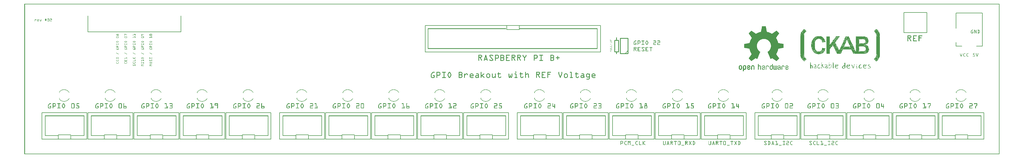
<source format=gto>
G04 MADE WITH FRITZING*
G04 WWW.FRITZING.ORG*
G04 DOUBLE SIDED*
G04 HOLES PLATED*
G04 CONTOUR ON CENTER OF CONTOUR VECTOR*
%ASAXBY*%
%FSLAX23Y23*%
%MOIN*%
%OFA0B0*%
%SFA1.0B1.0*%
%ADD10R,0.595200X0.354200X0.579200X0.338200*%
%ADD11C,0.008000*%
%ADD12R,0.173200X0.063000X0.157200X0.047000*%
%ADD13R,2.295200X0.354200X2.279200X0.338200*%
%ADD14C,0.010000*%
%ADD15C,0.005000*%
%ADD16R,0.001000X0.001000*%
%LNSILK1*%
G90*
G70*
G54D11*
X11929Y547D02*
X12516Y547D01*
X12516Y200D01*
X11929Y200D01*
X11929Y547D01*
D02*
X12140Y255D02*
X12305Y255D01*
X12305Y200D01*
X12140Y200D01*
X12140Y255D01*
D02*
X11329Y547D02*
X11916Y547D01*
X11916Y200D01*
X11329Y200D01*
X11329Y547D01*
D02*
X11540Y255D02*
X11705Y255D01*
X11705Y200D01*
X11540Y200D01*
X11540Y255D01*
D02*
X9529Y547D02*
X10116Y547D01*
X10116Y200D01*
X9529Y200D01*
X9529Y547D01*
D02*
X9740Y255D02*
X9905Y255D01*
X9905Y200D01*
X9740Y200D01*
X9740Y255D01*
D02*
X10129Y547D02*
X10716Y547D01*
X10716Y200D01*
X10129Y200D01*
X10129Y547D01*
D02*
X10340Y255D02*
X10505Y255D01*
X10505Y200D01*
X10340Y200D01*
X10340Y255D01*
D02*
X8829Y547D02*
X9416Y547D01*
X9416Y200D01*
X8829Y200D01*
X8829Y547D01*
D02*
X9040Y255D02*
X9205Y255D01*
X9205Y200D01*
X9040Y200D01*
X9040Y255D01*
D02*
X7029Y547D02*
X7616Y547D01*
X7616Y200D01*
X7029Y200D01*
X7029Y547D01*
D02*
X7240Y255D02*
X7405Y255D01*
X7405Y200D01*
X7240Y200D01*
X7240Y255D01*
D02*
X10729Y547D02*
X11316Y547D01*
X11316Y200D01*
X10729Y200D01*
X10729Y547D01*
D02*
X10940Y255D02*
X11105Y255D01*
X11105Y200D01*
X10940Y200D01*
X10940Y255D01*
D02*
X6429Y547D02*
X7016Y547D01*
X7016Y200D01*
X6429Y200D01*
X6429Y547D01*
D02*
X6640Y255D02*
X6805Y255D01*
X6805Y200D01*
X6640Y200D01*
X6640Y255D01*
D02*
X7629Y547D02*
X8216Y547D01*
X8216Y200D01*
X7629Y200D01*
X7629Y547D01*
D02*
X7840Y255D02*
X8005Y255D01*
X8005Y200D01*
X7840Y200D01*
X7840Y255D01*
D02*
X8229Y547D02*
X8816Y547D01*
X8816Y200D01*
X8229Y200D01*
X8229Y547D01*
D02*
X8440Y255D02*
X8605Y255D01*
X8605Y200D01*
X8440Y200D01*
X8440Y255D01*
D02*
X5729Y547D02*
X6316Y547D01*
X6316Y200D01*
X5729Y200D01*
X5729Y547D01*
D02*
X5940Y255D02*
X6105Y255D01*
X6105Y200D01*
X5940Y200D01*
X5940Y255D01*
D02*
X4529Y547D02*
X5116Y547D01*
X5116Y200D01*
X4529Y200D01*
X4529Y547D01*
D02*
X4740Y255D02*
X4905Y255D01*
X4905Y200D01*
X4740Y200D01*
X4740Y255D01*
D02*
X5129Y547D02*
X5716Y547D01*
X5716Y200D01*
X5129Y200D01*
X5129Y547D01*
D02*
X5340Y255D02*
X5505Y255D01*
X5505Y200D01*
X5340Y200D01*
X5340Y255D01*
D02*
X3929Y547D02*
X4516Y547D01*
X4516Y200D01*
X3929Y200D01*
X3929Y547D01*
D02*
X4140Y255D02*
X4305Y255D01*
X4305Y200D01*
X4140Y200D01*
X4140Y255D01*
D02*
X2629Y547D02*
X3216Y547D01*
X3216Y200D01*
X2629Y200D01*
X2629Y547D01*
D02*
X2840Y255D02*
X3005Y255D01*
X3005Y200D01*
X2840Y200D01*
X2840Y255D01*
D02*
X3329Y547D02*
X3916Y547D01*
X3916Y200D01*
X3329Y200D01*
X3329Y547D01*
D02*
X3540Y255D02*
X3705Y255D01*
X3705Y200D01*
X3540Y200D01*
X3540Y255D01*
D02*
X2029Y547D02*
X2616Y547D01*
X2616Y200D01*
X2029Y200D01*
X2029Y547D01*
D02*
X2240Y255D02*
X2405Y255D01*
X2405Y200D01*
X2240Y200D01*
X2240Y255D01*
D02*
X1429Y547D02*
X2016Y547D01*
X2016Y200D01*
X1429Y200D01*
X1429Y547D01*
D02*
X1640Y255D02*
X1805Y255D01*
X1805Y200D01*
X1640Y200D01*
X1640Y255D01*
D02*
X829Y547D02*
X1416Y547D01*
X1416Y200D01*
X829Y200D01*
X829Y547D01*
D02*
X1040Y255D02*
X1205Y255D01*
X1205Y200D01*
X1040Y200D01*
X1040Y255D01*
D02*
X229Y547D02*
X816Y547D01*
X816Y200D01*
X229Y200D01*
X229Y547D01*
D02*
X440Y255D02*
X605Y255D01*
X605Y200D01*
X440Y200D01*
X440Y255D01*
D02*
X5229Y1687D02*
X7516Y1687D01*
X7516Y1340D01*
X5229Y1340D01*
X5229Y1687D01*
D02*
X6290Y1687D02*
X6455Y1687D01*
X6455Y1632D01*
X6290Y1632D01*
X6290Y1687D01*
D02*
G54D14*
X7698Y1343D02*
X7698Y1493D01*
D02*
X7698Y1493D02*
X7748Y1493D01*
D02*
X7748Y1493D02*
X7748Y1343D01*
D02*
X7748Y1343D02*
X7698Y1343D01*
D02*
X7872Y1319D02*
X7872Y1519D01*
D02*
X7872Y1519D02*
X7772Y1519D01*
D02*
X7772Y1519D02*
X7772Y1319D01*
D02*
X7772Y1319D02*
X7872Y1319D01*
G54D15*
D02*
X7872Y1354D02*
X7837Y1319D01*
G54D11*
D02*
X829Y1602D02*
X829Y1813D01*
D02*
X2042Y1602D02*
X2042Y1813D01*
D02*
X829Y1602D02*
X2042Y1602D01*
D02*
X12152Y1415D02*
X12229Y1415D01*
D02*
X12152Y1849D02*
X12152Y1650D01*
D02*
X12152Y1415D02*
X12152Y1465D01*
D02*
X12494Y1849D02*
X12494Y1415D01*
D02*
X12494Y1415D02*
X12418Y1415D01*
D02*
X12494Y1849D02*
X12152Y1849D01*
D02*
X11472Y1591D02*
X11772Y1591D01*
D02*
X11772Y1591D02*
X11772Y1855D01*
D02*
X11772Y1855D02*
X11472Y1855D01*
D02*
X11472Y1855D02*
X11472Y1591D01*
G36*
X10198Y1612D02*
X10198Y1609D01*
X10201Y1609D01*
X10201Y1612D01*
X10198Y1612D01*
G37*
D02*
G36*
X11140Y1609D02*
X11140Y1606D01*
X11143Y1606D01*
X11143Y1609D01*
X11140Y1609D01*
G37*
D02*
G36*
X11090Y1603D02*
X11090Y1600D01*
X11093Y1600D01*
X11093Y1603D01*
X11090Y1603D01*
G37*
D02*
G36*
X11112Y1559D02*
X11112Y1556D01*
X11115Y1556D01*
X11115Y1559D01*
X11112Y1559D01*
G37*
D02*
G36*
X10335Y1544D02*
X10335Y1541D01*
X10338Y1541D01*
X10338Y1544D01*
X10335Y1544D01*
G37*
D02*
G36*
X10758Y1528D02*
X10758Y1525D01*
X10761Y1525D01*
X10761Y1528D01*
X10758Y1528D01*
G37*
D02*
G36*
X10568Y1519D02*
X10568Y1516D01*
X10571Y1516D01*
X10571Y1519D01*
X10568Y1519D01*
G37*
D02*
G36*
X10332Y1503D02*
X10332Y1500D01*
X10335Y1500D01*
X10335Y1503D01*
X10332Y1503D01*
G37*
D02*
G36*
X10692Y1503D02*
X10692Y1500D01*
X10698Y1500D01*
X10698Y1503D01*
X10692Y1503D01*
G37*
D02*
G36*
X10328Y1500D02*
X10328Y1497D01*
X10332Y1497D01*
X10332Y1500D01*
X10328Y1500D01*
G37*
D02*
G36*
X10966Y1472D02*
X10966Y1466D01*
X10969Y1466D01*
X10969Y1472D01*
X10966Y1472D01*
G37*
D02*
G36*
X10972Y1469D02*
X10972Y1466D01*
X10975Y1466D01*
X10975Y1469D01*
X10972Y1469D01*
G37*
D02*
G36*
X10574Y1460D02*
X10574Y1457D01*
X10577Y1457D01*
X10577Y1460D01*
X10574Y1460D01*
G37*
D02*
G36*
X10571Y1457D02*
X10571Y1454D01*
X10574Y1454D01*
X10574Y1457D01*
X10571Y1457D01*
G37*
D02*
G36*
X10670Y1457D02*
X10670Y1454D01*
X10674Y1454D01*
X10674Y1457D01*
X10670Y1457D01*
G37*
D02*
G36*
X10944Y1454D02*
X10944Y1451D01*
X10950Y1451D01*
X10950Y1454D01*
X10944Y1454D01*
G37*
D02*
G36*
X10593Y1429D02*
X10593Y1426D01*
X10596Y1426D01*
X10596Y1429D01*
X10593Y1429D01*
G37*
D02*
G36*
X10537Y1426D02*
X10537Y1423D01*
X10540Y1423D01*
X10540Y1426D01*
X10537Y1426D01*
G37*
D02*
G36*
X10596Y1423D02*
X10596Y1419D01*
X10599Y1419D01*
X10599Y1423D01*
X10596Y1423D01*
G37*
D02*
G36*
X10552Y1410D02*
X10552Y1407D01*
X10555Y1407D01*
X10555Y1410D01*
X10552Y1410D01*
G37*
D02*
G36*
X10555Y1407D02*
X10555Y1401D01*
X10562Y1401D01*
X10562Y1404D01*
X10559Y1404D01*
X10559Y1407D01*
X10555Y1407D01*
G37*
D02*
G36*
X10344Y1547D02*
X10344Y1544D01*
X10369Y1544D01*
X10369Y1547D01*
X10344Y1547D01*
G37*
D02*
G36*
X10372Y1547D02*
X10372Y1544D01*
X10378Y1544D01*
X10378Y1547D01*
X10372Y1547D01*
G37*
D02*
G36*
X10341Y1544D02*
X10341Y1541D01*
X10391Y1541D01*
X10391Y1544D01*
X10341Y1544D01*
G37*
D02*
G36*
X10341Y1544D02*
X10341Y1541D01*
X10391Y1541D01*
X10391Y1544D01*
X10341Y1544D01*
G37*
D02*
G36*
X10325Y1541D02*
X10325Y1538D01*
X10335Y1538D01*
X10335Y1541D01*
X10325Y1541D01*
G37*
D02*
G36*
X10338Y1541D02*
X10338Y1538D01*
X10366Y1538D01*
X10366Y1541D01*
X10338Y1541D01*
G37*
D02*
G36*
X10369Y1541D02*
X10369Y1538D01*
X10400Y1538D01*
X10400Y1541D01*
X10369Y1541D01*
G37*
D02*
G36*
X10316Y1538D02*
X10316Y1535D01*
X10319Y1535D01*
X10319Y1538D01*
X10316Y1538D01*
G37*
D02*
G36*
X10322Y1538D02*
X10322Y1535D01*
X10406Y1535D01*
X10406Y1538D01*
X10322Y1538D01*
G37*
D02*
G36*
X10322Y1538D02*
X10322Y1535D01*
X10406Y1535D01*
X10406Y1538D01*
X10322Y1538D01*
G37*
D02*
G36*
X10322Y1538D02*
X10322Y1535D01*
X10406Y1535D01*
X10406Y1538D01*
X10322Y1538D01*
G37*
D02*
G36*
X10313Y1535D02*
X10313Y1531D01*
X10412Y1531D01*
X10412Y1535D01*
X10313Y1535D01*
G37*
D02*
G36*
X10313Y1535D02*
X10313Y1531D01*
X10412Y1531D01*
X10412Y1535D01*
X10313Y1535D01*
G37*
D02*
G36*
X10307Y1531D02*
X10307Y1528D01*
X10325Y1528D01*
X10325Y1531D01*
X10307Y1531D01*
G37*
D02*
G36*
X10328Y1531D02*
X10328Y1528D01*
X10415Y1528D01*
X10415Y1525D01*
X10419Y1525D01*
X10419Y1528D01*
X10415Y1528D01*
X10415Y1531D01*
X10328Y1531D01*
G37*
D02*
G36*
X10304Y1528D02*
X10304Y1525D01*
X10300Y1525D01*
X10300Y1522D01*
X10297Y1522D01*
X10297Y1519D01*
X10310Y1519D01*
X10310Y1516D01*
X10313Y1516D01*
X10313Y1519D01*
X10316Y1519D01*
X10316Y1522D01*
X10322Y1522D01*
X10322Y1525D01*
X10328Y1525D01*
X10328Y1528D01*
X10304Y1528D01*
G37*
D02*
G36*
X10332Y1528D02*
X10332Y1525D01*
X10412Y1525D01*
X10412Y1528D01*
X10332Y1528D01*
G37*
D02*
G36*
X10328Y1525D02*
X10328Y1522D01*
X10422Y1522D01*
X10422Y1525D01*
X10328Y1525D01*
G37*
D02*
G36*
X10328Y1525D02*
X10328Y1522D01*
X10422Y1522D01*
X10422Y1525D01*
X10328Y1525D01*
G37*
D02*
G36*
X10319Y1522D02*
X10319Y1519D01*
X10425Y1519D01*
X10425Y1522D01*
X10319Y1522D01*
G37*
D02*
G36*
X10319Y1522D02*
X10319Y1519D01*
X10425Y1519D01*
X10425Y1522D01*
X10319Y1522D01*
G37*
D02*
G36*
X10294Y1519D02*
X10294Y1516D01*
X10300Y1516D01*
X10300Y1519D01*
X10294Y1519D01*
G37*
D02*
G36*
X10304Y1519D02*
X10304Y1516D01*
X10307Y1516D01*
X10307Y1519D01*
X10304Y1519D01*
G37*
D02*
G36*
X10316Y1519D02*
X10316Y1516D01*
X10412Y1516D01*
X10412Y1519D01*
X10316Y1519D01*
G37*
D02*
G36*
X10415Y1519D02*
X10415Y1516D01*
X10422Y1516D01*
X10422Y1519D01*
X10415Y1519D01*
G37*
D02*
G36*
X10425Y1519D02*
X10425Y1516D01*
X10428Y1516D01*
X10428Y1519D01*
X10425Y1519D01*
G37*
D02*
G36*
X10291Y1516D02*
X10291Y1513D01*
X10428Y1513D01*
X10428Y1516D01*
X10291Y1516D01*
G37*
D02*
G36*
X10291Y1516D02*
X10291Y1513D01*
X10428Y1513D01*
X10428Y1516D01*
X10291Y1516D01*
G37*
D02*
G36*
X10291Y1516D02*
X10291Y1513D01*
X10428Y1513D01*
X10428Y1516D01*
X10291Y1516D01*
G37*
D02*
G36*
X10291Y1516D02*
X10291Y1513D01*
X10428Y1513D01*
X10428Y1516D01*
X10291Y1516D01*
G37*
D02*
G36*
X10291Y1516D02*
X10291Y1513D01*
X10428Y1513D01*
X10428Y1516D01*
X10291Y1516D01*
G37*
D02*
G36*
X10291Y1516D02*
X10291Y1513D01*
X10428Y1513D01*
X10428Y1516D01*
X10291Y1516D01*
G37*
D02*
G36*
X10288Y1513D02*
X10288Y1507D01*
X10335Y1507D01*
X10335Y1503D01*
X10338Y1503D01*
X10338Y1507D01*
X10344Y1507D01*
X10344Y1510D01*
X10347Y1510D01*
X10347Y1513D01*
X10288Y1513D01*
G37*
D02*
G36*
X10350Y1513D02*
X10350Y1510D01*
X10356Y1510D01*
X10356Y1513D01*
X10350Y1513D01*
G37*
D02*
G36*
X10372Y1513D02*
X10372Y1510D01*
X10384Y1510D01*
X10384Y1513D01*
X10372Y1513D01*
G37*
D02*
G36*
X10388Y1513D02*
X10388Y1510D01*
X10400Y1510D01*
X10400Y1507D01*
X10434Y1507D01*
X10434Y1510D01*
X10431Y1510D01*
X10431Y1513D01*
X10388Y1513D01*
G37*
D02*
G36*
X10378Y1510D02*
X10378Y1507D01*
X10397Y1507D01*
X10397Y1510D01*
X10378Y1510D01*
G37*
D02*
G36*
X10378Y1510D02*
X10378Y1507D01*
X10397Y1507D01*
X10397Y1510D01*
X10378Y1510D01*
G37*
D02*
G36*
X10285Y1507D02*
X10285Y1503D01*
X10282Y1503D01*
X10282Y1500D01*
X10307Y1500D01*
X10307Y1497D01*
X10322Y1497D01*
X10322Y1494D01*
X10328Y1494D01*
X10328Y1497D01*
X10325Y1497D01*
X10325Y1500D01*
X10328Y1500D01*
X10328Y1503D01*
X10332Y1503D01*
X10332Y1507D01*
X10285Y1507D01*
G37*
D02*
G36*
X10384Y1507D02*
X10384Y1503D01*
X10434Y1503D01*
X10434Y1507D01*
X10384Y1507D01*
G37*
D02*
G36*
X10384Y1507D02*
X10384Y1503D01*
X10434Y1503D01*
X10434Y1507D01*
X10384Y1507D01*
G37*
D02*
G36*
X10388Y1503D02*
X10388Y1500D01*
X10391Y1500D01*
X10391Y1503D01*
X10388Y1503D01*
G37*
D02*
G36*
X10394Y1503D02*
X10394Y1500D01*
X10397Y1500D01*
X10397Y1503D01*
X10394Y1503D01*
G37*
D02*
G36*
X10400Y1503D02*
X10400Y1500D01*
X10437Y1500D01*
X10437Y1503D01*
X10400Y1503D01*
G37*
D02*
G36*
X10282Y1500D02*
X10282Y1497D01*
X10291Y1497D01*
X10291Y1500D01*
X10282Y1500D01*
G37*
D02*
G36*
X10294Y1500D02*
X10294Y1497D01*
X10304Y1497D01*
X10304Y1500D01*
X10294Y1500D01*
G37*
D02*
G36*
X10391Y1500D02*
X10391Y1497D01*
X10437Y1497D01*
X10437Y1500D01*
X10391Y1500D01*
G37*
D02*
G36*
X10391Y1500D02*
X10391Y1497D01*
X10437Y1497D01*
X10437Y1500D01*
X10391Y1500D01*
G37*
D02*
G36*
X10282Y1497D02*
X10282Y1494D01*
X10297Y1494D01*
X10297Y1497D01*
X10282Y1497D01*
G37*
D02*
G36*
X10282Y1497D02*
X10282Y1494D01*
X10297Y1494D01*
X10297Y1497D01*
X10282Y1497D01*
G37*
D02*
G36*
X10300Y1497D02*
X10300Y1494D01*
X10307Y1494D01*
X10307Y1497D01*
X10300Y1497D01*
G37*
D02*
G36*
X10310Y1497D02*
X10310Y1494D01*
X10319Y1494D01*
X10319Y1497D01*
X10310Y1497D01*
G37*
D02*
G36*
X10397Y1497D02*
X10397Y1491D01*
X10440Y1491D01*
X10440Y1485D01*
X10443Y1485D01*
X10443Y1491D01*
X10440Y1491D01*
X10440Y1497D01*
X10397Y1497D01*
G37*
D02*
G36*
X10279Y1494D02*
X10279Y1491D01*
X10282Y1491D01*
X10282Y1494D01*
X10279Y1494D01*
G37*
D02*
G36*
X10285Y1494D02*
X10285Y1491D01*
X10300Y1491D01*
X10300Y1494D01*
X10285Y1494D01*
G37*
D02*
G36*
X10304Y1494D02*
X10304Y1491D01*
X10313Y1491D01*
X10313Y1494D01*
X10304Y1494D01*
G37*
D02*
G36*
X10304Y1494D02*
X10304Y1491D01*
X10313Y1491D01*
X10313Y1494D01*
X10304Y1494D01*
G37*
D02*
G36*
X10316Y1494D02*
X10316Y1491D01*
X10325Y1491D01*
X10325Y1494D01*
X10316Y1494D01*
G37*
D02*
G36*
X10316Y1494D02*
X10316Y1491D01*
X10325Y1491D01*
X10325Y1494D01*
X10316Y1494D01*
G37*
D02*
G36*
X10276Y1491D02*
X10276Y1488D01*
X10304Y1488D01*
X10304Y1491D01*
X10276Y1491D01*
G37*
D02*
G36*
X10276Y1491D02*
X10276Y1488D01*
X10304Y1488D01*
X10304Y1491D01*
X10276Y1491D01*
G37*
D02*
G36*
X10307Y1491D02*
X10307Y1488D01*
X10322Y1488D01*
X10322Y1491D01*
X10307Y1491D01*
G37*
D02*
G36*
X10307Y1491D02*
X10307Y1488D01*
X10322Y1488D01*
X10322Y1491D01*
X10307Y1491D01*
G37*
D02*
G36*
X10400Y1491D02*
X10400Y1488D01*
X10412Y1488D01*
X10412Y1485D01*
X10422Y1485D01*
X10422Y1482D01*
X10425Y1482D01*
X10425Y1485D01*
X10437Y1485D01*
X10437Y1491D01*
X10400Y1491D01*
G37*
D02*
G36*
X10276Y1488D02*
X10276Y1485D01*
X10322Y1485D01*
X10322Y1488D01*
X10276Y1488D01*
G37*
D02*
G36*
X10276Y1488D02*
X10276Y1485D01*
X10322Y1485D01*
X10322Y1488D01*
X10276Y1488D01*
G37*
D02*
G36*
X10400Y1488D02*
X10400Y1485D01*
X10403Y1485D01*
X10403Y1482D01*
X10406Y1482D01*
X10406Y1485D01*
X10409Y1485D01*
X10409Y1488D01*
X10400Y1488D01*
G37*
D02*
G36*
X10272Y1485D02*
X10272Y1475D01*
X10307Y1475D01*
X10307Y1479D01*
X10310Y1479D01*
X10310Y1482D01*
X10313Y1482D01*
X10313Y1485D01*
X10272Y1485D01*
G37*
D02*
G36*
X10316Y1485D02*
X10316Y1482D01*
X10319Y1482D01*
X10319Y1485D01*
X10316Y1485D01*
G37*
D02*
G36*
X10409Y1485D02*
X10409Y1482D01*
X10419Y1482D01*
X10419Y1485D01*
X10409Y1485D01*
G37*
D02*
G36*
X10428Y1485D02*
X10428Y1482D01*
X10443Y1482D01*
X10443Y1485D01*
X10428Y1485D01*
G37*
D02*
G36*
X10428Y1485D02*
X10428Y1482D01*
X10443Y1482D01*
X10443Y1485D01*
X10428Y1485D01*
G37*
D02*
G36*
X10313Y1482D02*
X10313Y1479D01*
X10319Y1479D01*
X10319Y1482D01*
X10313Y1482D01*
G37*
D02*
G36*
X10403Y1482D02*
X10403Y1479D01*
X10412Y1479D01*
X10412Y1482D01*
X10403Y1482D01*
G37*
D02*
G36*
X10403Y1482D02*
X10403Y1479D01*
X10412Y1479D01*
X10412Y1482D01*
X10403Y1482D01*
G37*
D02*
G36*
X10415Y1482D02*
X10415Y1479D01*
X10422Y1479D01*
X10422Y1482D01*
X10415Y1482D01*
G37*
D02*
G36*
X10425Y1482D02*
X10425Y1479D01*
X10428Y1479D01*
X10428Y1482D01*
X10425Y1482D01*
G37*
D02*
G36*
X10431Y1482D02*
X10431Y1479D01*
X10447Y1479D01*
X10447Y1482D01*
X10431Y1482D01*
G37*
D02*
G36*
X10310Y1479D02*
X10310Y1475D01*
X10316Y1475D01*
X10316Y1479D01*
X10310Y1479D01*
G37*
D02*
G36*
X10403Y1479D02*
X10403Y1475D01*
X10409Y1475D01*
X10409Y1479D01*
X10403Y1479D01*
G37*
D02*
G36*
X10412Y1479D02*
X10412Y1475D01*
X10447Y1475D01*
X10447Y1479D01*
X10412Y1479D01*
G37*
D02*
G36*
X10412Y1479D02*
X10412Y1475D01*
X10447Y1475D01*
X10447Y1479D01*
X10412Y1479D01*
G37*
D02*
G36*
X10412Y1479D02*
X10412Y1475D01*
X10447Y1475D01*
X10447Y1479D01*
X10412Y1479D01*
G37*
D02*
G36*
X10269Y1475D02*
X10269Y1472D01*
X10313Y1472D01*
X10313Y1475D01*
X10269Y1475D01*
G37*
D02*
G36*
X10269Y1475D02*
X10269Y1472D01*
X10313Y1472D01*
X10313Y1475D01*
X10269Y1475D01*
G37*
D02*
G36*
X10406Y1475D02*
X10406Y1472D01*
X10415Y1472D01*
X10415Y1475D01*
X10406Y1475D01*
G37*
D02*
G36*
X10406Y1475D02*
X10406Y1472D01*
X10415Y1472D01*
X10415Y1475D01*
X10406Y1475D01*
G37*
D02*
G36*
X10419Y1475D02*
X10419Y1472D01*
X10437Y1472D01*
X10437Y1469D01*
X10447Y1469D01*
X10447Y1475D01*
X10419Y1475D01*
G37*
D02*
G36*
X10269Y1472D02*
X10269Y1469D01*
X10282Y1469D01*
X10282Y1466D01*
X10307Y1466D01*
X10307Y1472D01*
X10269Y1472D01*
G37*
D02*
G36*
X10310Y1472D02*
X10310Y1466D01*
X10313Y1466D01*
X10313Y1469D01*
X10316Y1469D01*
X10316Y1472D01*
X10310Y1472D01*
G37*
D02*
G36*
X10406Y1472D02*
X10406Y1469D01*
X10419Y1469D01*
X10419Y1472D01*
X10406Y1472D01*
G37*
D02*
G36*
X10422Y1472D02*
X10422Y1469D01*
X10425Y1469D01*
X10425Y1466D01*
X10431Y1466D01*
X10431Y1469D01*
X10434Y1469D01*
X10434Y1472D01*
X10422Y1472D01*
G37*
D02*
G36*
X10269Y1469D02*
X10269Y1466D01*
X10279Y1466D01*
X10279Y1469D01*
X10269Y1469D01*
G37*
D02*
G36*
X10406Y1469D02*
X10406Y1463D01*
X10409Y1463D01*
X10409Y1466D01*
X10422Y1466D01*
X10422Y1469D01*
X10406Y1469D01*
G37*
D02*
G36*
X10269Y1466D02*
X10269Y1463D01*
X10313Y1463D01*
X10313Y1466D01*
X10269Y1466D01*
G37*
D02*
G36*
X10269Y1466D02*
X10269Y1463D01*
X10313Y1463D01*
X10313Y1466D01*
X10269Y1466D01*
G37*
D02*
G36*
X10269Y1466D02*
X10269Y1463D01*
X10313Y1463D01*
X10313Y1466D01*
X10269Y1466D01*
G37*
D02*
G36*
X10266Y1463D02*
X10266Y1454D01*
X10272Y1454D01*
X10272Y1451D01*
X10276Y1451D01*
X10276Y1447D01*
X10279Y1447D01*
X10279Y1444D01*
X10282Y1444D01*
X10282Y1441D01*
X10310Y1441D01*
X10310Y1451D01*
X10307Y1451D01*
X10307Y1454D01*
X10310Y1454D01*
X10310Y1457D01*
X10313Y1457D01*
X10313Y1460D01*
X10310Y1460D01*
X10310Y1463D01*
X10266Y1463D01*
G37*
D02*
G36*
X10266Y1454D02*
X10266Y1451D01*
X10269Y1451D01*
X10269Y1454D01*
X10266Y1454D01*
G37*
D02*
G36*
X10266Y1451D02*
X10266Y1447D01*
X10272Y1447D01*
X10272Y1451D01*
X10266Y1451D01*
G37*
D02*
G36*
X10263Y1447D02*
X10263Y1441D01*
X10269Y1441D01*
X10269Y1444D01*
X10276Y1444D01*
X10276Y1447D01*
X10263Y1447D01*
G37*
D02*
G36*
X10276Y1444D02*
X10276Y1441D01*
X10279Y1441D01*
X10279Y1444D01*
X10276Y1444D01*
G37*
D02*
G36*
X10263Y1441D02*
X10263Y1438D01*
X10310Y1438D01*
X10310Y1441D01*
X10263Y1441D01*
G37*
D02*
G36*
X10263Y1441D02*
X10263Y1438D01*
X10310Y1438D01*
X10310Y1441D01*
X10263Y1441D01*
G37*
D02*
G36*
X10263Y1441D02*
X10263Y1438D01*
X10310Y1438D01*
X10310Y1441D01*
X10263Y1441D01*
G37*
D02*
G36*
X10263Y1438D02*
X10263Y1407D01*
X10269Y1407D01*
X10269Y1404D01*
X10279Y1404D01*
X10279Y1401D01*
X10310Y1401D01*
X10310Y1419D01*
X10307Y1419D01*
X10307Y1423D01*
X10310Y1423D01*
X10310Y1432D01*
X10307Y1432D01*
X10307Y1435D01*
X10310Y1435D01*
X10310Y1438D01*
X10263Y1438D01*
G37*
D02*
G36*
X10266Y1404D02*
X10266Y1401D01*
X10269Y1401D01*
X10269Y1404D01*
X10266Y1404D01*
G37*
D02*
G36*
X10272Y1404D02*
X10272Y1401D01*
X10276Y1401D01*
X10276Y1404D01*
X10272Y1404D01*
G37*
D02*
G36*
X10266Y1401D02*
X10266Y1398D01*
X10313Y1398D01*
X10313Y1401D01*
X10266Y1401D01*
G37*
D02*
G36*
X10266Y1401D02*
X10266Y1398D01*
X10313Y1398D01*
X10313Y1401D01*
X10266Y1401D01*
G37*
D02*
G36*
X10266Y1401D02*
X10266Y1398D01*
X10313Y1398D01*
X10313Y1401D01*
X10266Y1401D01*
G37*
D02*
G36*
X10269Y1398D02*
X10269Y1395D01*
X10266Y1395D01*
X10266Y1391D01*
X10272Y1391D01*
X10272Y1395D01*
X10279Y1395D01*
X10279Y1398D01*
X10269Y1398D01*
G37*
D02*
G36*
X10282Y1398D02*
X10282Y1395D01*
X10313Y1395D01*
X10313Y1398D01*
X10282Y1398D01*
G37*
D02*
G36*
X10276Y1395D02*
X10276Y1391D01*
X10313Y1391D01*
X10313Y1395D01*
X10276Y1395D01*
G37*
D02*
G36*
X10276Y1395D02*
X10276Y1391D01*
X10313Y1391D01*
X10313Y1395D01*
X10276Y1395D01*
G37*
D02*
G36*
X10272Y1391D02*
X10272Y1388D01*
X10269Y1388D01*
X10269Y1385D01*
X10313Y1385D01*
X10313Y1382D01*
X10316Y1382D01*
X10316Y1385D01*
X10313Y1385D01*
X10313Y1391D01*
X10272Y1391D01*
G37*
D02*
G36*
X10406Y1391D02*
X10406Y1382D01*
X10443Y1382D01*
X10443Y1379D01*
X10447Y1379D01*
X10447Y1385D01*
X10440Y1385D01*
X10440Y1388D01*
X10419Y1388D01*
X10419Y1391D01*
X10406Y1391D01*
G37*
D02*
G36*
X10276Y1385D02*
X10276Y1382D01*
X10310Y1382D01*
X10310Y1385D01*
X10276Y1385D01*
G37*
D02*
G36*
X10269Y1382D02*
X10269Y1379D01*
X10316Y1379D01*
X10316Y1382D01*
X10269Y1382D01*
G37*
D02*
G36*
X10269Y1382D02*
X10269Y1379D01*
X10316Y1379D01*
X10316Y1382D01*
X10269Y1382D01*
G37*
D02*
G36*
X10406Y1382D02*
X10406Y1379D01*
X10431Y1379D01*
X10431Y1382D01*
X10406Y1382D01*
G37*
D02*
G36*
X10434Y1382D02*
X10434Y1379D01*
X10440Y1379D01*
X10440Y1382D01*
X10434Y1382D01*
G37*
D02*
G36*
X10272Y1379D02*
X10272Y1376D01*
X10316Y1376D01*
X10316Y1373D01*
X10319Y1373D01*
X10319Y1376D01*
X10316Y1376D01*
X10316Y1379D01*
X10272Y1379D01*
G37*
D02*
G36*
X10403Y1379D02*
X10403Y1376D01*
X10443Y1376D01*
X10443Y1379D01*
X10403Y1379D01*
G37*
D02*
G36*
X10403Y1379D02*
X10403Y1376D01*
X10443Y1376D01*
X10443Y1379D01*
X10403Y1379D01*
G37*
D02*
G36*
X10272Y1376D02*
X10272Y1373D01*
X10276Y1373D01*
X10276Y1370D01*
X10279Y1370D01*
X10279Y1373D01*
X10313Y1373D01*
X10313Y1376D01*
X10272Y1376D01*
G37*
D02*
G36*
X10403Y1376D02*
X10403Y1370D01*
X10437Y1370D01*
X10437Y1367D01*
X10443Y1367D01*
X10443Y1370D01*
X10440Y1370D01*
X10440Y1373D01*
X10443Y1373D01*
X10443Y1376D01*
X10403Y1376D01*
G37*
D02*
G36*
X10282Y1373D02*
X10282Y1370D01*
X10319Y1370D01*
X10319Y1373D01*
X10282Y1373D01*
G37*
D02*
G36*
X10282Y1373D02*
X10282Y1370D01*
X10319Y1370D01*
X10319Y1373D01*
X10282Y1373D01*
G37*
D02*
G36*
X10279Y1370D02*
X10279Y1367D01*
X10313Y1367D01*
X10313Y1370D01*
X10279Y1370D01*
G37*
D02*
G36*
X10316Y1370D02*
X10316Y1367D01*
X10322Y1367D01*
X10322Y1370D01*
X10316Y1370D01*
G37*
D02*
G36*
X10400Y1370D02*
X10400Y1367D01*
X10434Y1367D01*
X10434Y1370D01*
X10400Y1370D01*
G37*
D02*
G36*
X10276Y1367D02*
X10276Y1364D01*
X10322Y1364D01*
X10322Y1367D01*
X10276Y1367D01*
G37*
D02*
G36*
X10276Y1367D02*
X10276Y1364D01*
X10322Y1364D01*
X10322Y1367D01*
X10276Y1367D01*
G37*
D02*
G36*
X10397Y1367D02*
X10397Y1364D01*
X10440Y1364D01*
X10440Y1367D01*
X10397Y1367D01*
G37*
D02*
G36*
X10397Y1367D02*
X10397Y1364D01*
X10440Y1364D01*
X10440Y1367D01*
X10397Y1367D01*
G37*
D02*
G36*
X10279Y1364D02*
X10279Y1360D01*
X10285Y1360D01*
X10285Y1364D01*
X10279Y1364D01*
G37*
D02*
G36*
X10288Y1364D02*
X10288Y1360D01*
X10300Y1360D01*
X10300Y1364D01*
X10288Y1364D01*
G37*
D02*
G36*
X10304Y1364D02*
X10304Y1360D01*
X10325Y1360D01*
X10325Y1364D01*
X10304Y1364D01*
G37*
D02*
G36*
X10397Y1364D02*
X10397Y1360D01*
X10394Y1360D01*
X10394Y1357D01*
X10391Y1357D01*
X10391Y1354D01*
X10397Y1354D01*
X10397Y1357D01*
X10409Y1357D01*
X10409Y1360D01*
X10415Y1360D01*
X10415Y1364D01*
X10397Y1364D01*
G37*
D02*
G36*
X10419Y1364D02*
X10419Y1360D01*
X10422Y1360D01*
X10422Y1357D01*
X10440Y1357D01*
X10440Y1364D01*
X10419Y1364D01*
G37*
D02*
G36*
X10279Y1360D02*
X10279Y1357D01*
X10297Y1357D01*
X10297Y1360D01*
X10279Y1360D01*
G37*
D02*
G36*
X10279Y1360D02*
X10279Y1357D01*
X10297Y1357D01*
X10297Y1360D01*
X10279Y1360D01*
G37*
D02*
G36*
X10300Y1360D02*
X10300Y1357D01*
X10328Y1357D01*
X10328Y1354D01*
X10332Y1354D01*
X10332Y1357D01*
X10328Y1357D01*
X10328Y1360D01*
X10300Y1360D01*
G37*
D02*
G36*
X10412Y1360D02*
X10412Y1357D01*
X10419Y1357D01*
X10419Y1360D01*
X10412Y1360D01*
G37*
D02*
G36*
X10282Y1357D02*
X10282Y1354D01*
X10294Y1354D01*
X10294Y1351D01*
X10297Y1351D01*
X10297Y1348D01*
X10300Y1348D01*
X10300Y1351D01*
X10297Y1351D01*
X10297Y1354D01*
X10300Y1354D01*
X10300Y1357D01*
X10282Y1357D01*
G37*
D02*
G36*
X10304Y1357D02*
X10304Y1354D01*
X10307Y1354D01*
X10307Y1351D01*
X10304Y1351D01*
X10304Y1348D01*
X10307Y1348D01*
X10307Y1351D01*
X10310Y1351D01*
X10310Y1354D01*
X10319Y1354D01*
X10319Y1357D01*
X10304Y1357D01*
G37*
D02*
G36*
X10322Y1357D02*
X10322Y1354D01*
X10325Y1354D01*
X10325Y1357D01*
X10322Y1357D01*
G37*
D02*
G36*
X10400Y1357D02*
X10400Y1354D01*
X10437Y1354D01*
X10437Y1357D01*
X10400Y1357D01*
G37*
D02*
G36*
X10400Y1357D02*
X10400Y1354D01*
X10437Y1354D01*
X10437Y1357D01*
X10400Y1357D01*
G37*
D02*
G36*
X10400Y1357D02*
X10400Y1354D01*
X10437Y1354D01*
X10437Y1357D01*
X10400Y1357D01*
G37*
D02*
G36*
X10282Y1354D02*
X10282Y1351D01*
X10285Y1351D01*
X10285Y1354D01*
X10282Y1354D01*
G37*
D02*
G36*
X10288Y1354D02*
X10288Y1351D01*
X10291Y1351D01*
X10291Y1354D01*
X10288Y1354D01*
G37*
D02*
G36*
X10316Y1354D02*
X10316Y1351D01*
X10335Y1351D01*
X10335Y1354D01*
X10316Y1354D01*
G37*
D02*
G36*
X10316Y1354D02*
X10316Y1351D01*
X10335Y1351D01*
X10335Y1354D01*
X10316Y1354D01*
G37*
D02*
G36*
X10316Y1354D02*
X10316Y1351D01*
X10335Y1351D01*
X10335Y1354D01*
X10316Y1354D01*
G37*
D02*
G36*
X10388Y1354D02*
X10388Y1351D01*
X10391Y1351D01*
X10391Y1348D01*
X10394Y1348D01*
X10394Y1351D01*
X10400Y1351D01*
X10400Y1354D01*
X10388Y1354D01*
G37*
D02*
G36*
X10403Y1354D02*
X10403Y1351D01*
X10406Y1351D01*
X10406Y1354D01*
X10403Y1354D01*
G37*
D02*
G36*
X10409Y1354D02*
X10409Y1351D01*
X10415Y1351D01*
X10415Y1354D01*
X10409Y1354D01*
G37*
D02*
G36*
X10419Y1354D02*
X10419Y1351D01*
X10422Y1351D01*
X10422Y1354D01*
X10419Y1354D01*
G37*
D02*
G36*
X10425Y1354D02*
X10425Y1351D01*
X10431Y1351D01*
X10431Y1354D01*
X10425Y1354D01*
G37*
D02*
G36*
X10434Y1354D02*
X10434Y1351D01*
X10437Y1351D01*
X10437Y1354D01*
X10434Y1354D01*
G37*
D02*
G36*
X10288Y1351D02*
X10288Y1348D01*
X10294Y1348D01*
X10294Y1351D01*
X10288Y1351D01*
G37*
D02*
G36*
X10310Y1351D02*
X10310Y1348D01*
X10328Y1348D01*
X10328Y1351D01*
X10310Y1351D01*
G37*
D02*
G36*
X10332Y1351D02*
X10332Y1348D01*
X10341Y1348D01*
X10341Y1345D01*
X10347Y1345D01*
X10347Y1348D01*
X10341Y1348D01*
X10341Y1351D01*
X10332Y1351D01*
G37*
D02*
G36*
X10381Y1351D02*
X10381Y1348D01*
X10375Y1348D01*
X10375Y1345D01*
X10384Y1345D01*
X10384Y1348D01*
X10388Y1348D01*
X10388Y1351D01*
X10381Y1351D01*
G37*
D02*
G36*
X10397Y1351D02*
X10397Y1348D01*
X10409Y1348D01*
X10409Y1351D01*
X10397Y1351D01*
G37*
D02*
G36*
X10397Y1351D02*
X10397Y1348D01*
X10409Y1348D01*
X10409Y1351D01*
X10397Y1351D01*
G37*
D02*
G36*
X10412Y1351D02*
X10412Y1348D01*
X10428Y1348D01*
X10428Y1351D01*
X10412Y1351D01*
G37*
D02*
G36*
X10412Y1351D02*
X10412Y1348D01*
X10428Y1348D01*
X10428Y1351D01*
X10412Y1351D01*
G37*
D02*
G36*
X10412Y1351D02*
X10412Y1348D01*
X10428Y1348D01*
X10428Y1351D01*
X10412Y1351D01*
G37*
D02*
G36*
X10431Y1351D02*
X10431Y1348D01*
X10434Y1348D01*
X10434Y1351D01*
X10431Y1351D01*
G37*
D02*
G36*
X10291Y1348D02*
X10291Y1345D01*
X10319Y1345D01*
X10319Y1348D01*
X10291Y1348D01*
G37*
D02*
G36*
X10291Y1348D02*
X10291Y1345D01*
X10319Y1345D01*
X10319Y1348D01*
X10291Y1348D01*
G37*
D02*
G36*
X10291Y1348D02*
X10291Y1345D01*
X10319Y1345D01*
X10319Y1348D01*
X10291Y1348D01*
G37*
D02*
G36*
X10291Y1348D02*
X10291Y1345D01*
X10319Y1345D01*
X10319Y1348D01*
X10291Y1348D01*
G37*
D02*
G36*
X10322Y1348D02*
X10322Y1345D01*
X10335Y1345D01*
X10335Y1348D01*
X10322Y1348D01*
G37*
D02*
G36*
X10322Y1348D02*
X10322Y1345D01*
X10335Y1345D01*
X10335Y1348D01*
X10322Y1348D01*
G37*
D02*
G36*
X10388Y1348D02*
X10388Y1345D01*
X10400Y1345D01*
X10400Y1348D01*
X10388Y1348D01*
G37*
D02*
G36*
X10388Y1348D02*
X10388Y1345D01*
X10400Y1345D01*
X10400Y1348D01*
X10388Y1348D01*
G37*
D02*
G36*
X10403Y1348D02*
X10403Y1345D01*
X10415Y1345D01*
X10415Y1348D01*
X10403Y1348D01*
G37*
D02*
G36*
X10403Y1348D02*
X10403Y1345D01*
X10415Y1345D01*
X10415Y1348D01*
X10403Y1348D01*
G37*
D02*
G36*
X10419Y1348D02*
X10419Y1345D01*
X10434Y1345D01*
X10434Y1348D01*
X10419Y1348D01*
G37*
D02*
G36*
X10419Y1348D02*
X10419Y1345D01*
X10434Y1345D01*
X10434Y1348D01*
X10419Y1348D01*
G37*
D02*
G36*
X10288Y1345D02*
X10288Y1342D01*
X10307Y1342D01*
X10307Y1339D01*
X10310Y1339D01*
X10310Y1342D01*
X10313Y1342D01*
X10313Y1345D01*
X10288Y1345D01*
G37*
D02*
G36*
X10316Y1345D02*
X10316Y1342D01*
X10335Y1342D01*
X10335Y1345D01*
X10316Y1345D01*
G37*
D02*
G36*
X10316Y1345D02*
X10316Y1342D01*
X10335Y1342D01*
X10335Y1345D01*
X10316Y1345D01*
G37*
D02*
G36*
X10344Y1345D02*
X10344Y1342D01*
X10341Y1342D01*
X10341Y1339D01*
X10344Y1339D01*
X10344Y1342D01*
X10375Y1342D01*
X10375Y1345D01*
X10344Y1345D01*
G37*
D02*
G36*
X10378Y1345D02*
X10378Y1342D01*
X10394Y1342D01*
X10394Y1345D01*
X10378Y1345D01*
G37*
D02*
G36*
X10378Y1345D02*
X10378Y1342D01*
X10394Y1342D01*
X10394Y1345D01*
X10378Y1345D01*
G37*
D02*
G36*
X10397Y1345D02*
X10397Y1342D01*
X10422Y1342D01*
X10422Y1345D01*
X10397Y1345D01*
G37*
D02*
G36*
X10397Y1345D02*
X10397Y1342D01*
X10422Y1342D01*
X10422Y1345D01*
X10397Y1345D01*
G37*
D02*
G36*
X10397Y1345D02*
X10397Y1342D01*
X10422Y1342D01*
X10422Y1345D01*
X10397Y1345D01*
G37*
D02*
G36*
X10425Y1345D02*
X10425Y1342D01*
X10431Y1342D01*
X10431Y1345D01*
X10425Y1345D01*
G37*
D02*
G36*
X10291Y1342D02*
X10291Y1339D01*
X10304Y1339D01*
X10304Y1342D01*
X10291Y1342D01*
G37*
D02*
G36*
X10313Y1342D02*
X10313Y1339D01*
X10338Y1339D01*
X10338Y1342D01*
X10313Y1342D01*
G37*
D02*
G36*
X10347Y1342D02*
X10347Y1339D01*
X10397Y1339D01*
X10397Y1342D01*
X10347Y1342D01*
G37*
D02*
G36*
X10347Y1342D02*
X10347Y1339D01*
X10397Y1339D01*
X10397Y1342D01*
X10347Y1342D01*
G37*
D02*
G36*
X10400Y1342D02*
X10400Y1339D01*
X10403Y1339D01*
X10403Y1342D01*
X10400Y1342D01*
G37*
D02*
G36*
X10406Y1342D02*
X10406Y1339D01*
X10419Y1339D01*
X10419Y1342D01*
X10406Y1342D01*
G37*
D02*
G36*
X10422Y1342D02*
X10422Y1339D01*
X10428Y1339D01*
X10428Y1342D01*
X10422Y1342D01*
G37*
D02*
G36*
X10294Y1339D02*
X10294Y1336D01*
X10388Y1336D01*
X10388Y1339D01*
X10294Y1339D01*
G37*
D02*
G36*
X10294Y1339D02*
X10294Y1336D01*
X10388Y1336D01*
X10388Y1339D01*
X10294Y1339D01*
G37*
D02*
G36*
X10294Y1339D02*
X10294Y1336D01*
X10388Y1336D01*
X10388Y1339D01*
X10294Y1339D01*
G37*
D02*
G36*
X10294Y1339D02*
X10294Y1336D01*
X10388Y1336D01*
X10388Y1339D01*
X10294Y1339D01*
G37*
D02*
G36*
X10294Y1339D02*
X10294Y1336D01*
X10388Y1336D01*
X10388Y1339D01*
X10294Y1339D01*
G37*
D02*
G36*
X10391Y1339D02*
X10391Y1336D01*
X10394Y1336D01*
X10394Y1339D01*
X10391Y1339D01*
G37*
D02*
G36*
X10397Y1339D02*
X10397Y1336D01*
X10428Y1336D01*
X10428Y1339D01*
X10397Y1339D01*
G37*
D02*
G36*
X10397Y1339D02*
X10397Y1336D01*
X10428Y1336D01*
X10428Y1339D01*
X10397Y1339D01*
G37*
D02*
G36*
X10397Y1339D02*
X10397Y1336D01*
X10428Y1336D01*
X10428Y1339D01*
X10397Y1339D01*
G37*
D02*
G36*
X10297Y1336D02*
X10297Y1332D01*
X10300Y1332D01*
X10300Y1336D01*
X10297Y1336D01*
G37*
D02*
G36*
X10304Y1336D02*
X10304Y1332D01*
X10319Y1332D01*
X10319Y1336D01*
X10304Y1336D01*
G37*
D02*
G36*
X10322Y1336D02*
X10322Y1332D01*
X10328Y1332D01*
X10328Y1336D01*
X10322Y1336D01*
G37*
D02*
G36*
X10332Y1336D02*
X10332Y1332D01*
X10381Y1332D01*
X10381Y1336D01*
X10332Y1336D01*
G37*
D02*
G36*
X10384Y1336D02*
X10384Y1332D01*
X10425Y1332D01*
X10425Y1336D01*
X10384Y1336D01*
G37*
D02*
G36*
X10384Y1336D02*
X10384Y1332D01*
X10425Y1332D01*
X10425Y1336D01*
X10384Y1336D01*
G37*
D02*
G36*
X10384Y1336D02*
X10384Y1332D01*
X10425Y1332D01*
X10425Y1336D01*
X10384Y1336D01*
G37*
D02*
G36*
X10300Y1332D02*
X10300Y1329D01*
X10304Y1329D01*
X10304Y1326D01*
X10313Y1326D01*
X10313Y1329D01*
X10316Y1329D01*
X10316Y1332D01*
X10300Y1332D01*
G37*
D02*
G36*
X10319Y1332D02*
X10319Y1329D01*
X10384Y1329D01*
X10384Y1332D01*
X10319Y1332D01*
G37*
D02*
G36*
X10319Y1332D02*
X10319Y1329D01*
X10384Y1329D01*
X10384Y1332D01*
X10319Y1332D01*
G37*
D02*
G36*
X10388Y1332D02*
X10388Y1329D01*
X10394Y1329D01*
X10394Y1332D01*
X10388Y1332D01*
G37*
D02*
G36*
X10397Y1332D02*
X10397Y1329D01*
X10412Y1329D01*
X10412Y1332D01*
X10397Y1332D01*
G37*
D02*
G36*
X10415Y1332D02*
X10415Y1329D01*
X10422Y1329D01*
X10422Y1332D01*
X10415Y1332D01*
G37*
D02*
G36*
X10316Y1329D02*
X10316Y1326D01*
X10322Y1326D01*
X10322Y1329D01*
X10316Y1329D01*
G37*
D02*
G36*
X10325Y1329D02*
X10325Y1326D01*
X10397Y1326D01*
X10397Y1329D01*
X10325Y1329D01*
G37*
D02*
G36*
X10325Y1329D02*
X10325Y1326D01*
X10397Y1326D01*
X10397Y1329D01*
X10325Y1329D01*
G37*
D02*
G36*
X10400Y1329D02*
X10400Y1326D01*
X10415Y1326D01*
X10415Y1329D01*
X10400Y1329D01*
G37*
D02*
G36*
X10307Y1326D02*
X10307Y1323D01*
X10325Y1323D01*
X10325Y1326D01*
X10307Y1326D01*
G37*
D02*
G36*
X10307Y1326D02*
X10307Y1323D01*
X10325Y1323D01*
X10325Y1326D01*
X10307Y1326D01*
G37*
D02*
G36*
X10328Y1326D02*
X10328Y1323D01*
X10391Y1323D01*
X10391Y1326D01*
X10328Y1326D01*
G37*
D02*
G36*
X10394Y1326D02*
X10394Y1323D01*
X10412Y1323D01*
X10412Y1326D01*
X10394Y1326D01*
G37*
D02*
G36*
X10394Y1326D02*
X10394Y1323D01*
X10412Y1323D01*
X10412Y1326D01*
X10394Y1326D01*
G37*
D02*
G36*
X10316Y1323D02*
X10316Y1320D01*
X10322Y1320D01*
X10322Y1323D01*
X10316Y1323D01*
G37*
D02*
G36*
X10325Y1323D02*
X10325Y1320D01*
X10384Y1320D01*
X10384Y1323D01*
X10325Y1323D01*
G37*
D02*
G36*
X10388Y1323D02*
X10388Y1320D01*
X10397Y1320D01*
X10397Y1323D01*
X10388Y1323D01*
G37*
D02*
G36*
X10388Y1323D02*
X10388Y1320D01*
X10397Y1320D01*
X10397Y1323D01*
X10388Y1323D01*
G37*
D02*
G36*
X10400Y1323D02*
X10400Y1320D01*
X10409Y1320D01*
X10409Y1323D01*
X10400Y1323D01*
G37*
D02*
G36*
X10322Y1320D02*
X10322Y1317D01*
X10391Y1317D01*
X10391Y1320D01*
X10322Y1320D01*
G37*
D02*
G36*
X10322Y1320D02*
X10322Y1317D01*
X10391Y1317D01*
X10391Y1320D01*
X10322Y1320D01*
G37*
D02*
G36*
X10394Y1320D02*
X10394Y1317D01*
X10403Y1317D01*
X10403Y1320D01*
X10394Y1320D01*
G37*
D02*
G36*
X10394Y1320D02*
X10394Y1317D01*
X10403Y1317D01*
X10403Y1320D01*
X10394Y1320D01*
G37*
D02*
G36*
X10325Y1317D02*
X10325Y1314D01*
X10381Y1314D01*
X10381Y1317D01*
X10325Y1317D01*
G37*
D02*
G36*
X10384Y1317D02*
X10384Y1314D01*
X10394Y1314D01*
X10394Y1317D01*
X10384Y1317D01*
G37*
D02*
G36*
X10335Y1314D02*
X10335Y1311D01*
X10388Y1311D01*
X10388Y1314D01*
X10335Y1314D01*
G37*
D02*
G36*
X10335Y1314D02*
X10335Y1311D01*
X10388Y1311D01*
X10388Y1314D01*
X10335Y1314D01*
G37*
D02*
G36*
X10353Y1311D02*
X10353Y1308D01*
X10360Y1308D01*
X10360Y1311D01*
X10353Y1311D01*
G37*
D02*
G36*
X10363Y1311D02*
X10363Y1308D01*
X10369Y1308D01*
X10369Y1311D01*
X10363Y1311D01*
G37*
D02*
G36*
X10966Y1404D02*
X10966Y1401D01*
X10969Y1401D01*
X10969Y1404D01*
X10966Y1404D01*
G37*
D02*
G36*
X11009Y1398D02*
X11009Y1395D01*
X11016Y1395D01*
X11016Y1398D01*
X11009Y1398D01*
G37*
D02*
G36*
X11006Y1395D02*
X11006Y1391D01*
X11009Y1391D01*
X11009Y1395D01*
X11006Y1395D01*
G37*
D02*
G36*
X10835Y1357D02*
X10835Y1354D01*
X10838Y1354D01*
X10838Y1357D01*
X10835Y1357D01*
G37*
D02*
G36*
X10300Y1354D02*
X10300Y1351D01*
X10304Y1351D01*
X10304Y1354D01*
X10300Y1354D01*
G37*
D02*
G36*
X10285Y1348D02*
X10285Y1345D01*
X10288Y1345D01*
X10288Y1348D01*
X10285Y1348D01*
G37*
D02*
G36*
X10587Y1544D02*
X10587Y1541D01*
X10636Y1541D01*
X10636Y1544D01*
X10587Y1544D01*
G37*
D02*
G36*
X10462Y1541D02*
X10462Y1538D01*
X10475Y1538D01*
X10475Y1541D01*
X10462Y1541D01*
G37*
D02*
G36*
X10478Y1541D02*
X10478Y1538D01*
X10496Y1538D01*
X10496Y1541D01*
X10478Y1541D01*
G37*
D02*
G36*
X10499Y1541D02*
X10499Y1538D01*
X10506Y1538D01*
X10506Y1541D01*
X10499Y1541D01*
G37*
D02*
G36*
X10583Y1541D02*
X10583Y1535D01*
X10580Y1535D01*
X10580Y1531D01*
X10577Y1531D01*
X10577Y1528D01*
X10574Y1528D01*
X10574Y1525D01*
X10580Y1525D01*
X10580Y1528D01*
X10583Y1528D01*
X10583Y1531D01*
X10587Y1531D01*
X10587Y1535D01*
X10590Y1535D01*
X10590Y1538D01*
X10602Y1538D01*
X10602Y1541D01*
X10583Y1541D01*
G37*
D02*
G36*
X10605Y1541D02*
X10605Y1538D01*
X10633Y1538D01*
X10633Y1541D01*
X10605Y1541D01*
G37*
D02*
G36*
X10711Y1541D02*
X10711Y1538D01*
X10720Y1538D01*
X10720Y1541D01*
X10711Y1541D01*
G37*
D02*
G36*
X10723Y1541D02*
X10723Y1538D01*
X10736Y1538D01*
X10736Y1541D01*
X10723Y1541D01*
G37*
D02*
G36*
X10739Y1541D02*
X10739Y1538D01*
X10754Y1538D01*
X10754Y1541D01*
X10739Y1541D01*
G37*
D02*
G36*
X10845Y1541D02*
X10845Y1538D01*
X10932Y1538D01*
X10932Y1541D01*
X10845Y1541D01*
G37*
D02*
G36*
X10935Y1541D02*
X10935Y1538D01*
X10966Y1538D01*
X10966Y1541D01*
X10935Y1541D01*
G37*
D02*
G36*
X10462Y1538D02*
X10462Y1535D01*
X10506Y1535D01*
X10506Y1538D01*
X10462Y1538D01*
G37*
D02*
G36*
X10462Y1538D02*
X10462Y1535D01*
X10506Y1535D01*
X10506Y1538D01*
X10462Y1538D01*
G37*
D02*
G36*
X10462Y1538D02*
X10462Y1535D01*
X10506Y1535D01*
X10506Y1538D01*
X10462Y1538D01*
G37*
D02*
G36*
X10593Y1538D02*
X10593Y1535D01*
X10630Y1535D01*
X10630Y1538D01*
X10593Y1538D01*
G37*
D02*
G36*
X10593Y1538D02*
X10593Y1535D01*
X10630Y1535D01*
X10630Y1538D01*
X10593Y1538D01*
G37*
D02*
G36*
X10708Y1538D02*
X10708Y1535D01*
X10754Y1535D01*
X10754Y1538D01*
X10708Y1538D01*
G37*
D02*
G36*
X10708Y1538D02*
X10708Y1535D01*
X10754Y1535D01*
X10754Y1538D01*
X10708Y1538D01*
G37*
D02*
G36*
X10708Y1538D02*
X10708Y1535D01*
X10754Y1535D01*
X10754Y1538D01*
X10708Y1538D01*
G37*
D02*
G36*
X10845Y1538D02*
X10845Y1535D01*
X10972Y1535D01*
X10972Y1538D01*
X10845Y1538D01*
G37*
D02*
G36*
X10845Y1538D02*
X10845Y1535D01*
X10972Y1535D01*
X10972Y1538D01*
X10845Y1538D01*
G37*
D02*
G36*
X10462Y1535D02*
X10462Y1460D01*
X10490Y1460D01*
X10490Y1457D01*
X10506Y1457D01*
X10506Y1535D01*
X10462Y1535D01*
G37*
D02*
G36*
X10590Y1535D02*
X10590Y1531D01*
X10602Y1531D01*
X10602Y1535D01*
X10590Y1535D01*
G37*
D02*
G36*
X10605Y1535D02*
X10605Y1531D01*
X10608Y1531D01*
X10608Y1535D01*
X10605Y1535D01*
G37*
D02*
G36*
X10611Y1535D02*
X10611Y1531D01*
X10621Y1531D01*
X10621Y1535D01*
X10611Y1535D01*
G37*
D02*
G36*
X10624Y1535D02*
X10624Y1531D01*
X10627Y1531D01*
X10627Y1535D01*
X10624Y1535D01*
G37*
D02*
G36*
X10708Y1535D02*
X10708Y1531D01*
X10705Y1531D01*
X10705Y1525D01*
X10711Y1525D01*
X10711Y1528D01*
X10714Y1528D01*
X10714Y1531D01*
X10726Y1531D01*
X10726Y1535D01*
X10708Y1535D01*
G37*
D02*
G36*
X10730Y1535D02*
X10730Y1531D01*
X10754Y1531D01*
X10754Y1535D01*
X10730Y1535D01*
G37*
D02*
G36*
X10845Y1535D02*
X10845Y1525D01*
X10848Y1525D01*
X10848Y1528D01*
X10969Y1528D01*
X10969Y1531D01*
X10975Y1531D01*
X10975Y1535D01*
X10845Y1535D01*
G37*
D02*
G36*
X10978Y1535D02*
X10978Y1531D01*
X10985Y1531D01*
X10985Y1535D01*
X10978Y1535D01*
G37*
D02*
G36*
X10587Y1531D02*
X10587Y1528D01*
X10593Y1528D01*
X10593Y1531D01*
X10587Y1531D01*
G37*
D02*
G36*
X10596Y1531D02*
X10596Y1528D01*
X10618Y1528D01*
X10618Y1531D01*
X10596Y1531D01*
G37*
D02*
G36*
X10596Y1531D02*
X10596Y1528D01*
X10618Y1528D01*
X10618Y1531D01*
X10596Y1531D01*
G37*
D02*
G36*
X10596Y1531D02*
X10596Y1528D01*
X10618Y1528D01*
X10618Y1531D01*
X10596Y1531D01*
G37*
D02*
G36*
X10621Y1531D02*
X10621Y1528D01*
X10627Y1528D01*
X10627Y1531D01*
X10621Y1531D01*
G37*
D02*
G36*
X10717Y1531D02*
X10717Y1528D01*
X10758Y1528D01*
X10758Y1531D01*
X10717Y1531D01*
G37*
D02*
G36*
X10717Y1531D02*
X10717Y1528D01*
X10758Y1528D01*
X10758Y1531D01*
X10717Y1531D01*
G37*
D02*
G36*
X10972Y1531D02*
X10972Y1528D01*
X10988Y1528D01*
X10988Y1531D01*
X10972Y1531D01*
G37*
D02*
G36*
X10972Y1531D02*
X10972Y1528D01*
X10988Y1528D01*
X10988Y1531D01*
X10972Y1531D01*
G37*
D02*
G36*
X10583Y1528D02*
X10583Y1525D01*
X10599Y1525D01*
X10599Y1528D01*
X10583Y1528D01*
G37*
D02*
G36*
X10583Y1528D02*
X10583Y1525D01*
X10599Y1525D01*
X10599Y1528D01*
X10583Y1528D01*
G37*
D02*
G36*
X10602Y1528D02*
X10602Y1525D01*
X10615Y1525D01*
X10615Y1528D01*
X10602Y1528D01*
G37*
D02*
G36*
X10618Y1528D02*
X10618Y1525D01*
X10624Y1525D01*
X10624Y1528D01*
X10618Y1528D01*
G37*
D02*
G36*
X10714Y1528D02*
X10714Y1525D01*
X10717Y1525D01*
X10717Y1528D01*
X10714Y1528D01*
G37*
D02*
G36*
X10720Y1528D02*
X10720Y1525D01*
X10723Y1525D01*
X10723Y1528D01*
X10720Y1528D01*
G37*
D02*
G36*
X10726Y1528D02*
X10726Y1525D01*
X10754Y1525D01*
X10754Y1528D01*
X10726Y1528D01*
G37*
D02*
G36*
X10851Y1528D02*
X10851Y1525D01*
X10994Y1525D01*
X10994Y1528D01*
X10851Y1528D01*
G37*
D02*
G36*
X10851Y1528D02*
X10851Y1525D01*
X10994Y1525D01*
X10994Y1528D01*
X10851Y1528D01*
G37*
D02*
G36*
X10577Y1525D02*
X10577Y1522D01*
X10587Y1522D01*
X10587Y1525D01*
X10577Y1525D01*
G37*
D02*
G36*
X10577Y1525D02*
X10577Y1522D01*
X10587Y1522D01*
X10587Y1525D01*
X10577Y1525D01*
G37*
D02*
G36*
X10590Y1525D02*
X10590Y1522D01*
X10608Y1522D01*
X10608Y1525D01*
X10590Y1525D01*
G37*
D02*
G36*
X10590Y1525D02*
X10590Y1522D01*
X10608Y1522D01*
X10608Y1525D01*
X10590Y1525D01*
G37*
D02*
G36*
X10611Y1525D02*
X10611Y1522D01*
X10621Y1522D01*
X10621Y1525D01*
X10611Y1525D01*
G37*
D02*
G36*
X10611Y1525D02*
X10611Y1522D01*
X10621Y1522D01*
X10621Y1525D01*
X10611Y1525D01*
G37*
D02*
G36*
X10702Y1525D02*
X10702Y1522D01*
X10717Y1522D01*
X10717Y1525D01*
X10702Y1525D01*
G37*
D02*
G36*
X10702Y1525D02*
X10702Y1522D01*
X10717Y1522D01*
X10717Y1525D01*
X10702Y1525D01*
G37*
D02*
G36*
X10720Y1525D02*
X10720Y1522D01*
X10758Y1522D01*
X10758Y1525D01*
X10720Y1525D01*
G37*
D02*
G36*
X10720Y1525D02*
X10720Y1522D01*
X10758Y1522D01*
X10758Y1525D01*
X10720Y1525D01*
G37*
D02*
G36*
X10845Y1525D02*
X10845Y1522D01*
X10988Y1522D01*
X10988Y1525D01*
X10845Y1525D01*
G37*
D02*
G36*
X10845Y1525D02*
X10845Y1522D01*
X10988Y1522D01*
X10988Y1525D01*
X10845Y1525D01*
G37*
D02*
G36*
X10991Y1525D02*
X10991Y1522D01*
X10997Y1522D01*
X10997Y1519D01*
X11000Y1519D01*
X11000Y1522D01*
X10997Y1522D01*
X10997Y1525D01*
X10991Y1525D01*
G37*
D02*
G36*
X10571Y1522D02*
X10571Y1519D01*
X10596Y1519D01*
X10596Y1522D01*
X10571Y1522D01*
G37*
D02*
G36*
X10571Y1522D02*
X10571Y1519D01*
X10596Y1519D01*
X10596Y1522D01*
X10571Y1522D01*
G37*
D02*
G36*
X10599Y1522D02*
X10599Y1519D01*
X10615Y1519D01*
X10615Y1522D01*
X10599Y1522D01*
G37*
D02*
G36*
X10599Y1522D02*
X10599Y1519D01*
X10615Y1519D01*
X10615Y1522D01*
X10599Y1522D01*
G37*
D02*
G36*
X10702Y1522D02*
X10702Y1519D01*
X10698Y1519D01*
X10698Y1516D01*
X10717Y1516D01*
X10717Y1519D01*
X10720Y1519D01*
X10720Y1522D01*
X10702Y1522D01*
G37*
D02*
G36*
X10723Y1522D02*
X10723Y1519D01*
X10726Y1519D01*
X10726Y1516D01*
X10764Y1516D01*
X10764Y1522D01*
X10723Y1522D01*
G37*
D02*
G36*
X10845Y1522D02*
X10845Y1519D01*
X10994Y1519D01*
X10994Y1522D01*
X10845Y1522D01*
G37*
D02*
G36*
X10845Y1522D02*
X10845Y1519D01*
X10994Y1519D01*
X10994Y1522D01*
X10845Y1522D01*
G37*
D02*
G36*
X10574Y1519D02*
X10574Y1516D01*
X10577Y1516D01*
X10577Y1513D01*
X10583Y1513D01*
X10583Y1516D01*
X10590Y1516D01*
X10590Y1519D01*
X10574Y1519D01*
G37*
D02*
G36*
X10593Y1519D02*
X10593Y1516D01*
X10608Y1516D01*
X10608Y1519D01*
X10593Y1519D01*
G37*
D02*
G36*
X10593Y1519D02*
X10593Y1516D01*
X10608Y1516D01*
X10608Y1519D01*
X10593Y1519D01*
G37*
D02*
G36*
X10611Y1519D02*
X10611Y1516D01*
X10618Y1516D01*
X10618Y1519D01*
X10611Y1519D01*
G37*
D02*
G36*
X10720Y1519D02*
X10720Y1516D01*
X10723Y1516D01*
X10723Y1519D01*
X10720Y1519D01*
G37*
D02*
G36*
X10845Y1519D02*
X10845Y1516D01*
X10981Y1516D01*
X10981Y1519D01*
X10845Y1519D01*
G37*
D02*
G36*
X10985Y1519D02*
X10985Y1516D01*
X10991Y1516D01*
X10991Y1519D01*
X10985Y1519D01*
G37*
D02*
G36*
X10994Y1519D02*
X10994Y1516D01*
X11000Y1516D01*
X11000Y1519D01*
X10994Y1519D01*
G37*
D02*
G36*
X10565Y1516D02*
X10565Y1513D01*
X10568Y1513D01*
X10568Y1516D01*
X10565Y1516D01*
G37*
D02*
G36*
X10571Y1516D02*
X10571Y1513D01*
X10574Y1513D01*
X10574Y1516D01*
X10571Y1516D01*
G37*
D02*
G36*
X10587Y1516D02*
X10587Y1513D01*
X10602Y1513D01*
X10602Y1516D01*
X10587Y1516D01*
G37*
D02*
G36*
X10587Y1516D02*
X10587Y1513D01*
X10602Y1513D01*
X10602Y1516D01*
X10587Y1516D01*
G37*
D02*
G36*
X10605Y1516D02*
X10605Y1513D01*
X10615Y1513D01*
X10615Y1516D01*
X10605Y1516D01*
G37*
D02*
G36*
X10605Y1516D02*
X10605Y1513D01*
X10615Y1513D01*
X10615Y1516D01*
X10605Y1516D01*
G37*
D02*
G36*
X10698Y1516D02*
X10698Y1513D01*
X10764Y1513D01*
X10764Y1516D01*
X10698Y1516D01*
G37*
D02*
G36*
X10698Y1516D02*
X10698Y1513D01*
X10764Y1513D01*
X10764Y1516D01*
X10698Y1516D01*
G37*
D02*
G36*
X10698Y1516D02*
X10698Y1513D01*
X10764Y1513D01*
X10764Y1516D01*
X10698Y1516D01*
G37*
D02*
G36*
X10845Y1516D02*
X10845Y1513D01*
X10988Y1513D01*
X10988Y1516D01*
X10845Y1516D01*
G37*
D02*
G36*
X10845Y1516D02*
X10845Y1513D01*
X10988Y1513D01*
X10988Y1516D01*
X10845Y1516D01*
G37*
D02*
G36*
X10991Y1516D02*
X10991Y1513D01*
X11003Y1513D01*
X11003Y1516D01*
X10991Y1516D01*
G37*
D02*
G36*
X10565Y1513D02*
X10565Y1510D01*
X10587Y1510D01*
X10587Y1513D01*
X10565Y1513D01*
G37*
D02*
G36*
X10565Y1513D02*
X10565Y1510D01*
X10587Y1510D01*
X10587Y1513D01*
X10565Y1513D01*
G37*
D02*
G36*
X10565Y1513D02*
X10565Y1510D01*
X10587Y1510D01*
X10587Y1513D01*
X10565Y1513D01*
G37*
D02*
G36*
X10590Y1513D02*
X10590Y1510D01*
X10611Y1510D01*
X10611Y1513D01*
X10590Y1513D01*
G37*
D02*
G36*
X10590Y1513D02*
X10590Y1510D01*
X10611Y1510D01*
X10611Y1513D01*
X10590Y1513D01*
G37*
D02*
G36*
X10695Y1513D02*
X10695Y1507D01*
X10708Y1507D01*
X10708Y1510D01*
X10714Y1510D01*
X10714Y1513D01*
X10695Y1513D01*
G37*
D02*
G36*
X10717Y1513D02*
X10717Y1510D01*
X10748Y1510D01*
X10748Y1507D01*
X10761Y1507D01*
X10761Y1503D01*
X10767Y1503D01*
X10767Y1500D01*
X10770Y1500D01*
X10770Y1503D01*
X10767Y1503D01*
X10767Y1513D01*
X10717Y1513D01*
G37*
D02*
G36*
X10845Y1513D02*
X10845Y1510D01*
X10932Y1510D01*
X10932Y1507D01*
X10935Y1507D01*
X10935Y1510D01*
X10953Y1510D01*
X10953Y1513D01*
X10845Y1513D01*
G37*
D02*
G36*
X10957Y1513D02*
X10957Y1510D01*
X11003Y1510D01*
X11003Y1513D01*
X10957Y1513D01*
G37*
D02*
G36*
X10957Y1513D02*
X10957Y1510D01*
X11003Y1510D01*
X11003Y1513D01*
X10957Y1513D01*
G37*
D02*
G36*
X10562Y1510D02*
X10562Y1507D01*
X10593Y1507D01*
X10593Y1510D01*
X10562Y1510D01*
G37*
D02*
G36*
X10562Y1510D02*
X10562Y1507D01*
X10593Y1507D01*
X10593Y1510D01*
X10562Y1510D01*
G37*
D02*
G36*
X10596Y1510D02*
X10596Y1507D01*
X10605Y1507D01*
X10605Y1510D01*
X10596Y1510D01*
G37*
D02*
G36*
X10711Y1510D02*
X10711Y1507D01*
X10745Y1507D01*
X10745Y1510D01*
X10711Y1510D01*
G37*
D02*
G36*
X10711Y1510D02*
X10711Y1507D01*
X10745Y1507D01*
X10745Y1510D01*
X10711Y1510D01*
G37*
D02*
G36*
X10845Y1510D02*
X10845Y1507D01*
X10879Y1507D01*
X10879Y1510D01*
X10845Y1510D01*
G37*
D02*
G36*
X10882Y1510D02*
X10882Y1507D01*
X10885Y1507D01*
X10885Y1503D01*
X10888Y1503D01*
X10888Y1507D01*
X10929Y1507D01*
X10929Y1510D01*
X10882Y1510D01*
G37*
D02*
G36*
X10938Y1510D02*
X10938Y1507D01*
X11006Y1507D01*
X11006Y1510D01*
X10938Y1510D01*
G37*
D02*
G36*
X10938Y1510D02*
X10938Y1507D01*
X11006Y1507D01*
X11006Y1510D01*
X10938Y1510D01*
G37*
D02*
G36*
X10559Y1507D02*
X10559Y1500D01*
X10552Y1500D01*
X10552Y1494D01*
X10562Y1494D01*
X10562Y1497D01*
X10565Y1497D01*
X10565Y1500D01*
X10568Y1500D01*
X10568Y1507D01*
X10559Y1507D01*
G37*
D02*
G36*
X10571Y1507D02*
X10571Y1503D01*
X10608Y1503D01*
X10608Y1507D01*
X10571Y1507D01*
G37*
D02*
G36*
X10571Y1507D02*
X10571Y1503D01*
X10608Y1503D01*
X10608Y1507D01*
X10571Y1507D01*
G37*
D02*
G36*
X10698Y1507D02*
X10698Y1503D01*
X10742Y1503D01*
X10742Y1507D01*
X10698Y1507D01*
G37*
D02*
G36*
X10698Y1507D02*
X10698Y1503D01*
X10742Y1503D01*
X10742Y1507D01*
X10698Y1507D01*
G37*
D02*
G36*
X10745Y1507D02*
X10745Y1503D01*
X10748Y1503D01*
X10748Y1507D01*
X10745Y1507D01*
G37*
D02*
G36*
X10751Y1507D02*
X10751Y1503D01*
X10758Y1503D01*
X10758Y1507D01*
X10751Y1507D01*
G37*
D02*
G36*
X10845Y1507D02*
X10845Y1503D01*
X10882Y1503D01*
X10882Y1507D01*
X10845Y1507D01*
G37*
D02*
G36*
X10953Y1507D02*
X10953Y1503D01*
X10963Y1503D01*
X10963Y1507D01*
X10953Y1507D01*
G37*
D02*
G36*
X10966Y1507D02*
X10966Y1503D01*
X10978Y1503D01*
X10978Y1500D01*
X11006Y1500D01*
X11006Y1497D01*
X11009Y1497D01*
X11009Y1503D01*
X11006Y1503D01*
X11006Y1507D01*
X10966Y1507D01*
G37*
D02*
G36*
X10571Y1503D02*
X10571Y1500D01*
X10577Y1500D01*
X10577Y1503D01*
X10571Y1503D01*
G37*
D02*
G36*
X10580Y1503D02*
X10580Y1500D01*
X10590Y1500D01*
X10590Y1503D01*
X10580Y1503D01*
G37*
D02*
G36*
X10593Y1503D02*
X10593Y1500D01*
X10599Y1500D01*
X10599Y1497D01*
X10602Y1497D01*
X10602Y1500D01*
X10605Y1500D01*
X10605Y1503D01*
X10593Y1503D01*
G37*
D02*
G36*
X10702Y1503D02*
X10702Y1500D01*
X10698Y1500D01*
X10698Y1497D01*
X10711Y1497D01*
X10711Y1500D01*
X10717Y1500D01*
X10717Y1503D01*
X10702Y1503D01*
G37*
D02*
G36*
X10720Y1503D02*
X10720Y1500D01*
X10723Y1500D01*
X10723Y1497D01*
X10726Y1497D01*
X10726Y1494D01*
X10730Y1494D01*
X10730Y1497D01*
X10739Y1497D01*
X10739Y1503D01*
X10720Y1503D01*
G37*
D02*
G36*
X10742Y1503D02*
X10742Y1500D01*
X10764Y1500D01*
X10764Y1503D01*
X10742Y1503D01*
G37*
D02*
G36*
X10742Y1503D02*
X10742Y1500D01*
X10764Y1500D01*
X10764Y1503D01*
X10742Y1503D01*
G37*
D02*
G36*
X10742Y1503D02*
X10742Y1500D01*
X10764Y1500D01*
X10764Y1503D01*
X10742Y1503D01*
G37*
D02*
G36*
X10845Y1503D02*
X10845Y1500D01*
X10888Y1500D01*
X10888Y1503D01*
X10845Y1503D01*
G37*
D02*
G36*
X10845Y1503D02*
X10845Y1500D01*
X10888Y1500D01*
X10888Y1503D01*
X10845Y1503D01*
G37*
D02*
G36*
X10957Y1503D02*
X10957Y1500D01*
X10975Y1500D01*
X10975Y1503D01*
X10957Y1503D01*
G37*
D02*
G36*
X10957Y1503D02*
X10957Y1500D01*
X10975Y1500D01*
X10975Y1503D01*
X10957Y1503D01*
G37*
D02*
G36*
X10568Y1500D02*
X10568Y1497D01*
X10574Y1497D01*
X10574Y1500D01*
X10568Y1500D01*
G37*
D02*
G36*
X10577Y1500D02*
X10577Y1497D01*
X10583Y1497D01*
X10583Y1500D01*
X10577Y1500D01*
G37*
D02*
G36*
X10587Y1500D02*
X10587Y1497D01*
X10596Y1497D01*
X10596Y1500D01*
X10587Y1500D01*
G37*
D02*
G36*
X10587Y1500D02*
X10587Y1497D01*
X10596Y1497D01*
X10596Y1500D01*
X10587Y1500D01*
G37*
D02*
G36*
X10714Y1500D02*
X10714Y1497D01*
X10720Y1497D01*
X10720Y1500D01*
X10714Y1500D01*
G37*
D02*
G36*
X10742Y1500D02*
X10742Y1497D01*
X10770Y1497D01*
X10770Y1500D01*
X10742Y1500D01*
G37*
D02*
G36*
X10742Y1500D02*
X10742Y1497D01*
X10770Y1497D01*
X10770Y1500D01*
X10742Y1500D01*
G37*
D02*
G36*
X10845Y1500D02*
X10845Y1494D01*
X10882Y1494D01*
X10882Y1491D01*
X10888Y1491D01*
X10888Y1494D01*
X10885Y1494D01*
X10885Y1497D01*
X10888Y1497D01*
X10888Y1500D01*
X10845Y1500D01*
G37*
D02*
G36*
X10960Y1500D02*
X10960Y1497D01*
X11003Y1497D01*
X11003Y1500D01*
X10960Y1500D01*
G37*
D02*
G36*
X10960Y1500D02*
X10960Y1497D01*
X11003Y1497D01*
X11003Y1500D01*
X10960Y1500D01*
G37*
D02*
G36*
X10565Y1497D02*
X10565Y1494D01*
X10577Y1494D01*
X10577Y1497D01*
X10565Y1497D01*
G37*
D02*
G36*
X10580Y1497D02*
X10580Y1494D01*
X10587Y1494D01*
X10587Y1497D01*
X10580Y1497D01*
G37*
D02*
G36*
X10590Y1497D02*
X10590Y1494D01*
X10599Y1494D01*
X10599Y1497D01*
X10590Y1497D01*
G37*
D02*
G36*
X10689Y1497D02*
X10689Y1494D01*
X10723Y1494D01*
X10723Y1497D01*
X10689Y1497D01*
G37*
D02*
G36*
X10689Y1497D02*
X10689Y1494D01*
X10723Y1494D01*
X10723Y1497D01*
X10689Y1497D01*
G37*
D02*
G36*
X10733Y1497D02*
X10733Y1494D01*
X10773Y1494D01*
X10773Y1497D01*
X10733Y1497D01*
G37*
D02*
G36*
X10733Y1497D02*
X10733Y1494D01*
X10773Y1494D01*
X10773Y1497D01*
X10733Y1497D01*
G37*
D02*
G36*
X10963Y1497D02*
X10963Y1494D01*
X10966Y1494D01*
X10966Y1497D01*
X10963Y1497D01*
G37*
D02*
G36*
X10969Y1497D02*
X10969Y1494D01*
X11009Y1494D01*
X11009Y1497D01*
X10969Y1497D01*
G37*
D02*
G36*
X10969Y1497D02*
X10969Y1494D01*
X11009Y1494D01*
X11009Y1497D01*
X10969Y1497D01*
G37*
D02*
G36*
X10549Y1494D02*
X10549Y1491D01*
X10565Y1491D01*
X10565Y1494D01*
X10549Y1494D01*
G37*
D02*
G36*
X10568Y1494D02*
X10568Y1491D01*
X10580Y1491D01*
X10580Y1494D01*
X10568Y1494D01*
G37*
D02*
G36*
X10583Y1494D02*
X10583Y1491D01*
X10596Y1491D01*
X10596Y1494D01*
X10583Y1494D01*
G37*
D02*
G36*
X10583Y1494D02*
X10583Y1491D01*
X10596Y1491D01*
X10596Y1494D01*
X10583Y1494D01*
G37*
D02*
G36*
X10692Y1494D02*
X10692Y1491D01*
X10695Y1491D01*
X10695Y1494D01*
X10692Y1494D01*
G37*
D02*
G36*
X10698Y1494D02*
X10698Y1491D01*
X10714Y1491D01*
X10714Y1494D01*
X10698Y1494D01*
G37*
D02*
G36*
X10717Y1494D02*
X10717Y1491D01*
X10726Y1491D01*
X10726Y1494D01*
X10717Y1494D01*
G37*
D02*
G36*
X10736Y1494D02*
X10736Y1491D01*
X10748Y1491D01*
X10748Y1488D01*
X10754Y1488D01*
X10754Y1491D01*
X10758Y1491D01*
X10758Y1494D01*
X10736Y1494D01*
G37*
D02*
G36*
X10761Y1494D02*
X10761Y1491D01*
X10773Y1491D01*
X10773Y1494D01*
X10761Y1494D01*
G37*
D02*
G36*
X10845Y1494D02*
X10845Y1491D01*
X10879Y1491D01*
X10879Y1494D01*
X10845Y1494D01*
G37*
D02*
G36*
X10966Y1494D02*
X10966Y1491D01*
X10969Y1491D01*
X10969Y1494D01*
X10966Y1494D01*
G37*
D02*
G36*
X10972Y1494D02*
X10972Y1491D01*
X11003Y1491D01*
X11003Y1494D01*
X10972Y1494D01*
G37*
D02*
G36*
X11006Y1494D02*
X11006Y1491D01*
X11009Y1491D01*
X11009Y1494D01*
X11006Y1494D01*
G37*
D02*
G36*
X10546Y1491D02*
X10546Y1488D01*
X10596Y1488D01*
X10596Y1491D01*
X10546Y1491D01*
G37*
D02*
G36*
X10546Y1491D02*
X10546Y1488D01*
X10596Y1488D01*
X10596Y1491D01*
X10546Y1491D01*
G37*
D02*
G36*
X10546Y1491D02*
X10546Y1488D01*
X10596Y1488D01*
X10596Y1491D01*
X10546Y1491D01*
G37*
D02*
G36*
X10686Y1491D02*
X10686Y1488D01*
X10711Y1488D01*
X10711Y1491D01*
X10686Y1491D01*
G37*
D02*
G36*
X10686Y1491D02*
X10686Y1488D01*
X10711Y1488D01*
X10711Y1491D01*
X10686Y1491D01*
G37*
D02*
G36*
X10714Y1491D02*
X10714Y1488D01*
X10726Y1488D01*
X10726Y1491D01*
X10714Y1491D01*
G37*
D02*
G36*
X10733Y1491D02*
X10733Y1488D01*
X10745Y1488D01*
X10745Y1491D01*
X10733Y1491D01*
G37*
D02*
G36*
X10758Y1491D02*
X10758Y1488D01*
X10776Y1488D01*
X10776Y1491D01*
X10758Y1491D01*
G37*
D02*
G36*
X10845Y1491D02*
X10845Y1488D01*
X10888Y1488D01*
X10888Y1491D01*
X10845Y1491D01*
G37*
D02*
G36*
X10845Y1491D02*
X10845Y1488D01*
X10888Y1488D01*
X10888Y1491D01*
X10845Y1491D01*
G37*
D02*
G36*
X10966Y1491D02*
X10966Y1488D01*
X11009Y1488D01*
X11009Y1491D01*
X10966Y1491D01*
G37*
D02*
G36*
X10966Y1491D02*
X10966Y1488D01*
X11009Y1488D01*
X11009Y1491D01*
X10966Y1491D01*
G37*
D02*
G36*
X10966Y1491D02*
X10966Y1488D01*
X11009Y1488D01*
X11009Y1491D01*
X10966Y1491D01*
G37*
D02*
G36*
X10543Y1488D02*
X10543Y1482D01*
X10540Y1482D01*
X10540Y1479D01*
X10543Y1479D01*
X10543Y1482D01*
X10559Y1482D01*
X10559Y1485D01*
X10565Y1485D01*
X10565Y1488D01*
X10543Y1488D01*
G37*
D02*
G36*
X10568Y1488D02*
X10568Y1485D01*
X10590Y1485D01*
X10590Y1482D01*
X10593Y1482D01*
X10593Y1488D01*
X10568Y1488D01*
G37*
D02*
G36*
X10686Y1488D02*
X10686Y1485D01*
X10723Y1485D01*
X10723Y1488D01*
X10686Y1488D01*
G37*
D02*
G36*
X10686Y1488D02*
X10686Y1485D01*
X10723Y1485D01*
X10723Y1488D01*
X10686Y1488D01*
G37*
D02*
G36*
X10736Y1488D02*
X10736Y1485D01*
X10779Y1485D01*
X10779Y1488D01*
X10736Y1488D01*
G37*
D02*
G36*
X10736Y1488D02*
X10736Y1485D01*
X10779Y1485D01*
X10779Y1488D01*
X10736Y1488D01*
G37*
D02*
G36*
X10736Y1488D02*
X10736Y1485D01*
X10779Y1485D01*
X10779Y1488D01*
X10736Y1488D01*
G37*
D02*
G36*
X10845Y1488D02*
X10845Y1454D01*
X10848Y1454D01*
X10848Y1451D01*
X10845Y1451D01*
X10845Y1447D01*
X10888Y1447D01*
X10888Y1454D01*
X10885Y1454D01*
X10885Y1457D01*
X10888Y1457D01*
X10888Y1488D01*
X10845Y1488D01*
G37*
D02*
G36*
X10969Y1488D02*
X10969Y1485D01*
X10975Y1485D01*
X10975Y1482D01*
X11013Y1482D01*
X11013Y1488D01*
X10969Y1488D01*
G37*
D02*
G36*
X10562Y1485D02*
X10562Y1482D01*
X10587Y1482D01*
X10587Y1485D01*
X10562Y1485D01*
G37*
D02*
G36*
X10562Y1485D02*
X10562Y1482D01*
X10587Y1482D01*
X10587Y1485D01*
X10562Y1485D01*
G37*
D02*
G36*
X10683Y1485D02*
X10683Y1479D01*
X10686Y1479D01*
X10686Y1482D01*
X10692Y1482D01*
X10692Y1485D01*
X10683Y1485D01*
G37*
D02*
G36*
X10695Y1485D02*
X10695Y1482D01*
X10717Y1482D01*
X10717Y1485D01*
X10695Y1485D01*
G37*
D02*
G36*
X10720Y1485D02*
X10720Y1482D01*
X10723Y1482D01*
X10723Y1485D01*
X10720Y1485D01*
G37*
D02*
G36*
X10739Y1485D02*
X10739Y1482D01*
X10742Y1482D01*
X10742Y1485D01*
X10739Y1485D01*
G37*
D02*
G36*
X10745Y1485D02*
X10745Y1482D01*
X10779Y1482D01*
X10779Y1485D01*
X10745Y1485D01*
G37*
D02*
G36*
X10969Y1485D02*
X10969Y1482D01*
X10972Y1482D01*
X10972Y1485D01*
X10969Y1485D01*
G37*
D02*
G36*
X10546Y1482D02*
X10546Y1479D01*
X10549Y1479D01*
X10549Y1475D01*
X10555Y1475D01*
X10555Y1479D01*
X10562Y1479D01*
X10562Y1482D01*
X10546Y1482D01*
G37*
D02*
G36*
X10565Y1482D02*
X10565Y1479D01*
X10580Y1479D01*
X10580Y1482D01*
X10565Y1482D01*
G37*
D02*
G36*
X10583Y1482D02*
X10583Y1479D01*
X10590Y1479D01*
X10590Y1482D01*
X10583Y1482D01*
G37*
D02*
G36*
X10689Y1482D02*
X10689Y1479D01*
X10705Y1479D01*
X10705Y1482D01*
X10689Y1482D01*
G37*
D02*
G36*
X10689Y1482D02*
X10689Y1479D01*
X10705Y1479D01*
X10705Y1482D01*
X10689Y1482D01*
G37*
D02*
G36*
X10708Y1482D02*
X10708Y1479D01*
X10723Y1479D01*
X10723Y1482D01*
X10708Y1482D01*
G37*
D02*
G36*
X10708Y1482D02*
X10708Y1479D01*
X10723Y1479D01*
X10723Y1482D01*
X10708Y1482D01*
G37*
D02*
G36*
X10739Y1482D02*
X10739Y1479D01*
X10779Y1479D01*
X10779Y1482D01*
X10739Y1482D01*
G37*
D02*
G36*
X10739Y1482D02*
X10739Y1479D01*
X10779Y1479D01*
X10779Y1482D01*
X10739Y1482D01*
G37*
D02*
G36*
X10969Y1482D02*
X10969Y1479D01*
X11009Y1479D01*
X11009Y1482D01*
X10969Y1482D01*
G37*
D02*
G36*
X10969Y1482D02*
X10969Y1479D01*
X11009Y1479D01*
X11009Y1482D01*
X10969Y1482D01*
G37*
D02*
G36*
X10540Y1479D02*
X10540Y1475D01*
X10534Y1475D01*
X10534Y1472D01*
X10537Y1472D01*
X10537Y1469D01*
X10540Y1469D01*
X10540Y1472D01*
X10543Y1472D01*
X10543Y1475D01*
X10546Y1475D01*
X10546Y1479D01*
X10540Y1479D01*
G37*
D02*
G36*
X10559Y1479D02*
X10559Y1475D01*
X10587Y1475D01*
X10587Y1479D01*
X10559Y1479D01*
G37*
D02*
G36*
X10559Y1479D02*
X10559Y1475D01*
X10587Y1475D01*
X10587Y1479D01*
X10559Y1479D01*
G37*
D02*
G36*
X10559Y1479D02*
X10559Y1475D01*
X10587Y1475D01*
X10587Y1479D01*
X10559Y1479D01*
G37*
D02*
G36*
X10686Y1479D02*
X10686Y1475D01*
X10689Y1475D01*
X10689Y1479D01*
X10686Y1479D01*
G37*
D02*
G36*
X10695Y1479D02*
X10695Y1475D01*
X10708Y1475D01*
X10708Y1479D01*
X10695Y1479D01*
G37*
D02*
G36*
X10711Y1479D02*
X10711Y1475D01*
X10714Y1475D01*
X10714Y1479D01*
X10711Y1479D01*
G37*
D02*
G36*
X10739Y1479D02*
X10739Y1475D01*
X10745Y1475D01*
X10745Y1479D01*
X10739Y1479D01*
G37*
D02*
G36*
X10748Y1479D02*
X10748Y1475D01*
X10754Y1475D01*
X10754Y1472D01*
X10782Y1472D01*
X10782Y1479D01*
X10748Y1479D01*
G37*
D02*
G36*
X10969Y1479D02*
X10969Y1475D01*
X10972Y1475D01*
X10972Y1479D01*
X10969Y1479D01*
G37*
D02*
G36*
X10975Y1479D02*
X10975Y1475D01*
X10978Y1475D01*
X10978Y1472D01*
X11009Y1472D01*
X11009Y1479D01*
X10975Y1479D01*
G37*
D02*
G36*
X10546Y1475D02*
X10546Y1472D01*
X10571Y1472D01*
X10571Y1475D01*
X10546Y1475D01*
G37*
D02*
G36*
X10546Y1475D02*
X10546Y1472D01*
X10571Y1472D01*
X10571Y1475D01*
X10546Y1475D01*
G37*
D02*
G36*
X10574Y1475D02*
X10574Y1472D01*
X10583Y1472D01*
X10583Y1475D01*
X10574Y1475D01*
G37*
D02*
G36*
X10680Y1475D02*
X10680Y1472D01*
X10705Y1472D01*
X10705Y1475D01*
X10680Y1475D01*
G37*
D02*
G36*
X10680Y1475D02*
X10680Y1472D01*
X10705Y1472D01*
X10705Y1475D01*
X10680Y1475D01*
G37*
D02*
G36*
X10708Y1475D02*
X10708Y1472D01*
X10720Y1472D01*
X10720Y1475D01*
X10708Y1475D01*
G37*
D02*
G36*
X10739Y1475D02*
X10739Y1472D01*
X10748Y1472D01*
X10748Y1475D01*
X10739Y1475D01*
G37*
D02*
G36*
X10969Y1475D02*
X10969Y1472D01*
X10975Y1472D01*
X10975Y1475D01*
X10969Y1475D01*
G37*
D02*
G36*
X10543Y1472D02*
X10543Y1469D01*
X10549Y1469D01*
X10549Y1472D01*
X10543Y1472D01*
G37*
D02*
G36*
X10552Y1472D02*
X10552Y1469D01*
X10568Y1469D01*
X10568Y1472D01*
X10552Y1472D01*
G37*
D02*
G36*
X10571Y1472D02*
X10571Y1469D01*
X10583Y1469D01*
X10583Y1472D01*
X10571Y1472D01*
G37*
D02*
G36*
X10680Y1472D02*
X10680Y1469D01*
X10714Y1469D01*
X10714Y1472D01*
X10680Y1472D01*
G37*
D02*
G36*
X10680Y1472D02*
X10680Y1469D01*
X10714Y1469D01*
X10714Y1472D01*
X10680Y1472D01*
G37*
D02*
G36*
X10742Y1472D02*
X10742Y1469D01*
X10786Y1469D01*
X10786Y1472D01*
X10742Y1472D01*
G37*
D02*
G36*
X10742Y1472D02*
X10742Y1469D01*
X10786Y1469D01*
X10786Y1472D01*
X10742Y1472D01*
G37*
D02*
G36*
X10975Y1472D02*
X10975Y1469D01*
X10978Y1469D01*
X10978Y1466D01*
X10975Y1466D01*
X10975Y1463D01*
X11006Y1463D01*
X11006Y1466D01*
X11009Y1466D01*
X11009Y1472D01*
X10975Y1472D01*
G37*
D02*
G36*
X10531Y1469D02*
X10531Y1466D01*
X10580Y1466D01*
X10580Y1469D01*
X10531Y1469D01*
G37*
D02*
G36*
X10531Y1469D02*
X10531Y1466D01*
X10580Y1466D01*
X10580Y1469D01*
X10531Y1469D01*
G37*
D02*
G36*
X10531Y1469D02*
X10531Y1466D01*
X10580Y1466D01*
X10580Y1469D01*
X10531Y1469D01*
G37*
D02*
G36*
X10531Y1469D02*
X10531Y1466D01*
X10580Y1466D01*
X10580Y1469D01*
X10531Y1469D01*
G37*
D02*
G36*
X10680Y1469D02*
X10680Y1466D01*
X10692Y1466D01*
X10692Y1469D01*
X10680Y1469D01*
G37*
D02*
G36*
X10695Y1469D02*
X10695Y1466D01*
X10708Y1466D01*
X10708Y1469D01*
X10695Y1469D01*
G37*
D02*
G36*
X10711Y1469D02*
X10711Y1466D01*
X10717Y1466D01*
X10717Y1469D01*
X10711Y1469D01*
G37*
D02*
G36*
X10742Y1469D02*
X10742Y1466D01*
X10748Y1466D01*
X10748Y1469D01*
X10742Y1469D01*
G37*
D02*
G36*
X10751Y1469D02*
X10751Y1466D01*
X10786Y1466D01*
X10786Y1469D01*
X10751Y1469D01*
G37*
D02*
G36*
X10527Y1466D02*
X10527Y1460D01*
X10524Y1460D01*
X10524Y1454D01*
X10518Y1454D01*
X10518Y1451D01*
X10527Y1451D01*
X10527Y1447D01*
X10559Y1447D01*
X10559Y1451D01*
X10571Y1451D01*
X10571Y1454D01*
X10568Y1454D01*
X10568Y1457D01*
X10571Y1457D01*
X10571Y1460D01*
X10574Y1460D01*
X10574Y1463D01*
X10577Y1463D01*
X10577Y1466D01*
X10527Y1466D01*
G37*
D02*
G36*
X10677Y1466D02*
X10677Y1463D01*
X10695Y1463D01*
X10695Y1466D01*
X10677Y1466D01*
G37*
D02*
G36*
X10698Y1466D02*
X10698Y1463D01*
X10714Y1463D01*
X10714Y1466D01*
X10698Y1466D01*
G37*
D02*
G36*
X10698Y1466D02*
X10698Y1463D01*
X10714Y1463D01*
X10714Y1466D01*
X10698Y1466D01*
G37*
D02*
G36*
X10745Y1466D02*
X10745Y1463D01*
X10789Y1463D01*
X10789Y1466D01*
X10745Y1466D01*
G37*
D02*
G36*
X10745Y1466D02*
X10745Y1463D01*
X10789Y1463D01*
X10789Y1466D01*
X10745Y1466D01*
G37*
D02*
G36*
X10969Y1466D02*
X10969Y1463D01*
X10972Y1463D01*
X10972Y1466D01*
X10969Y1466D01*
G37*
D02*
G36*
X10674Y1463D02*
X10674Y1460D01*
X10714Y1460D01*
X10714Y1463D01*
X10674Y1463D01*
G37*
D02*
G36*
X10674Y1463D02*
X10674Y1460D01*
X10714Y1460D01*
X10714Y1463D01*
X10674Y1463D01*
G37*
D02*
G36*
X10745Y1463D02*
X10745Y1460D01*
X10748Y1460D01*
X10748Y1457D01*
X10782Y1457D01*
X10782Y1454D01*
X10792Y1454D01*
X10792Y1460D01*
X10789Y1460D01*
X10789Y1463D01*
X10745Y1463D01*
G37*
D02*
G36*
X10963Y1463D02*
X10963Y1460D01*
X10966Y1460D01*
X10966Y1463D01*
X10963Y1463D01*
G37*
D02*
G36*
X10969Y1463D02*
X10969Y1460D01*
X11006Y1460D01*
X11006Y1463D01*
X10969Y1463D01*
G37*
D02*
G36*
X10969Y1463D02*
X10969Y1460D01*
X11006Y1460D01*
X11006Y1463D01*
X10969Y1463D01*
G37*
D02*
G36*
X10462Y1460D02*
X10462Y1457D01*
X10487Y1457D01*
X10487Y1460D01*
X10462Y1460D01*
G37*
D02*
G36*
X10674Y1460D02*
X10674Y1457D01*
X10677Y1457D01*
X10677Y1454D01*
X10674Y1454D01*
X10674Y1451D01*
X10670Y1451D01*
X10670Y1447D01*
X10667Y1447D01*
X10667Y1441D01*
X10664Y1441D01*
X10664Y1438D01*
X10692Y1438D01*
X10692Y1435D01*
X10698Y1435D01*
X10698Y1438D01*
X10705Y1438D01*
X10705Y1444D01*
X10708Y1444D01*
X10708Y1451D01*
X10711Y1451D01*
X10711Y1460D01*
X10674Y1460D01*
G37*
D02*
G36*
X10960Y1460D02*
X10960Y1457D01*
X10985Y1457D01*
X10985Y1460D01*
X10960Y1460D01*
G37*
D02*
G36*
X10960Y1460D02*
X10960Y1457D01*
X10985Y1457D01*
X10985Y1460D01*
X10960Y1460D01*
G37*
D02*
G36*
X10988Y1460D02*
X10988Y1457D01*
X10994Y1457D01*
X10994Y1460D01*
X10988Y1460D01*
G37*
D02*
G36*
X10997Y1460D02*
X10997Y1457D01*
X11003Y1457D01*
X11003Y1460D01*
X10997Y1460D01*
G37*
D02*
G36*
X10462Y1457D02*
X10462Y1454D01*
X10506Y1454D01*
X10506Y1457D01*
X10462Y1457D01*
G37*
D02*
G36*
X10462Y1457D02*
X10462Y1454D01*
X10506Y1454D01*
X10506Y1457D01*
X10462Y1457D01*
G37*
D02*
G36*
X10577Y1457D02*
X10577Y1454D01*
X10574Y1454D01*
X10574Y1451D01*
X10580Y1451D01*
X10580Y1447D01*
X10583Y1447D01*
X10583Y1451D01*
X10580Y1451D01*
X10580Y1457D01*
X10577Y1457D01*
G37*
D02*
G36*
X10751Y1457D02*
X10751Y1454D01*
X10779Y1454D01*
X10779Y1457D01*
X10751Y1457D01*
G37*
D02*
G36*
X10953Y1457D02*
X10953Y1451D01*
X10960Y1451D01*
X10960Y1454D01*
X10966Y1454D01*
X10966Y1457D01*
X10953Y1457D01*
G37*
D02*
G36*
X10969Y1457D02*
X10969Y1454D01*
X10975Y1454D01*
X10975Y1457D01*
X10969Y1457D01*
G37*
D02*
G36*
X10978Y1457D02*
X10978Y1454D01*
X10981Y1454D01*
X10981Y1457D01*
X10978Y1457D01*
G37*
D02*
G36*
X10985Y1457D02*
X10985Y1454D01*
X10988Y1454D01*
X10988Y1457D01*
X10985Y1457D01*
G37*
D02*
G36*
X10991Y1457D02*
X10991Y1454D01*
X11003Y1454D01*
X11003Y1457D01*
X10991Y1457D01*
G37*
D02*
G36*
X10991Y1457D02*
X10991Y1454D01*
X11003Y1454D01*
X11003Y1457D01*
X10991Y1457D01*
G37*
D02*
G36*
X10462Y1454D02*
X10462Y1447D01*
X10490Y1447D01*
X10490Y1454D01*
X10462Y1454D01*
G37*
D02*
G36*
X10493Y1454D02*
X10493Y1447D01*
X10506Y1447D01*
X10506Y1454D01*
X10493Y1454D01*
G37*
D02*
G36*
X10751Y1454D02*
X10751Y1451D01*
X10792Y1451D01*
X10792Y1454D01*
X10751Y1454D01*
G37*
D02*
G36*
X10751Y1454D02*
X10751Y1451D01*
X10792Y1451D01*
X10792Y1454D01*
X10751Y1454D01*
G37*
D02*
G36*
X10963Y1454D02*
X10963Y1451D01*
X10972Y1451D01*
X10972Y1454D01*
X10963Y1454D01*
G37*
D02*
G36*
X10963Y1454D02*
X10963Y1451D01*
X10972Y1451D01*
X10972Y1454D01*
X10963Y1454D01*
G37*
D02*
G36*
X10975Y1454D02*
X10975Y1451D01*
X10991Y1451D01*
X10991Y1454D01*
X10975Y1454D01*
G37*
D02*
G36*
X10975Y1454D02*
X10975Y1451D01*
X10991Y1451D01*
X10991Y1454D01*
X10975Y1454D01*
G37*
D02*
G36*
X10994Y1454D02*
X10994Y1451D01*
X11000Y1451D01*
X11000Y1454D01*
X10994Y1454D01*
G37*
D02*
G36*
X10518Y1451D02*
X10518Y1447D01*
X10524Y1447D01*
X10524Y1451D01*
X10518Y1451D01*
G37*
D02*
G36*
X10562Y1451D02*
X10562Y1447D01*
X10577Y1447D01*
X10577Y1451D01*
X10562Y1451D01*
G37*
D02*
G36*
X10562Y1451D02*
X10562Y1447D01*
X10577Y1447D01*
X10577Y1451D01*
X10562Y1451D01*
G37*
D02*
G36*
X10751Y1451D02*
X10751Y1444D01*
X10754Y1444D01*
X10754Y1438D01*
X10789Y1438D01*
X10789Y1435D01*
X10792Y1435D01*
X10792Y1432D01*
X10804Y1432D01*
X10804Y1435D01*
X10801Y1435D01*
X10801Y1441D01*
X10798Y1441D01*
X10798Y1444D01*
X10795Y1444D01*
X10795Y1451D01*
X10751Y1451D01*
G37*
D02*
G36*
X10891Y1451D02*
X10891Y1447D01*
X10897Y1447D01*
X10897Y1451D01*
X10891Y1451D01*
G37*
D02*
G36*
X10901Y1451D02*
X10901Y1447D01*
X10929Y1447D01*
X10929Y1451D01*
X10901Y1451D01*
G37*
D02*
G36*
X10932Y1451D02*
X10932Y1447D01*
X10941Y1447D01*
X10941Y1444D01*
X10944Y1444D01*
X10944Y1451D01*
X10932Y1451D01*
G37*
D02*
G36*
X10950Y1451D02*
X10950Y1447D01*
X10975Y1447D01*
X10975Y1451D01*
X10950Y1451D01*
G37*
D02*
G36*
X10950Y1451D02*
X10950Y1447D01*
X10975Y1447D01*
X10975Y1451D01*
X10950Y1451D01*
G37*
D02*
G36*
X10978Y1451D02*
X10978Y1447D01*
X10997Y1447D01*
X10997Y1451D01*
X10978Y1451D01*
G37*
D02*
G36*
X10978Y1451D02*
X10978Y1447D01*
X10997Y1447D01*
X10997Y1451D01*
X10978Y1451D01*
G37*
D02*
G36*
X10462Y1447D02*
X10462Y1444D01*
X10506Y1444D01*
X10506Y1447D01*
X10462Y1447D01*
G37*
D02*
G36*
X10462Y1447D02*
X10462Y1444D01*
X10506Y1444D01*
X10506Y1447D01*
X10462Y1447D01*
G37*
D02*
G36*
X10515Y1447D02*
X10515Y1444D01*
X10527Y1444D01*
X10527Y1447D01*
X10515Y1447D01*
G37*
D02*
G36*
X10531Y1447D02*
X10531Y1444D01*
X10583Y1444D01*
X10583Y1447D01*
X10531Y1447D01*
G37*
D02*
G36*
X10531Y1447D02*
X10531Y1444D01*
X10583Y1444D01*
X10583Y1447D01*
X10531Y1447D01*
G37*
D02*
G36*
X10531Y1447D02*
X10531Y1444D01*
X10583Y1444D01*
X10583Y1447D01*
X10531Y1447D01*
G37*
D02*
G36*
X10845Y1447D02*
X10845Y1444D01*
X10938Y1444D01*
X10938Y1447D01*
X10845Y1447D01*
G37*
D02*
G36*
X10845Y1447D02*
X10845Y1444D01*
X10938Y1444D01*
X10938Y1447D01*
X10845Y1447D01*
G37*
D02*
G36*
X10845Y1447D02*
X10845Y1444D01*
X10938Y1444D01*
X10938Y1447D01*
X10845Y1447D01*
G37*
D02*
G36*
X10845Y1447D02*
X10845Y1444D01*
X10938Y1444D01*
X10938Y1447D01*
X10845Y1447D01*
G37*
D02*
G36*
X10947Y1447D02*
X10947Y1444D01*
X10957Y1444D01*
X10957Y1447D01*
X10947Y1447D01*
G37*
D02*
G36*
X10960Y1447D02*
X10960Y1444D01*
X10966Y1444D01*
X10966Y1447D01*
X10960Y1447D01*
G37*
D02*
G36*
X10969Y1447D02*
X10969Y1444D01*
X10972Y1444D01*
X10972Y1447D01*
X10969Y1447D01*
G37*
D02*
G36*
X10975Y1447D02*
X10975Y1444D01*
X10994Y1444D01*
X10994Y1447D01*
X10975Y1447D01*
G37*
D02*
G36*
X10462Y1444D02*
X10462Y1438D01*
X10499Y1438D01*
X10499Y1441D01*
X10503Y1441D01*
X10503Y1444D01*
X10462Y1444D01*
G37*
D02*
G36*
X10512Y1444D02*
X10512Y1441D01*
X10559Y1441D01*
X10559Y1444D01*
X10512Y1444D01*
G37*
D02*
G36*
X10512Y1444D02*
X10512Y1441D01*
X10559Y1441D01*
X10559Y1444D01*
X10512Y1444D01*
G37*
D02*
G36*
X10562Y1444D02*
X10562Y1441D01*
X10580Y1441D01*
X10580Y1444D01*
X10562Y1444D01*
G37*
D02*
G36*
X10583Y1444D02*
X10583Y1441D01*
X10587Y1441D01*
X10587Y1444D01*
X10583Y1444D01*
G37*
D02*
G36*
X10848Y1444D02*
X10848Y1441D01*
X10882Y1441D01*
X10882Y1438D01*
X10885Y1438D01*
X10885Y1441D01*
X10894Y1441D01*
X10894Y1444D01*
X10848Y1444D01*
G37*
D02*
G36*
X10897Y1444D02*
X10897Y1441D01*
X10991Y1441D01*
X10991Y1444D01*
X10897Y1444D01*
G37*
D02*
G36*
X10897Y1444D02*
X10897Y1441D01*
X10991Y1441D01*
X10991Y1444D01*
X10897Y1444D01*
G37*
D02*
G36*
X10897Y1444D02*
X10897Y1441D01*
X10991Y1441D01*
X10991Y1444D01*
X10897Y1444D01*
G37*
D02*
G36*
X10897Y1444D02*
X10897Y1441D01*
X10991Y1441D01*
X10991Y1444D01*
X10897Y1444D01*
G37*
D02*
G36*
X10897Y1444D02*
X10897Y1441D01*
X10991Y1441D01*
X10991Y1444D01*
X10897Y1444D01*
G37*
D02*
G36*
X10897Y1444D02*
X10897Y1441D01*
X10991Y1441D01*
X10991Y1444D01*
X10897Y1444D01*
G37*
D02*
G36*
X10509Y1441D02*
X10509Y1438D01*
X10515Y1438D01*
X10515Y1441D01*
X10509Y1441D01*
G37*
D02*
G36*
X10518Y1441D02*
X10518Y1438D01*
X10562Y1438D01*
X10562Y1441D01*
X10518Y1441D01*
G37*
D02*
G36*
X10565Y1441D02*
X10565Y1438D01*
X10587Y1438D01*
X10587Y1441D01*
X10565Y1441D01*
G37*
D02*
G36*
X10565Y1441D02*
X10565Y1438D01*
X10587Y1438D01*
X10587Y1441D01*
X10565Y1441D01*
G37*
D02*
G36*
X10845Y1441D02*
X10845Y1438D01*
X10848Y1438D01*
X10848Y1441D01*
X10845Y1441D01*
G37*
D02*
G36*
X10851Y1441D02*
X10851Y1438D01*
X10879Y1438D01*
X10879Y1441D01*
X10851Y1441D01*
G37*
D02*
G36*
X10888Y1441D02*
X10888Y1438D01*
X10978Y1438D01*
X10978Y1441D01*
X10888Y1441D01*
G37*
D02*
G36*
X10888Y1441D02*
X10888Y1438D01*
X10978Y1438D01*
X10978Y1441D01*
X10888Y1441D01*
G37*
D02*
G36*
X10981Y1441D02*
X10981Y1438D01*
X10985Y1438D01*
X10985Y1441D01*
X10981Y1441D01*
G37*
D02*
G36*
X10462Y1438D02*
X10462Y1435D01*
X10587Y1435D01*
X10587Y1438D01*
X10462Y1438D01*
G37*
D02*
G36*
X10462Y1438D02*
X10462Y1435D01*
X10587Y1435D01*
X10587Y1438D01*
X10462Y1438D01*
G37*
D02*
G36*
X10462Y1438D02*
X10462Y1435D01*
X10587Y1435D01*
X10587Y1438D01*
X10462Y1438D01*
G37*
D02*
G36*
X10462Y1438D02*
X10462Y1435D01*
X10587Y1435D01*
X10587Y1438D01*
X10462Y1438D01*
G37*
D02*
G36*
X10664Y1438D02*
X10664Y1435D01*
X10670Y1435D01*
X10670Y1438D01*
X10664Y1438D01*
G37*
D02*
G36*
X10674Y1438D02*
X10674Y1435D01*
X10689Y1435D01*
X10689Y1438D01*
X10674Y1438D01*
G37*
D02*
G36*
X10758Y1438D02*
X10758Y1435D01*
X10773Y1435D01*
X10773Y1438D01*
X10758Y1438D01*
G37*
D02*
G36*
X10776Y1438D02*
X10776Y1435D01*
X10786Y1435D01*
X10786Y1438D01*
X10776Y1438D01*
G37*
D02*
G36*
X10845Y1438D02*
X10845Y1435D01*
X10960Y1435D01*
X10960Y1438D01*
X10845Y1438D01*
G37*
D02*
G36*
X10845Y1438D02*
X10845Y1435D01*
X10960Y1435D01*
X10960Y1438D01*
X10845Y1438D01*
G37*
D02*
G36*
X10845Y1438D02*
X10845Y1435D01*
X10960Y1435D01*
X10960Y1438D01*
X10845Y1438D01*
G37*
D02*
G36*
X10845Y1438D02*
X10845Y1435D01*
X10960Y1435D01*
X10960Y1438D01*
X10845Y1438D01*
G37*
D02*
G36*
X10963Y1438D02*
X10963Y1435D01*
X10969Y1435D01*
X10969Y1438D01*
X10963Y1438D01*
G37*
D02*
G36*
X10972Y1438D02*
X10972Y1435D01*
X10975Y1435D01*
X10975Y1438D01*
X10972Y1438D01*
G37*
D02*
G36*
X10462Y1435D02*
X10462Y1432D01*
X10534Y1432D01*
X10534Y1429D01*
X10540Y1429D01*
X10540Y1432D01*
X10549Y1432D01*
X10549Y1435D01*
X10462Y1435D01*
G37*
D02*
G36*
X10552Y1435D02*
X10552Y1432D01*
X10583Y1432D01*
X10583Y1435D01*
X10552Y1435D01*
G37*
D02*
G36*
X10587Y1435D02*
X10587Y1432D01*
X10590Y1432D01*
X10590Y1435D01*
X10587Y1435D01*
G37*
D02*
G36*
X10664Y1435D02*
X10664Y1432D01*
X10677Y1432D01*
X10677Y1435D01*
X10664Y1435D01*
G37*
D02*
G36*
X10664Y1435D02*
X10664Y1432D01*
X10677Y1432D01*
X10677Y1435D01*
X10664Y1435D01*
G37*
D02*
G36*
X10680Y1435D02*
X10680Y1432D01*
X10702Y1432D01*
X10702Y1435D01*
X10680Y1435D01*
G37*
D02*
G36*
X10680Y1435D02*
X10680Y1432D01*
X10702Y1432D01*
X10702Y1435D01*
X10680Y1435D01*
G37*
D02*
G36*
X10758Y1435D02*
X10758Y1432D01*
X10789Y1432D01*
X10789Y1435D01*
X10758Y1435D01*
G37*
D02*
G36*
X10758Y1435D02*
X10758Y1432D01*
X10789Y1432D01*
X10789Y1435D01*
X10758Y1435D01*
G37*
D02*
G36*
X10845Y1435D02*
X10845Y1429D01*
X10953Y1429D01*
X10953Y1432D01*
X10957Y1432D01*
X10957Y1435D01*
X10845Y1435D01*
G37*
D02*
G36*
X10960Y1435D02*
X10960Y1432D01*
X10969Y1432D01*
X10969Y1429D01*
X10975Y1429D01*
X10975Y1432D01*
X10972Y1432D01*
X10972Y1435D01*
X10960Y1435D01*
G37*
D02*
G36*
X10462Y1432D02*
X10462Y1429D01*
X10531Y1429D01*
X10531Y1432D01*
X10462Y1432D01*
G37*
D02*
G36*
X10543Y1432D02*
X10543Y1429D01*
X10593Y1429D01*
X10593Y1432D01*
X10543Y1432D01*
G37*
D02*
G36*
X10543Y1432D02*
X10543Y1429D01*
X10593Y1429D01*
X10593Y1432D01*
X10543Y1432D01*
G37*
D02*
G36*
X10543Y1432D02*
X10543Y1429D01*
X10593Y1429D01*
X10593Y1432D01*
X10543Y1432D01*
G37*
D02*
G36*
X10661Y1432D02*
X10661Y1429D01*
X10658Y1429D01*
X10658Y1426D01*
X10664Y1426D01*
X10664Y1423D01*
X10667Y1423D01*
X10667Y1426D01*
X10670Y1426D01*
X10670Y1429D01*
X10674Y1429D01*
X10674Y1432D01*
X10661Y1432D01*
G37*
D02*
G36*
X10677Y1432D02*
X10677Y1429D01*
X10692Y1429D01*
X10692Y1432D01*
X10677Y1432D01*
G37*
D02*
G36*
X10695Y1432D02*
X10695Y1429D01*
X10702Y1429D01*
X10702Y1432D01*
X10695Y1432D01*
G37*
D02*
G36*
X10761Y1432D02*
X10761Y1429D01*
X10767Y1429D01*
X10767Y1426D01*
X10779Y1426D01*
X10779Y1429D01*
X10786Y1429D01*
X10786Y1432D01*
X10761Y1432D01*
G37*
D02*
G36*
X10789Y1432D02*
X10789Y1429D01*
X10795Y1429D01*
X10795Y1426D01*
X10801Y1426D01*
X10801Y1423D01*
X10804Y1423D01*
X10804Y1419D01*
X10807Y1419D01*
X10807Y1429D01*
X10804Y1429D01*
X10804Y1432D01*
X10789Y1432D01*
G37*
D02*
G36*
X10957Y1432D02*
X10957Y1429D01*
X10966Y1429D01*
X10966Y1432D01*
X10957Y1432D01*
G37*
D02*
G36*
X10462Y1429D02*
X10462Y1426D01*
X10537Y1426D01*
X10537Y1429D01*
X10462Y1429D01*
G37*
D02*
G36*
X10462Y1429D02*
X10462Y1426D01*
X10537Y1426D01*
X10537Y1429D01*
X10462Y1429D01*
G37*
D02*
G36*
X10540Y1429D02*
X10540Y1426D01*
X10546Y1426D01*
X10546Y1429D01*
X10540Y1429D01*
G37*
D02*
G36*
X10549Y1429D02*
X10549Y1426D01*
X10590Y1426D01*
X10590Y1423D01*
X10593Y1423D01*
X10593Y1426D01*
X10590Y1426D01*
X10590Y1429D01*
X10549Y1429D01*
G37*
D02*
G36*
X10674Y1429D02*
X10674Y1426D01*
X10698Y1426D01*
X10698Y1429D01*
X10674Y1429D01*
G37*
D02*
G36*
X10674Y1429D02*
X10674Y1426D01*
X10698Y1426D01*
X10698Y1429D01*
X10674Y1429D01*
G37*
D02*
G36*
X10761Y1429D02*
X10761Y1426D01*
X10764Y1426D01*
X10764Y1429D01*
X10761Y1429D01*
G37*
D02*
G36*
X10782Y1429D02*
X10782Y1426D01*
X10792Y1426D01*
X10792Y1429D01*
X10782Y1429D01*
G37*
D02*
G36*
X10782Y1429D02*
X10782Y1426D01*
X10792Y1426D01*
X10792Y1429D01*
X10782Y1429D01*
G37*
D02*
G36*
X10845Y1429D02*
X10845Y1426D01*
X10985Y1426D01*
X10985Y1429D01*
X10845Y1429D01*
G37*
D02*
G36*
X10845Y1429D02*
X10845Y1426D01*
X10985Y1426D01*
X10985Y1429D01*
X10845Y1429D01*
G37*
D02*
G36*
X10845Y1429D02*
X10845Y1426D01*
X10985Y1426D01*
X10985Y1429D01*
X10845Y1429D01*
G37*
D02*
G36*
X10462Y1426D02*
X10462Y1413D01*
X10509Y1413D01*
X10509Y1410D01*
X10512Y1410D01*
X10512Y1407D01*
X10521Y1407D01*
X10521Y1404D01*
X10527Y1404D01*
X10527Y1407D01*
X10531Y1407D01*
X10531Y1410D01*
X10534Y1410D01*
X10534Y1413D01*
X10537Y1413D01*
X10537Y1416D01*
X10540Y1416D01*
X10540Y1419D01*
X10537Y1419D01*
X10537Y1423D01*
X10534Y1423D01*
X10534Y1426D01*
X10462Y1426D01*
G37*
D02*
G36*
X10543Y1426D02*
X10543Y1423D01*
X10552Y1423D01*
X10552Y1426D01*
X10543Y1426D01*
G37*
D02*
G36*
X10543Y1426D02*
X10543Y1423D01*
X10552Y1423D01*
X10552Y1426D01*
X10543Y1426D01*
G37*
D02*
G36*
X10555Y1426D02*
X10555Y1423D01*
X10587Y1423D01*
X10587Y1426D01*
X10555Y1426D01*
G37*
D02*
G36*
X10658Y1426D02*
X10658Y1423D01*
X10661Y1423D01*
X10661Y1426D01*
X10658Y1426D01*
G37*
D02*
G36*
X10670Y1426D02*
X10670Y1423D01*
X10674Y1423D01*
X10674Y1426D01*
X10670Y1426D01*
G37*
D02*
G36*
X10677Y1426D02*
X10677Y1423D01*
X10686Y1423D01*
X10686Y1419D01*
X10695Y1419D01*
X10695Y1423D01*
X10698Y1423D01*
X10698Y1426D01*
X10677Y1426D01*
G37*
D02*
G36*
X10764Y1426D02*
X10764Y1423D01*
X10770Y1423D01*
X10770Y1426D01*
X10764Y1426D01*
G37*
D02*
G36*
X10773Y1426D02*
X10773Y1423D01*
X10798Y1423D01*
X10798Y1426D01*
X10773Y1426D01*
G37*
D02*
G36*
X10773Y1426D02*
X10773Y1423D01*
X10798Y1423D01*
X10798Y1426D01*
X10773Y1426D01*
G37*
D02*
G36*
X10773Y1426D02*
X10773Y1423D01*
X10798Y1423D01*
X10798Y1426D01*
X10773Y1426D01*
G37*
D02*
G36*
X10845Y1426D02*
X10845Y1423D01*
X10953Y1423D01*
X10953Y1426D01*
X10845Y1426D01*
G37*
D02*
G36*
X10957Y1426D02*
X10957Y1423D01*
X10966Y1423D01*
X10966Y1426D01*
X10957Y1426D01*
G37*
D02*
G36*
X10969Y1426D02*
X10969Y1423D01*
X10981Y1423D01*
X10981Y1419D01*
X10997Y1419D01*
X10997Y1423D01*
X10991Y1423D01*
X10991Y1426D01*
X10969Y1426D01*
G37*
D02*
G36*
X10546Y1423D02*
X10546Y1419D01*
X10583Y1419D01*
X10583Y1423D01*
X10546Y1423D01*
G37*
D02*
G36*
X10546Y1423D02*
X10546Y1419D01*
X10583Y1419D01*
X10583Y1423D01*
X10546Y1423D01*
G37*
D02*
G36*
X10587Y1423D02*
X10587Y1419D01*
X10593Y1419D01*
X10593Y1423D01*
X10587Y1423D01*
G37*
D02*
G36*
X10658Y1423D02*
X10658Y1419D01*
X10683Y1419D01*
X10683Y1423D01*
X10658Y1423D01*
G37*
D02*
G36*
X10658Y1423D02*
X10658Y1419D01*
X10683Y1419D01*
X10683Y1423D01*
X10658Y1423D01*
G37*
D02*
G36*
X10658Y1423D02*
X10658Y1419D01*
X10683Y1419D01*
X10683Y1423D01*
X10658Y1423D01*
G37*
D02*
G36*
X10658Y1423D02*
X10658Y1419D01*
X10683Y1419D01*
X10683Y1423D01*
X10658Y1423D01*
G37*
D02*
G36*
X10770Y1423D02*
X10770Y1419D01*
X10767Y1419D01*
X10767Y1416D01*
X10770Y1416D01*
X10770Y1419D01*
X10795Y1419D01*
X10795Y1423D01*
X10770Y1423D01*
G37*
D02*
G36*
X10798Y1423D02*
X10798Y1419D01*
X10801Y1419D01*
X10801Y1423D01*
X10798Y1423D01*
G37*
D02*
G36*
X10845Y1423D02*
X10845Y1419D01*
X10963Y1419D01*
X10963Y1423D01*
X10845Y1423D01*
G37*
D02*
G36*
X10845Y1423D02*
X10845Y1419D01*
X10963Y1419D01*
X10963Y1423D01*
X10845Y1423D01*
G37*
D02*
G36*
X10966Y1423D02*
X10966Y1419D01*
X10978Y1419D01*
X10978Y1423D01*
X10966Y1423D01*
G37*
D02*
G36*
X10549Y1419D02*
X10549Y1416D01*
X10580Y1416D01*
X10580Y1419D01*
X10549Y1419D01*
G37*
D02*
G36*
X10583Y1419D02*
X10583Y1416D01*
X10590Y1416D01*
X10590Y1410D01*
X10599Y1410D01*
X10599Y1407D01*
X10602Y1407D01*
X10602Y1404D01*
X10605Y1404D01*
X10605Y1410D01*
X10602Y1410D01*
X10602Y1416D01*
X10596Y1416D01*
X10596Y1419D01*
X10583Y1419D01*
G37*
D02*
G36*
X10655Y1419D02*
X10655Y1416D01*
X10661Y1416D01*
X10661Y1419D01*
X10655Y1419D01*
G37*
D02*
G36*
X10664Y1419D02*
X10664Y1416D01*
X10670Y1416D01*
X10670Y1419D01*
X10664Y1419D01*
G37*
D02*
G36*
X10674Y1419D02*
X10674Y1416D01*
X10695Y1416D01*
X10695Y1419D01*
X10674Y1419D01*
G37*
D02*
G36*
X10674Y1419D02*
X10674Y1416D01*
X10695Y1416D01*
X10695Y1419D01*
X10674Y1419D01*
G37*
D02*
G36*
X10773Y1419D02*
X10773Y1416D01*
X10810Y1416D01*
X10810Y1419D01*
X10773Y1419D01*
G37*
D02*
G36*
X10773Y1419D02*
X10773Y1416D01*
X10810Y1416D01*
X10810Y1419D01*
X10773Y1419D01*
G37*
D02*
G36*
X10773Y1419D02*
X10773Y1416D01*
X10810Y1416D01*
X10810Y1419D01*
X10773Y1419D01*
G37*
D02*
G36*
X10845Y1419D02*
X10845Y1416D01*
X11000Y1416D01*
X11000Y1419D01*
X10845Y1419D01*
G37*
D02*
G36*
X10845Y1419D02*
X10845Y1416D01*
X11000Y1416D01*
X11000Y1419D01*
X10845Y1419D01*
G37*
D02*
G36*
X10845Y1419D02*
X10845Y1416D01*
X11000Y1416D01*
X11000Y1419D01*
X10845Y1419D01*
G37*
D02*
G36*
X10549Y1416D02*
X10549Y1413D01*
X10587Y1413D01*
X10587Y1416D01*
X10549Y1416D01*
G37*
D02*
G36*
X10549Y1416D02*
X10549Y1413D01*
X10587Y1413D01*
X10587Y1416D01*
X10549Y1416D01*
G37*
D02*
G36*
X10655Y1416D02*
X10655Y1413D01*
X10683Y1413D01*
X10683Y1416D01*
X10655Y1416D01*
G37*
D02*
G36*
X10655Y1416D02*
X10655Y1413D01*
X10683Y1413D01*
X10683Y1416D01*
X10655Y1416D01*
G37*
D02*
G36*
X10655Y1416D02*
X10655Y1413D01*
X10683Y1413D01*
X10683Y1416D01*
X10655Y1416D01*
G37*
D02*
G36*
X10686Y1416D02*
X10686Y1413D01*
X10692Y1413D01*
X10692Y1416D01*
X10686Y1416D01*
G37*
D02*
G36*
X10767Y1416D02*
X10767Y1413D01*
X10792Y1413D01*
X10792Y1416D01*
X10767Y1416D01*
G37*
D02*
G36*
X10767Y1416D02*
X10767Y1413D01*
X10792Y1413D01*
X10792Y1416D01*
X10767Y1416D01*
G37*
D02*
G36*
X10795Y1416D02*
X10795Y1413D01*
X10810Y1413D01*
X10810Y1416D01*
X10795Y1416D01*
G37*
D02*
G36*
X10845Y1416D02*
X10845Y1410D01*
X10882Y1410D01*
X10882Y1407D01*
X10888Y1407D01*
X10888Y1413D01*
X10985Y1413D01*
X10985Y1416D01*
X10845Y1416D01*
G37*
D02*
G36*
X10988Y1416D02*
X10988Y1413D01*
X11003Y1413D01*
X11003Y1416D01*
X10988Y1416D01*
G37*
D02*
G36*
X10462Y1413D02*
X10462Y1410D01*
X10506Y1410D01*
X10506Y1413D01*
X10462Y1413D01*
G37*
D02*
G36*
X10555Y1413D02*
X10555Y1410D01*
X10568Y1410D01*
X10568Y1407D01*
X10580Y1407D01*
X10580Y1410D01*
X10587Y1410D01*
X10587Y1413D01*
X10555Y1413D01*
G37*
D02*
G36*
X10652Y1413D02*
X10652Y1410D01*
X10692Y1410D01*
X10692Y1413D01*
X10652Y1413D01*
G37*
D02*
G36*
X10652Y1413D02*
X10652Y1410D01*
X10692Y1410D01*
X10692Y1413D01*
X10652Y1413D01*
G37*
D02*
G36*
X10767Y1413D02*
X10767Y1410D01*
X10814Y1410D01*
X10814Y1413D01*
X10767Y1413D01*
G37*
D02*
G36*
X10767Y1413D02*
X10767Y1410D01*
X10814Y1410D01*
X10814Y1413D01*
X10767Y1413D01*
G37*
D02*
G36*
X10947Y1413D02*
X10947Y1410D01*
X11006Y1410D01*
X11006Y1413D01*
X10947Y1413D01*
G37*
D02*
G36*
X10947Y1413D02*
X10947Y1410D01*
X11006Y1410D01*
X11006Y1413D01*
X10947Y1413D01*
G37*
D02*
G36*
X10462Y1410D02*
X10462Y1407D01*
X10509Y1407D01*
X10509Y1410D01*
X10462Y1410D01*
G37*
D02*
G36*
X10559Y1410D02*
X10559Y1407D01*
X10565Y1407D01*
X10565Y1410D01*
X10559Y1410D01*
G37*
D02*
G36*
X10583Y1410D02*
X10583Y1407D01*
X10590Y1407D01*
X10590Y1410D01*
X10583Y1410D01*
G37*
D02*
G36*
X10593Y1410D02*
X10593Y1407D01*
X10596Y1407D01*
X10596Y1410D01*
X10593Y1410D01*
G37*
D02*
G36*
X10652Y1410D02*
X10652Y1407D01*
X10758Y1407D01*
X10758Y1404D01*
X10761Y1404D01*
X10761Y1410D01*
X10652Y1410D01*
G37*
D02*
G36*
X10764Y1410D02*
X10764Y1407D01*
X10770Y1407D01*
X10770Y1410D01*
X10764Y1410D01*
G37*
D02*
G36*
X10773Y1410D02*
X10773Y1407D01*
X10776Y1407D01*
X10776Y1404D01*
X10817Y1404D01*
X10817Y1407D01*
X10814Y1407D01*
X10814Y1410D01*
X10773Y1410D01*
G37*
D02*
G36*
X10845Y1410D02*
X10845Y1407D01*
X10879Y1407D01*
X10879Y1410D01*
X10845Y1410D01*
G37*
D02*
G36*
X10957Y1410D02*
X10957Y1407D01*
X10969Y1407D01*
X10969Y1404D01*
X10972Y1404D01*
X10972Y1407D01*
X10975Y1407D01*
X10975Y1410D01*
X10957Y1410D01*
G37*
D02*
G36*
X10978Y1410D02*
X10978Y1407D01*
X11009Y1407D01*
X11009Y1410D01*
X10978Y1410D01*
G37*
D02*
G36*
X10462Y1407D02*
X10462Y1404D01*
X10518Y1404D01*
X10518Y1407D01*
X10462Y1407D01*
G37*
D02*
G36*
X10462Y1407D02*
X10462Y1404D01*
X10518Y1404D01*
X10518Y1407D01*
X10462Y1407D01*
G37*
D02*
G36*
X10562Y1407D02*
X10562Y1404D01*
X10599Y1404D01*
X10599Y1407D01*
X10562Y1407D01*
G37*
D02*
G36*
X10562Y1407D02*
X10562Y1404D01*
X10599Y1404D01*
X10599Y1407D01*
X10562Y1407D01*
G37*
D02*
G36*
X10562Y1407D02*
X10562Y1404D01*
X10599Y1404D01*
X10599Y1407D01*
X10562Y1407D01*
G37*
D02*
G36*
X10562Y1407D02*
X10562Y1404D01*
X10599Y1404D01*
X10599Y1407D01*
X10562Y1407D01*
G37*
D02*
G36*
X10652Y1407D02*
X10652Y1404D01*
X10686Y1404D01*
X10686Y1401D01*
X10698Y1401D01*
X10698Y1404D01*
X10702Y1404D01*
X10702Y1407D01*
X10652Y1407D01*
G37*
D02*
G36*
X10705Y1407D02*
X10705Y1404D01*
X10754Y1404D01*
X10754Y1407D01*
X10705Y1407D01*
G37*
D02*
G36*
X10764Y1407D02*
X10764Y1404D01*
X10773Y1404D01*
X10773Y1407D01*
X10764Y1407D01*
G37*
D02*
G36*
X10845Y1407D02*
X10845Y1404D01*
X10885Y1404D01*
X10885Y1407D01*
X10845Y1407D01*
G37*
D02*
G36*
X10845Y1407D02*
X10845Y1404D01*
X10885Y1404D01*
X10885Y1407D01*
X10845Y1407D01*
G37*
D02*
G36*
X10963Y1407D02*
X10963Y1404D01*
X10966Y1404D01*
X10966Y1407D01*
X10963Y1407D01*
G37*
D02*
G36*
X10975Y1407D02*
X10975Y1404D01*
X11009Y1404D01*
X11009Y1407D01*
X10975Y1407D01*
G37*
D02*
G36*
X10462Y1404D02*
X10462Y1401D01*
X10527Y1401D01*
X10527Y1404D01*
X10462Y1404D01*
G37*
D02*
G36*
X10462Y1404D02*
X10462Y1401D01*
X10527Y1401D01*
X10527Y1404D01*
X10462Y1404D01*
G37*
D02*
G36*
X10565Y1404D02*
X10565Y1401D01*
X10593Y1401D01*
X10593Y1404D01*
X10565Y1404D01*
G37*
D02*
G36*
X10596Y1404D02*
X10596Y1401D01*
X10608Y1401D01*
X10608Y1404D01*
X10596Y1404D01*
G37*
D02*
G36*
X10596Y1404D02*
X10596Y1401D01*
X10608Y1401D01*
X10608Y1404D01*
X10596Y1404D01*
G37*
D02*
G36*
X10649Y1404D02*
X10649Y1401D01*
X10683Y1401D01*
X10683Y1404D01*
X10649Y1404D01*
G37*
D02*
G36*
X10702Y1404D02*
X10702Y1401D01*
X10817Y1401D01*
X10817Y1404D01*
X10702Y1404D01*
G37*
D02*
G36*
X10702Y1404D02*
X10702Y1401D01*
X10817Y1401D01*
X10817Y1404D01*
X10702Y1404D01*
G37*
D02*
G36*
X10702Y1404D02*
X10702Y1401D01*
X10817Y1401D01*
X10817Y1404D01*
X10702Y1404D01*
G37*
D02*
G36*
X10702Y1404D02*
X10702Y1401D01*
X10817Y1401D01*
X10817Y1404D01*
X10702Y1404D01*
G37*
D02*
G36*
X10845Y1404D02*
X10845Y1401D01*
X10885Y1401D01*
X10885Y1398D01*
X10888Y1398D01*
X10888Y1404D01*
X10845Y1404D01*
G37*
D02*
G36*
X10972Y1404D02*
X10972Y1401D01*
X10969Y1401D01*
X10969Y1395D01*
X10972Y1395D01*
X10972Y1388D01*
X10975Y1388D01*
X10975Y1385D01*
X11009Y1385D01*
X11009Y1388D01*
X11006Y1388D01*
X11006Y1391D01*
X11003Y1391D01*
X11003Y1395D01*
X11006Y1395D01*
X11006Y1398D01*
X11009Y1398D01*
X11009Y1404D01*
X10972Y1404D01*
G37*
D02*
G36*
X10462Y1401D02*
X10462Y1398D01*
X10515Y1398D01*
X10515Y1401D01*
X10462Y1401D01*
G37*
D02*
G36*
X10518Y1401D02*
X10518Y1398D01*
X10521Y1398D01*
X10521Y1401D01*
X10518Y1401D01*
G37*
D02*
G36*
X10562Y1401D02*
X10562Y1398D01*
X10599Y1398D01*
X10599Y1401D01*
X10562Y1401D01*
G37*
D02*
G36*
X10562Y1401D02*
X10562Y1398D01*
X10599Y1398D01*
X10599Y1401D01*
X10562Y1401D01*
G37*
D02*
G36*
X10602Y1401D02*
X10602Y1398D01*
X10605Y1398D01*
X10605Y1395D01*
X10611Y1395D01*
X10611Y1398D01*
X10608Y1398D01*
X10608Y1401D01*
X10602Y1401D01*
G37*
D02*
G36*
X10646Y1401D02*
X10646Y1398D01*
X10689Y1398D01*
X10689Y1401D01*
X10646Y1401D01*
G37*
D02*
G36*
X10646Y1401D02*
X10646Y1398D01*
X10689Y1398D01*
X10689Y1401D01*
X10646Y1401D01*
G37*
D02*
G36*
X10692Y1401D02*
X10692Y1398D01*
X10702Y1398D01*
X10702Y1401D01*
X10692Y1401D01*
G37*
D02*
G36*
X10705Y1401D02*
X10705Y1398D01*
X10758Y1398D01*
X10758Y1395D01*
X10761Y1395D01*
X10761Y1401D01*
X10705Y1401D01*
G37*
D02*
G36*
X10764Y1401D02*
X10764Y1395D01*
X10767Y1395D01*
X10767Y1398D01*
X10773Y1398D01*
X10773Y1401D01*
X10764Y1401D01*
G37*
D02*
G36*
X10776Y1401D02*
X10776Y1398D01*
X10814Y1398D01*
X10814Y1395D01*
X10817Y1395D01*
X10817Y1398D01*
X10820Y1398D01*
X10820Y1401D01*
X10776Y1401D01*
G37*
D02*
G36*
X10845Y1401D02*
X10845Y1398D01*
X10882Y1398D01*
X10882Y1401D01*
X10845Y1401D01*
G37*
D02*
G36*
X10462Y1398D02*
X10462Y1395D01*
X10521Y1395D01*
X10521Y1398D01*
X10462Y1398D01*
G37*
D02*
G36*
X10462Y1398D02*
X10462Y1395D01*
X10521Y1395D01*
X10521Y1398D01*
X10462Y1398D01*
G37*
D02*
G36*
X10559Y1398D02*
X10559Y1395D01*
X10565Y1395D01*
X10565Y1398D01*
X10559Y1398D01*
G37*
D02*
G36*
X10568Y1398D02*
X10568Y1395D01*
X10583Y1395D01*
X10583Y1398D01*
X10568Y1398D01*
G37*
D02*
G36*
X10587Y1398D02*
X10587Y1395D01*
X10602Y1395D01*
X10602Y1398D01*
X10587Y1398D01*
G37*
D02*
G36*
X10649Y1398D02*
X10649Y1395D01*
X10642Y1395D01*
X10642Y1391D01*
X10683Y1391D01*
X10683Y1395D01*
X10686Y1395D01*
X10686Y1398D01*
X10649Y1398D01*
G37*
D02*
G36*
X10689Y1398D02*
X10689Y1395D01*
X10754Y1395D01*
X10754Y1398D01*
X10689Y1398D01*
G37*
D02*
G36*
X10689Y1398D02*
X10689Y1395D01*
X10754Y1395D01*
X10754Y1398D01*
X10689Y1398D01*
G37*
D02*
G36*
X10770Y1398D02*
X10770Y1395D01*
X10810Y1395D01*
X10810Y1398D01*
X10770Y1398D01*
G37*
D02*
G36*
X10770Y1398D02*
X10770Y1395D01*
X10810Y1395D01*
X10810Y1398D01*
X10770Y1398D01*
G37*
D02*
G36*
X10845Y1398D02*
X10845Y1388D01*
X10851Y1388D01*
X10851Y1385D01*
X10888Y1385D01*
X10888Y1388D01*
X10885Y1388D01*
X10885Y1391D01*
X10888Y1391D01*
X10888Y1395D01*
X10885Y1395D01*
X10885Y1398D01*
X10845Y1398D01*
G37*
D02*
G36*
X10462Y1395D02*
X10462Y1323D01*
X10465Y1323D01*
X10465Y1320D01*
X10462Y1320D01*
X10462Y1317D01*
X10481Y1317D01*
X10481Y1314D01*
X10506Y1314D01*
X10506Y1379D01*
X10509Y1379D01*
X10509Y1382D01*
X10512Y1382D01*
X10512Y1385D01*
X10515Y1385D01*
X10515Y1388D01*
X10518Y1388D01*
X10518Y1395D01*
X10462Y1395D01*
G37*
D02*
G36*
X10562Y1395D02*
X10562Y1391D01*
X10571Y1391D01*
X10571Y1395D01*
X10562Y1395D01*
G37*
D02*
G36*
X10562Y1395D02*
X10562Y1391D01*
X10571Y1391D01*
X10571Y1395D01*
X10562Y1395D01*
G37*
D02*
G36*
X10574Y1395D02*
X10574Y1391D01*
X10587Y1391D01*
X10587Y1395D01*
X10574Y1395D01*
G37*
D02*
G36*
X10590Y1395D02*
X10590Y1391D01*
X10611Y1391D01*
X10611Y1395D01*
X10590Y1395D01*
G37*
D02*
G36*
X10590Y1395D02*
X10590Y1391D01*
X10611Y1391D01*
X10611Y1395D01*
X10590Y1395D01*
G37*
D02*
G36*
X10686Y1395D02*
X10686Y1391D01*
X10689Y1391D01*
X10689Y1395D01*
X10686Y1395D01*
G37*
D02*
G36*
X10692Y1395D02*
X10692Y1391D01*
X10764Y1391D01*
X10764Y1395D01*
X10692Y1395D01*
G37*
D02*
G36*
X10692Y1395D02*
X10692Y1391D01*
X10764Y1391D01*
X10764Y1395D01*
X10692Y1395D01*
G37*
D02*
G36*
X10767Y1395D02*
X10767Y1391D01*
X10773Y1391D01*
X10773Y1395D01*
X10767Y1395D01*
G37*
D02*
G36*
X10776Y1395D02*
X10776Y1391D01*
X10823Y1391D01*
X10823Y1395D01*
X10776Y1395D01*
G37*
D02*
G36*
X10776Y1395D02*
X10776Y1391D01*
X10823Y1391D01*
X10823Y1395D01*
X10776Y1395D01*
G37*
D02*
G36*
X10562Y1391D02*
X10562Y1388D01*
X10599Y1388D01*
X10599Y1391D01*
X10562Y1391D01*
G37*
D02*
G36*
X10562Y1391D02*
X10562Y1388D01*
X10599Y1388D01*
X10599Y1391D01*
X10562Y1391D01*
G37*
D02*
G36*
X10562Y1391D02*
X10562Y1388D01*
X10599Y1388D01*
X10599Y1391D01*
X10562Y1391D01*
G37*
D02*
G36*
X10602Y1391D02*
X10602Y1388D01*
X10608Y1388D01*
X10608Y1385D01*
X10611Y1385D01*
X10611Y1388D01*
X10615Y1388D01*
X10615Y1391D01*
X10602Y1391D01*
G37*
D02*
G36*
X10642Y1391D02*
X10642Y1388D01*
X10758Y1388D01*
X10758Y1391D01*
X10642Y1391D01*
G37*
D02*
G36*
X10642Y1391D02*
X10642Y1388D01*
X10758Y1388D01*
X10758Y1391D01*
X10642Y1391D01*
G37*
D02*
G36*
X10642Y1391D02*
X10642Y1388D01*
X10758Y1388D01*
X10758Y1391D01*
X10642Y1391D01*
G37*
D02*
G36*
X10761Y1391D02*
X10761Y1388D01*
X10823Y1388D01*
X10823Y1391D01*
X10761Y1391D01*
G37*
D02*
G36*
X10761Y1391D02*
X10761Y1388D01*
X10823Y1388D01*
X10823Y1391D01*
X10761Y1391D01*
G37*
D02*
G36*
X10761Y1391D02*
X10761Y1388D01*
X10823Y1388D01*
X10823Y1391D01*
X10761Y1391D01*
G37*
D02*
G36*
X11013Y1391D02*
X11013Y1385D01*
X11016Y1385D01*
X11016Y1391D01*
X11013Y1391D01*
G37*
D02*
G36*
X10565Y1388D02*
X10565Y1385D01*
X10605Y1385D01*
X10605Y1388D01*
X10565Y1388D01*
G37*
D02*
G36*
X10565Y1388D02*
X10565Y1385D01*
X10605Y1385D01*
X10605Y1388D01*
X10565Y1388D01*
G37*
D02*
G36*
X10642Y1388D02*
X10642Y1385D01*
X10826Y1385D01*
X10826Y1388D01*
X10642Y1388D01*
G37*
D02*
G36*
X10642Y1388D02*
X10642Y1385D01*
X10826Y1385D01*
X10826Y1388D01*
X10642Y1388D01*
G37*
D02*
G36*
X10845Y1388D02*
X10845Y1385D01*
X10848Y1385D01*
X10848Y1388D01*
X10845Y1388D01*
G37*
D02*
G36*
X10565Y1385D02*
X10565Y1382D01*
X10568Y1382D01*
X10568Y1385D01*
X10565Y1385D01*
G37*
D02*
G36*
X10571Y1385D02*
X10571Y1382D01*
X10618Y1382D01*
X10618Y1385D01*
X10571Y1385D01*
G37*
D02*
G36*
X10571Y1385D02*
X10571Y1382D01*
X10618Y1382D01*
X10618Y1385D01*
X10571Y1385D01*
G37*
D02*
G36*
X10642Y1385D02*
X10642Y1382D01*
X10670Y1382D01*
X10670Y1379D01*
X10674Y1379D01*
X10674Y1382D01*
X10792Y1382D01*
X10792Y1385D01*
X10642Y1385D01*
G37*
D02*
G36*
X10795Y1385D02*
X10795Y1382D01*
X10826Y1382D01*
X10826Y1385D01*
X10795Y1385D01*
G37*
D02*
G36*
X10848Y1385D02*
X10848Y1382D01*
X10845Y1382D01*
X10845Y1376D01*
X10854Y1376D01*
X10854Y1373D01*
X10888Y1373D01*
X10888Y1385D01*
X10848Y1385D01*
G37*
D02*
G36*
X10975Y1385D02*
X10975Y1382D01*
X11016Y1382D01*
X11016Y1385D01*
X10975Y1385D01*
G37*
D02*
G36*
X10975Y1385D02*
X10975Y1382D01*
X11016Y1382D01*
X11016Y1385D01*
X10975Y1385D01*
G37*
D02*
G36*
X10568Y1382D02*
X10568Y1379D01*
X10571Y1379D01*
X10571Y1382D01*
X10568Y1382D01*
G37*
D02*
G36*
X10574Y1382D02*
X10574Y1379D01*
X10615Y1379D01*
X10615Y1382D01*
X10574Y1382D01*
G37*
D02*
G36*
X10639Y1382D02*
X10639Y1379D01*
X10636Y1379D01*
X10636Y1373D01*
X10646Y1373D01*
X10646Y1376D01*
X10652Y1376D01*
X10652Y1379D01*
X10667Y1379D01*
X10667Y1382D01*
X10639Y1382D01*
G37*
D02*
G36*
X10677Y1382D02*
X10677Y1379D01*
X10826Y1379D01*
X10826Y1382D01*
X10677Y1382D01*
G37*
D02*
G36*
X10677Y1382D02*
X10677Y1379D01*
X10826Y1379D01*
X10826Y1382D01*
X10677Y1382D01*
G37*
D02*
G36*
X10975Y1382D02*
X10975Y1370D01*
X10978Y1370D01*
X10978Y1367D01*
X11016Y1367D01*
X11016Y1370D01*
X11019Y1370D01*
X11019Y1379D01*
X11016Y1379D01*
X11016Y1382D01*
X10975Y1382D01*
G37*
D02*
G36*
X10568Y1379D02*
X10568Y1376D01*
X10621Y1376D01*
X10621Y1379D01*
X10568Y1379D01*
G37*
D02*
G36*
X10568Y1379D02*
X10568Y1376D01*
X10621Y1376D01*
X10621Y1379D01*
X10568Y1379D01*
G37*
D02*
G36*
X10655Y1379D02*
X10655Y1376D01*
X10677Y1376D01*
X10677Y1379D01*
X10655Y1379D01*
G37*
D02*
G36*
X10655Y1379D02*
X10655Y1376D01*
X10677Y1376D01*
X10677Y1379D01*
X10655Y1379D01*
G37*
D02*
G36*
X10680Y1379D02*
X10680Y1376D01*
X10789Y1376D01*
X10789Y1379D01*
X10680Y1379D01*
G37*
D02*
G36*
X10792Y1379D02*
X10792Y1376D01*
X10798Y1376D01*
X10798Y1379D01*
X10792Y1379D01*
G37*
D02*
G36*
X10801Y1379D02*
X10801Y1376D01*
X10826Y1376D01*
X10826Y1373D01*
X10829Y1373D01*
X10829Y1367D01*
X10832Y1367D01*
X10832Y1373D01*
X10829Y1373D01*
X10829Y1379D01*
X10801Y1379D01*
G37*
D02*
G36*
X10574Y1376D02*
X10574Y1373D01*
X10608Y1373D01*
X10608Y1376D01*
X10574Y1376D01*
G37*
D02*
G36*
X10611Y1376D02*
X10611Y1373D01*
X10618Y1373D01*
X10618Y1376D01*
X10611Y1376D01*
G37*
D02*
G36*
X10649Y1376D02*
X10649Y1373D01*
X10664Y1373D01*
X10664Y1376D01*
X10649Y1376D01*
G37*
D02*
G36*
X10649Y1376D02*
X10649Y1373D01*
X10664Y1373D01*
X10664Y1376D01*
X10649Y1376D01*
G37*
D02*
G36*
X10667Y1376D02*
X10667Y1373D01*
X10670Y1373D01*
X10670Y1376D01*
X10667Y1376D01*
G37*
D02*
G36*
X10674Y1376D02*
X10674Y1373D01*
X10810Y1373D01*
X10810Y1376D01*
X10674Y1376D01*
G37*
D02*
G36*
X10674Y1376D02*
X10674Y1373D01*
X10810Y1373D01*
X10810Y1376D01*
X10674Y1376D01*
G37*
D02*
G36*
X10674Y1376D02*
X10674Y1373D01*
X10810Y1373D01*
X10810Y1376D01*
X10674Y1376D01*
G37*
D02*
G36*
X10674Y1376D02*
X10674Y1373D01*
X10810Y1373D01*
X10810Y1376D01*
X10674Y1376D01*
G37*
D02*
G36*
X10814Y1376D02*
X10814Y1373D01*
X10823Y1373D01*
X10823Y1376D01*
X10814Y1376D01*
G37*
D02*
G36*
X10845Y1376D02*
X10845Y1373D01*
X10851Y1373D01*
X10851Y1376D01*
X10845Y1376D01*
G37*
D02*
G36*
X10571Y1373D02*
X10571Y1370D01*
X10624Y1370D01*
X10624Y1373D01*
X10571Y1373D01*
G37*
D02*
G36*
X10571Y1373D02*
X10571Y1370D01*
X10624Y1370D01*
X10624Y1373D01*
X10571Y1373D01*
G37*
D02*
G36*
X10633Y1373D02*
X10633Y1370D01*
X10649Y1370D01*
X10649Y1373D01*
X10633Y1373D01*
G37*
D02*
G36*
X10652Y1373D02*
X10652Y1370D01*
X10655Y1370D01*
X10655Y1373D01*
X10652Y1373D01*
G37*
D02*
G36*
X10658Y1373D02*
X10658Y1370D01*
X10661Y1370D01*
X10661Y1373D01*
X10658Y1373D01*
G37*
D02*
G36*
X10664Y1373D02*
X10664Y1370D01*
X10677Y1370D01*
X10677Y1373D01*
X10664Y1373D01*
G37*
D02*
G36*
X10664Y1373D02*
X10664Y1370D01*
X10677Y1370D01*
X10677Y1373D01*
X10664Y1373D01*
G37*
D02*
G36*
X10782Y1373D02*
X10782Y1370D01*
X10817Y1370D01*
X10817Y1373D01*
X10782Y1373D01*
G37*
D02*
G36*
X10782Y1373D02*
X10782Y1370D01*
X10817Y1370D01*
X10817Y1373D01*
X10782Y1373D01*
G37*
D02*
G36*
X10820Y1373D02*
X10820Y1370D01*
X10826Y1370D01*
X10826Y1373D01*
X10820Y1373D01*
G37*
D02*
G36*
X10845Y1373D02*
X10845Y1370D01*
X10888Y1370D01*
X10888Y1373D01*
X10845Y1373D01*
G37*
D02*
G36*
X10845Y1373D02*
X10845Y1370D01*
X10888Y1370D01*
X10888Y1373D01*
X10845Y1373D01*
G37*
D02*
G36*
X10574Y1370D02*
X10574Y1364D01*
X10577Y1364D01*
X10577Y1357D01*
X10587Y1357D01*
X10587Y1360D01*
X10590Y1360D01*
X10590Y1364D01*
X10608Y1364D01*
X10608Y1367D01*
X10615Y1367D01*
X10615Y1370D01*
X10574Y1370D01*
G37*
D02*
G36*
X10618Y1370D02*
X10618Y1367D01*
X10621Y1367D01*
X10621Y1370D01*
X10618Y1370D01*
G37*
D02*
G36*
X10633Y1370D02*
X10633Y1367D01*
X10674Y1367D01*
X10674Y1370D01*
X10633Y1370D01*
G37*
D02*
G36*
X10633Y1370D02*
X10633Y1367D01*
X10674Y1367D01*
X10674Y1370D01*
X10633Y1370D01*
G37*
D02*
G36*
X10633Y1370D02*
X10633Y1367D01*
X10674Y1367D01*
X10674Y1370D01*
X10633Y1370D01*
G37*
D02*
G36*
X10633Y1370D02*
X10633Y1367D01*
X10674Y1367D01*
X10674Y1370D01*
X10633Y1370D01*
G37*
D02*
G36*
X10789Y1370D02*
X10789Y1367D01*
X10798Y1367D01*
X10798Y1370D01*
X10789Y1370D01*
G37*
D02*
G36*
X10801Y1370D02*
X10801Y1367D01*
X10807Y1367D01*
X10807Y1370D01*
X10801Y1370D01*
G37*
D02*
G36*
X10810Y1370D02*
X10810Y1367D01*
X10814Y1367D01*
X10814Y1370D01*
X10810Y1370D01*
G37*
D02*
G36*
X10817Y1370D02*
X10817Y1367D01*
X10823Y1367D01*
X10823Y1370D01*
X10817Y1370D01*
G37*
D02*
G36*
X10848Y1370D02*
X10848Y1367D01*
X10845Y1367D01*
X10845Y1364D01*
X10885Y1364D01*
X10885Y1360D01*
X10888Y1360D01*
X10888Y1370D01*
X10848Y1370D01*
G37*
D02*
G36*
X10972Y1370D02*
X10972Y1367D01*
X10975Y1367D01*
X10975Y1370D01*
X10972Y1370D01*
G37*
D02*
G36*
X10611Y1367D02*
X10611Y1364D01*
X10627Y1364D01*
X10627Y1367D01*
X10611Y1367D01*
G37*
D02*
G36*
X10611Y1367D02*
X10611Y1364D01*
X10627Y1364D01*
X10627Y1367D01*
X10611Y1367D01*
G37*
D02*
G36*
X10633Y1367D02*
X10633Y1364D01*
X10649Y1364D01*
X10649Y1367D01*
X10633Y1367D01*
G37*
D02*
G36*
X10652Y1367D02*
X10652Y1364D01*
X10661Y1364D01*
X10661Y1367D01*
X10652Y1367D01*
G37*
D02*
G36*
X10664Y1367D02*
X10664Y1364D01*
X10674Y1364D01*
X10674Y1367D01*
X10664Y1367D01*
G37*
D02*
G36*
X10792Y1367D02*
X10792Y1364D01*
X10810Y1364D01*
X10810Y1367D01*
X10792Y1367D01*
G37*
D02*
G36*
X10792Y1367D02*
X10792Y1364D01*
X10810Y1364D01*
X10810Y1367D01*
X10792Y1367D01*
G37*
D02*
G36*
X10814Y1367D02*
X10814Y1364D01*
X10835Y1364D01*
X10835Y1367D01*
X10814Y1367D01*
G37*
D02*
G36*
X10814Y1367D02*
X10814Y1364D01*
X10835Y1364D01*
X10835Y1367D01*
X10814Y1367D01*
G37*
D02*
G36*
X10972Y1367D02*
X10972Y1364D01*
X11016Y1364D01*
X11016Y1367D01*
X10972Y1367D01*
G37*
D02*
G36*
X10972Y1367D02*
X10972Y1364D01*
X11016Y1364D01*
X11016Y1367D01*
X10972Y1367D01*
G37*
D02*
G36*
X10593Y1364D02*
X10593Y1360D01*
X10670Y1360D01*
X10670Y1364D01*
X10593Y1364D01*
G37*
D02*
G36*
X10593Y1364D02*
X10593Y1360D01*
X10670Y1360D01*
X10670Y1364D01*
X10593Y1364D01*
G37*
D02*
G36*
X10593Y1364D02*
X10593Y1360D01*
X10670Y1360D01*
X10670Y1364D01*
X10593Y1364D01*
G37*
D02*
G36*
X10593Y1364D02*
X10593Y1360D01*
X10670Y1360D01*
X10670Y1364D01*
X10593Y1364D01*
G37*
D02*
G36*
X10593Y1364D02*
X10593Y1360D01*
X10670Y1360D01*
X10670Y1364D01*
X10593Y1364D01*
G37*
D02*
G36*
X10789Y1364D02*
X10789Y1360D01*
X10835Y1360D01*
X10835Y1364D01*
X10789Y1364D01*
G37*
D02*
G36*
X10789Y1364D02*
X10789Y1360D01*
X10835Y1360D01*
X10835Y1364D01*
X10789Y1364D01*
G37*
D02*
G36*
X10845Y1364D02*
X10845Y1360D01*
X10882Y1360D01*
X10882Y1364D01*
X10845Y1364D01*
G37*
D02*
G36*
X10969Y1364D02*
X10969Y1360D01*
X10966Y1360D01*
X10966Y1357D01*
X10969Y1357D01*
X10969Y1360D01*
X11009Y1360D01*
X11009Y1364D01*
X10969Y1364D01*
G37*
D02*
G36*
X11013Y1364D02*
X11013Y1360D01*
X11019Y1360D01*
X11019Y1364D01*
X11013Y1364D01*
G37*
D02*
G36*
X10590Y1360D02*
X10590Y1357D01*
X10596Y1357D01*
X10596Y1360D01*
X10590Y1360D01*
G37*
D02*
G36*
X10599Y1360D02*
X10599Y1357D01*
X10664Y1357D01*
X10664Y1354D01*
X10667Y1354D01*
X10667Y1360D01*
X10599Y1360D01*
G37*
D02*
G36*
X10792Y1360D02*
X10792Y1357D01*
X10804Y1357D01*
X10804Y1354D01*
X10829Y1354D01*
X10829Y1357D01*
X10835Y1357D01*
X10835Y1360D01*
X10792Y1360D01*
G37*
D02*
G36*
X10845Y1360D02*
X10845Y1357D01*
X10888Y1357D01*
X10888Y1360D01*
X10845Y1360D01*
G37*
D02*
G36*
X10845Y1360D02*
X10845Y1357D01*
X10888Y1357D01*
X10888Y1360D01*
X10845Y1360D01*
G37*
D02*
G36*
X10972Y1360D02*
X10972Y1357D01*
X11009Y1357D01*
X11009Y1354D01*
X11013Y1354D01*
X11013Y1351D01*
X11016Y1351D01*
X11016Y1357D01*
X11013Y1357D01*
X11013Y1360D01*
X10972Y1360D01*
G37*
D02*
G36*
X10580Y1357D02*
X10580Y1354D01*
X10596Y1354D01*
X10596Y1357D01*
X10580Y1357D01*
G37*
D02*
G36*
X10580Y1357D02*
X10580Y1354D01*
X10596Y1354D01*
X10596Y1357D01*
X10580Y1357D01*
G37*
D02*
G36*
X10602Y1357D02*
X10602Y1354D01*
X10661Y1354D01*
X10661Y1357D01*
X10602Y1357D01*
G37*
D02*
G36*
X10795Y1357D02*
X10795Y1354D01*
X10801Y1354D01*
X10801Y1357D01*
X10795Y1357D01*
G37*
D02*
G36*
X10848Y1357D02*
X10848Y1354D01*
X10882Y1354D01*
X10882Y1351D01*
X10888Y1351D01*
X10888Y1354D01*
X10885Y1354D01*
X10885Y1357D01*
X10848Y1357D01*
G37*
D02*
G36*
X10963Y1357D02*
X10963Y1354D01*
X11006Y1354D01*
X11006Y1357D01*
X10963Y1357D01*
G37*
D02*
G36*
X10963Y1357D02*
X10963Y1354D01*
X11006Y1354D01*
X11006Y1357D01*
X10963Y1357D01*
G37*
D02*
G36*
X10580Y1354D02*
X10580Y1351D01*
X10583Y1351D01*
X10583Y1345D01*
X10587Y1345D01*
X10587Y1348D01*
X10590Y1348D01*
X10590Y1351D01*
X10593Y1351D01*
X10593Y1354D01*
X10580Y1354D01*
G37*
D02*
G36*
X10596Y1354D02*
X10596Y1351D01*
X10599Y1351D01*
X10599Y1354D01*
X10596Y1354D01*
G37*
D02*
G36*
X10602Y1354D02*
X10602Y1351D01*
X10664Y1351D01*
X10664Y1354D01*
X10602Y1354D01*
G37*
D02*
G36*
X10795Y1354D02*
X10795Y1351D01*
X10835Y1351D01*
X10835Y1354D01*
X10795Y1354D01*
G37*
D02*
G36*
X10795Y1354D02*
X10795Y1351D01*
X10835Y1351D01*
X10835Y1354D01*
X10795Y1354D01*
G37*
D02*
G36*
X10848Y1354D02*
X10848Y1351D01*
X10851Y1351D01*
X10851Y1354D01*
X10848Y1354D01*
G37*
D02*
G36*
X10854Y1354D02*
X10854Y1351D01*
X10879Y1351D01*
X10879Y1354D01*
X10854Y1354D01*
G37*
D02*
G36*
X10960Y1354D02*
X10960Y1351D01*
X10950Y1351D01*
X10950Y1348D01*
X10904Y1348D01*
X10904Y1345D01*
X10963Y1345D01*
X10963Y1348D01*
X10966Y1348D01*
X10966Y1351D01*
X10972Y1351D01*
X10972Y1354D01*
X10960Y1354D01*
G37*
D02*
G36*
X10975Y1354D02*
X10975Y1351D01*
X11009Y1351D01*
X11009Y1354D01*
X10975Y1354D01*
G37*
D02*
G36*
X10593Y1351D02*
X10593Y1348D01*
X10664Y1348D01*
X10664Y1351D01*
X10593Y1351D01*
G37*
D02*
G36*
X10593Y1351D02*
X10593Y1348D01*
X10664Y1348D01*
X10664Y1351D01*
X10593Y1351D01*
G37*
D02*
G36*
X10795Y1351D02*
X10795Y1348D01*
X10829Y1348D01*
X10829Y1351D01*
X10795Y1351D01*
G37*
D02*
G36*
X10832Y1351D02*
X10832Y1348D01*
X10848Y1348D01*
X10848Y1351D01*
X10832Y1351D01*
G37*
D02*
G36*
X10851Y1351D02*
X10851Y1348D01*
X10885Y1348D01*
X10885Y1351D01*
X10851Y1351D01*
G37*
D02*
G36*
X10851Y1351D02*
X10851Y1348D01*
X10885Y1348D01*
X10885Y1351D01*
X10851Y1351D01*
G37*
D02*
G36*
X10969Y1351D02*
X10969Y1348D01*
X10975Y1348D01*
X10975Y1351D01*
X10969Y1351D01*
G37*
D02*
G36*
X10978Y1351D02*
X10978Y1348D01*
X11013Y1348D01*
X11013Y1351D01*
X10978Y1351D01*
G37*
D02*
G36*
X10590Y1348D02*
X10590Y1345D01*
X10602Y1345D01*
X10602Y1348D01*
X10590Y1348D01*
G37*
D02*
G36*
X10605Y1348D02*
X10605Y1345D01*
X10661Y1345D01*
X10661Y1348D01*
X10605Y1348D01*
G37*
D02*
G36*
X10798Y1348D02*
X10798Y1345D01*
X10882Y1345D01*
X10882Y1348D01*
X10798Y1348D01*
G37*
D02*
G36*
X10798Y1348D02*
X10798Y1345D01*
X10882Y1345D01*
X10882Y1348D01*
X10798Y1348D01*
G37*
D02*
G36*
X10798Y1348D02*
X10798Y1345D01*
X10882Y1345D01*
X10882Y1348D01*
X10798Y1348D01*
G37*
D02*
G36*
X10885Y1348D02*
X10885Y1345D01*
X10894Y1345D01*
X10894Y1348D01*
X10885Y1348D01*
G37*
D02*
G36*
X10897Y1348D02*
X10897Y1345D01*
X10901Y1345D01*
X10901Y1348D01*
X10897Y1348D01*
G37*
D02*
G36*
X10966Y1348D02*
X10966Y1345D01*
X11013Y1345D01*
X11013Y1348D01*
X10966Y1348D01*
G37*
D02*
G36*
X10966Y1348D02*
X10966Y1345D01*
X11013Y1345D01*
X11013Y1348D01*
X10966Y1348D01*
G37*
D02*
G36*
X10587Y1345D02*
X10587Y1339D01*
X10590Y1339D01*
X10590Y1342D01*
X10593Y1342D01*
X10593Y1345D01*
X10587Y1345D01*
G37*
D02*
G36*
X10596Y1345D02*
X10596Y1342D01*
X10661Y1342D01*
X10661Y1345D01*
X10596Y1345D01*
G37*
D02*
G36*
X10596Y1345D02*
X10596Y1342D01*
X10661Y1342D01*
X10661Y1345D01*
X10596Y1345D01*
G37*
D02*
G36*
X10798Y1345D02*
X10798Y1342D01*
X10835Y1342D01*
X10835Y1345D01*
X10798Y1345D01*
G37*
D02*
G36*
X10838Y1345D02*
X10838Y1342D01*
X10885Y1342D01*
X10885Y1345D01*
X10838Y1345D01*
G37*
D02*
G36*
X10888Y1345D02*
X10888Y1342D01*
X10960Y1342D01*
X10960Y1345D01*
X10888Y1345D01*
G37*
D02*
G36*
X10888Y1345D02*
X10888Y1342D01*
X10960Y1342D01*
X10960Y1345D01*
X10888Y1345D01*
G37*
D02*
G36*
X10888Y1345D02*
X10888Y1342D01*
X10960Y1342D01*
X10960Y1345D01*
X10888Y1345D01*
G37*
D02*
G36*
X10963Y1345D02*
X10963Y1342D01*
X10975Y1342D01*
X10975Y1339D01*
X11006Y1339D01*
X11006Y1342D01*
X11009Y1342D01*
X11009Y1345D01*
X10963Y1345D01*
G37*
D02*
G36*
X10593Y1342D02*
X10593Y1339D01*
X10652Y1339D01*
X10652Y1336D01*
X10658Y1336D01*
X10658Y1339D01*
X10661Y1339D01*
X10661Y1342D01*
X10593Y1342D01*
G37*
D02*
G36*
X10801Y1342D02*
X10801Y1339D01*
X10882Y1339D01*
X10882Y1342D01*
X10801Y1342D01*
G37*
D02*
G36*
X10801Y1342D02*
X10801Y1339D01*
X10882Y1339D01*
X10882Y1342D01*
X10801Y1342D01*
G37*
D02*
G36*
X10885Y1342D02*
X10885Y1339D01*
X10888Y1339D01*
X10888Y1342D01*
X10885Y1342D01*
G37*
D02*
G36*
X10891Y1342D02*
X10891Y1339D01*
X10944Y1339D01*
X10944Y1342D01*
X10891Y1342D01*
G37*
D02*
G36*
X10947Y1342D02*
X10947Y1339D01*
X10957Y1339D01*
X10957Y1342D01*
X10947Y1342D01*
G37*
D02*
G36*
X10960Y1342D02*
X10960Y1339D01*
X10966Y1339D01*
X10966Y1336D01*
X10969Y1336D01*
X10969Y1339D01*
X10972Y1339D01*
X10972Y1342D01*
X10960Y1342D01*
G37*
D02*
G36*
X10590Y1339D02*
X10590Y1336D01*
X10636Y1336D01*
X10636Y1339D01*
X10590Y1339D01*
G37*
D02*
G36*
X10639Y1339D02*
X10639Y1336D01*
X10642Y1336D01*
X10642Y1339D01*
X10639Y1339D01*
G37*
D02*
G36*
X10646Y1339D02*
X10646Y1336D01*
X10649Y1336D01*
X10649Y1339D01*
X10646Y1339D01*
G37*
D02*
G36*
X10801Y1339D02*
X10801Y1336D01*
X10804Y1336D01*
X10804Y1329D01*
X10810Y1329D01*
X10810Y1332D01*
X10817Y1332D01*
X10817Y1336D01*
X10820Y1336D01*
X10820Y1339D01*
X10801Y1339D01*
G37*
D02*
G36*
X10823Y1339D02*
X10823Y1336D01*
X10963Y1336D01*
X10963Y1339D01*
X10823Y1339D01*
G37*
D02*
G36*
X10823Y1339D02*
X10823Y1336D01*
X10963Y1336D01*
X10963Y1339D01*
X10823Y1339D01*
G37*
D02*
G36*
X10823Y1339D02*
X10823Y1336D01*
X10963Y1336D01*
X10963Y1339D01*
X10823Y1339D01*
G37*
D02*
G36*
X10823Y1339D02*
X10823Y1336D01*
X10963Y1336D01*
X10963Y1339D01*
X10823Y1339D01*
G37*
D02*
G36*
X10823Y1339D02*
X10823Y1336D01*
X10963Y1336D01*
X10963Y1339D01*
X10823Y1339D01*
G37*
D02*
G36*
X10972Y1339D02*
X10972Y1336D01*
X10994Y1336D01*
X10994Y1332D01*
X11003Y1332D01*
X11003Y1336D01*
X11006Y1336D01*
X11006Y1339D01*
X10972Y1339D01*
G37*
D02*
G36*
X10590Y1336D02*
X10590Y1332D01*
X10658Y1332D01*
X10658Y1336D01*
X10590Y1336D01*
G37*
D02*
G36*
X10590Y1336D02*
X10590Y1332D01*
X10658Y1332D01*
X10658Y1336D01*
X10590Y1336D01*
G37*
D02*
G36*
X10590Y1336D02*
X10590Y1332D01*
X10658Y1332D01*
X10658Y1336D01*
X10590Y1336D01*
G37*
D02*
G36*
X10590Y1336D02*
X10590Y1332D01*
X10658Y1332D01*
X10658Y1336D01*
X10590Y1336D01*
G37*
D02*
G36*
X10820Y1336D02*
X10820Y1332D01*
X10966Y1332D01*
X10966Y1336D01*
X10820Y1336D01*
G37*
D02*
G36*
X10969Y1336D02*
X10969Y1332D01*
X10981Y1332D01*
X10981Y1336D01*
X10969Y1336D01*
G37*
D02*
G36*
X10985Y1336D02*
X10985Y1332D01*
X10991Y1332D01*
X10991Y1336D01*
X10985Y1336D01*
G37*
D02*
G36*
X10593Y1332D02*
X10593Y1329D01*
X10639Y1329D01*
X10639Y1332D01*
X10593Y1332D01*
G37*
D02*
G36*
X10642Y1332D02*
X10642Y1329D01*
X10649Y1329D01*
X10649Y1326D01*
X10655Y1326D01*
X10655Y1329D01*
X10658Y1329D01*
X10658Y1332D01*
X10642Y1332D01*
G37*
D02*
G36*
X10814Y1332D02*
X10814Y1329D01*
X10953Y1329D01*
X10953Y1332D01*
X10814Y1332D01*
G37*
D02*
G36*
X10814Y1332D02*
X10814Y1329D01*
X10953Y1329D01*
X10953Y1332D01*
X10814Y1332D01*
G37*
D02*
G36*
X10957Y1332D02*
X10957Y1329D01*
X10969Y1329D01*
X10969Y1332D01*
X10957Y1332D01*
G37*
D02*
G36*
X10972Y1332D02*
X10972Y1329D01*
X10988Y1329D01*
X10988Y1332D01*
X10972Y1332D01*
G37*
D02*
G36*
X10972Y1332D02*
X10972Y1329D01*
X10988Y1329D01*
X10988Y1332D01*
X10972Y1332D01*
G37*
D02*
G36*
X10991Y1332D02*
X10991Y1329D01*
X10994Y1329D01*
X10994Y1326D01*
X10997Y1326D01*
X10997Y1329D01*
X11000Y1329D01*
X11000Y1332D01*
X10991Y1332D01*
G37*
D02*
G36*
X10596Y1329D02*
X10596Y1326D01*
X10646Y1326D01*
X10646Y1329D01*
X10596Y1329D01*
G37*
D02*
G36*
X10596Y1329D02*
X10596Y1326D01*
X10646Y1326D01*
X10646Y1329D01*
X10596Y1329D01*
G37*
D02*
G36*
X10804Y1329D02*
X10804Y1326D01*
X10960Y1326D01*
X10960Y1329D01*
X10804Y1329D01*
G37*
D02*
G36*
X10804Y1329D02*
X10804Y1326D01*
X10960Y1326D01*
X10960Y1329D01*
X10804Y1329D01*
G37*
D02*
G36*
X10804Y1329D02*
X10804Y1326D01*
X10960Y1326D01*
X10960Y1329D01*
X10804Y1329D01*
G37*
D02*
G36*
X10963Y1329D02*
X10963Y1326D01*
X10972Y1326D01*
X10972Y1329D01*
X10963Y1329D01*
G37*
D02*
G36*
X10975Y1329D02*
X10975Y1326D01*
X10988Y1326D01*
X10988Y1323D01*
X10991Y1323D01*
X10991Y1329D01*
X10975Y1329D01*
G37*
D02*
G36*
X10596Y1326D02*
X10596Y1323D01*
X10655Y1323D01*
X10655Y1326D01*
X10596Y1326D01*
G37*
D02*
G36*
X10596Y1326D02*
X10596Y1323D01*
X10655Y1323D01*
X10655Y1326D01*
X10596Y1326D01*
G37*
D02*
G36*
X10810Y1326D02*
X10810Y1323D01*
X10817Y1323D01*
X10817Y1326D01*
X10810Y1326D01*
G37*
D02*
G36*
X10820Y1326D02*
X10820Y1323D01*
X10826Y1323D01*
X10826Y1326D01*
X10820Y1326D01*
G37*
D02*
G36*
X10829Y1326D02*
X10829Y1323D01*
X10966Y1323D01*
X10966Y1326D01*
X10829Y1326D01*
G37*
D02*
G36*
X10829Y1326D02*
X10829Y1323D01*
X10966Y1323D01*
X10966Y1326D01*
X10829Y1326D01*
G37*
D02*
G36*
X10969Y1326D02*
X10969Y1323D01*
X10975Y1323D01*
X10975Y1326D01*
X10969Y1326D01*
G37*
D02*
G36*
X10978Y1326D02*
X10978Y1323D01*
X10981Y1323D01*
X10981Y1320D01*
X10985Y1320D01*
X10985Y1326D01*
X10978Y1326D01*
G37*
D02*
G36*
X10599Y1323D02*
X10599Y1320D01*
X10646Y1320D01*
X10646Y1323D01*
X10599Y1323D01*
G37*
D02*
G36*
X10649Y1323D02*
X10649Y1320D01*
X10652Y1320D01*
X10652Y1323D01*
X10649Y1323D01*
G37*
D02*
G36*
X10807Y1323D02*
X10807Y1320D01*
X10810Y1320D01*
X10810Y1314D01*
X10820Y1314D01*
X10820Y1317D01*
X10823Y1317D01*
X10823Y1320D01*
X10820Y1320D01*
X10820Y1323D01*
X10807Y1323D01*
G37*
D02*
G36*
X10826Y1323D02*
X10826Y1320D01*
X10978Y1320D01*
X10978Y1323D01*
X10826Y1323D01*
G37*
D02*
G36*
X10826Y1323D02*
X10826Y1320D01*
X10978Y1320D01*
X10978Y1323D01*
X10826Y1323D01*
G37*
D02*
G36*
X10599Y1320D02*
X10599Y1317D01*
X10602Y1317D01*
X10602Y1314D01*
X10652Y1314D01*
X10652Y1317D01*
X10649Y1317D01*
X10649Y1320D01*
X10599Y1320D01*
G37*
D02*
G36*
X10829Y1320D02*
X10829Y1317D01*
X10957Y1317D01*
X10957Y1320D01*
X10829Y1320D01*
G37*
D02*
G36*
X10960Y1320D02*
X10960Y1317D01*
X10969Y1317D01*
X10969Y1320D01*
X10960Y1320D01*
G37*
D02*
G36*
X10972Y1320D02*
X10972Y1317D01*
X10975Y1317D01*
X10975Y1320D01*
X10972Y1320D01*
G37*
D02*
G36*
X10462Y1317D02*
X10462Y1314D01*
X10478Y1314D01*
X10478Y1317D01*
X10462Y1317D01*
G37*
D02*
G36*
X10823Y1317D02*
X10823Y1314D01*
X10963Y1314D01*
X10963Y1317D01*
X10823Y1317D01*
G37*
D02*
G36*
X10823Y1317D02*
X10823Y1314D01*
X10963Y1314D01*
X10963Y1317D01*
X10823Y1317D01*
G37*
D02*
G36*
X10338Y1345D02*
X10338Y1342D01*
X10341Y1342D01*
X10341Y1345D01*
X10338Y1345D01*
G37*
D02*
G36*
X10167Y1640D02*
X10167Y1637D01*
X10164Y1637D01*
X10164Y1634D01*
X10179Y1634D01*
X10179Y1631D01*
X10182Y1631D01*
X10182Y1634D01*
X10179Y1634D01*
X10179Y1637D01*
X10173Y1637D01*
X10173Y1640D01*
X10167Y1640D01*
G37*
D02*
G36*
X10161Y1634D02*
X10161Y1631D01*
X10167Y1631D01*
X10167Y1634D01*
X10161Y1634D01*
G37*
D02*
G36*
X10170Y1634D02*
X10170Y1631D01*
X10176Y1631D01*
X10176Y1634D01*
X10170Y1634D01*
G37*
D02*
G36*
X10157Y1631D02*
X10157Y1628D01*
X10185Y1628D01*
X10185Y1631D01*
X10157Y1631D01*
G37*
D02*
G36*
X10157Y1631D02*
X10157Y1628D01*
X10185Y1628D01*
X10185Y1631D01*
X10157Y1631D01*
G37*
D02*
G36*
X10157Y1631D02*
X10157Y1628D01*
X10185Y1628D01*
X10185Y1631D01*
X10157Y1631D01*
G37*
D02*
G36*
X10154Y1628D02*
X10154Y1625D01*
X10182Y1625D01*
X10182Y1622D01*
X10189Y1622D01*
X10189Y1625D01*
X10185Y1625D01*
X10185Y1628D01*
X10154Y1628D01*
G37*
D02*
G36*
X10154Y1625D02*
X10154Y1622D01*
X10157Y1622D01*
X10157Y1625D01*
X10154Y1625D01*
G37*
D02*
G36*
X10161Y1625D02*
X10161Y1622D01*
X10167Y1622D01*
X10167Y1625D01*
X10161Y1625D01*
G37*
D02*
G36*
X10173Y1625D02*
X10173Y1622D01*
X10179Y1622D01*
X10179Y1625D01*
X10173Y1625D01*
G37*
D02*
G36*
X10148Y1622D02*
X10148Y1618D01*
X10176Y1618D01*
X10176Y1622D01*
X10148Y1622D01*
G37*
D02*
G36*
X10148Y1622D02*
X10148Y1618D01*
X10176Y1618D01*
X10176Y1622D01*
X10148Y1622D01*
G37*
D02*
G36*
X10148Y1622D02*
X10148Y1618D01*
X10176Y1618D01*
X10176Y1622D01*
X10148Y1622D01*
G37*
D02*
G36*
X10179Y1622D02*
X10179Y1618D01*
X10192Y1618D01*
X10192Y1622D01*
X10179Y1622D01*
G37*
D02*
G36*
X10151Y1618D02*
X10151Y1615D01*
X10145Y1615D01*
X10145Y1612D01*
X10151Y1612D01*
X10151Y1615D01*
X10157Y1615D01*
X10157Y1618D01*
X10151Y1618D01*
G37*
D02*
G36*
X10161Y1618D02*
X10161Y1615D01*
X10192Y1615D01*
X10192Y1618D01*
X10161Y1618D01*
G37*
D02*
G36*
X10161Y1618D02*
X10161Y1615D01*
X10192Y1615D01*
X10192Y1618D01*
X10161Y1618D01*
G37*
D02*
G36*
X10154Y1615D02*
X10154Y1612D01*
X10198Y1612D01*
X10198Y1615D01*
X10154Y1615D01*
G37*
D02*
G36*
X10154Y1615D02*
X10154Y1612D01*
X10198Y1612D01*
X10198Y1615D01*
X10154Y1615D01*
G37*
D02*
G36*
X10145Y1612D02*
X10145Y1609D01*
X10195Y1609D01*
X10195Y1612D01*
X10145Y1612D01*
G37*
D02*
G36*
X10145Y1612D02*
X10145Y1609D01*
X10195Y1609D01*
X10195Y1612D01*
X10145Y1612D01*
G37*
D02*
G36*
X10142Y1609D02*
X10142Y1606D01*
X10139Y1606D01*
X10139Y1603D01*
X10136Y1603D01*
X10136Y1600D01*
X10142Y1600D01*
X10142Y1603D01*
X10151Y1603D01*
X10151Y1606D01*
X10189Y1606D01*
X10189Y1609D01*
X10142Y1609D01*
G37*
D02*
G36*
X10192Y1609D02*
X10192Y1606D01*
X10198Y1606D01*
X10198Y1609D01*
X10192Y1609D01*
G37*
D02*
G36*
X10154Y1606D02*
X10154Y1603D01*
X10195Y1603D01*
X10195Y1606D01*
X10154Y1606D01*
G37*
D02*
G36*
X10154Y1606D02*
X10154Y1603D01*
X10195Y1603D01*
X10195Y1606D01*
X10154Y1606D01*
G37*
D02*
G36*
X10145Y1603D02*
X10145Y1600D01*
X10185Y1600D01*
X10185Y1603D01*
X10145Y1603D01*
G37*
D02*
G36*
X10145Y1603D02*
X10145Y1600D01*
X10185Y1600D01*
X10185Y1603D01*
X10145Y1603D01*
G37*
D02*
G36*
X10189Y1603D02*
X10189Y1600D01*
X10192Y1600D01*
X10192Y1603D01*
X10189Y1603D01*
G37*
D02*
G36*
X10133Y1600D02*
X10133Y1597D01*
X10189Y1597D01*
X10189Y1600D01*
X10133Y1600D01*
G37*
D02*
G36*
X10133Y1600D02*
X10133Y1597D01*
X10189Y1597D01*
X10189Y1600D01*
X10133Y1600D01*
G37*
D02*
G36*
X10133Y1597D02*
X10133Y1594D01*
X10154Y1594D01*
X10154Y1591D01*
X10182Y1591D01*
X10182Y1594D01*
X10185Y1594D01*
X10185Y1597D01*
X10133Y1597D01*
G37*
D02*
G36*
X10129Y1594D02*
X10129Y1587D01*
X10145Y1587D01*
X10145Y1594D01*
X10129Y1594D01*
G37*
D02*
G36*
X10148Y1594D02*
X10148Y1591D01*
X10151Y1591D01*
X10151Y1594D01*
X10148Y1594D01*
G37*
D02*
G36*
X10148Y1591D02*
X10148Y1587D01*
X10182Y1587D01*
X10182Y1591D01*
X10148Y1591D01*
G37*
D02*
G36*
X10148Y1591D02*
X10148Y1587D01*
X10182Y1587D01*
X10182Y1591D01*
X10148Y1591D01*
G37*
D02*
G36*
X10129Y1587D02*
X10129Y1584D01*
X10179Y1584D01*
X10179Y1587D01*
X10129Y1587D01*
G37*
D02*
G36*
X10129Y1587D02*
X10129Y1584D01*
X10179Y1584D01*
X10179Y1587D01*
X10129Y1587D01*
G37*
D02*
G36*
X10129Y1584D02*
X10129Y1581D01*
X10126Y1581D01*
X10126Y1578D01*
X10164Y1578D01*
X10164Y1581D01*
X10170Y1581D01*
X10170Y1584D01*
X10129Y1584D01*
G37*
D02*
G36*
X10173Y1584D02*
X10173Y1581D01*
X10176Y1581D01*
X10176Y1584D01*
X10173Y1584D01*
G37*
D02*
G36*
X10167Y1581D02*
X10167Y1578D01*
X10170Y1578D01*
X10170Y1575D01*
X10173Y1575D01*
X10173Y1581D01*
X10167Y1581D01*
G37*
D02*
G36*
X10129Y1578D02*
X10129Y1575D01*
X10126Y1575D01*
X10126Y1572D01*
X10123Y1572D01*
X10123Y1566D01*
X10126Y1566D01*
X10126Y1569D01*
X10129Y1569D01*
X10129Y1572D01*
X10164Y1572D01*
X10164Y1575D01*
X10167Y1575D01*
X10167Y1578D01*
X10129Y1578D01*
G37*
D02*
G36*
X10167Y1575D02*
X10167Y1572D01*
X10173Y1572D01*
X10173Y1575D01*
X10167Y1575D01*
G37*
D02*
G36*
X10133Y1572D02*
X10133Y1569D01*
X10173Y1569D01*
X10173Y1572D01*
X10133Y1572D01*
G37*
D02*
G36*
X10133Y1572D02*
X10133Y1569D01*
X10173Y1569D01*
X10173Y1572D01*
X10133Y1572D01*
G37*
D02*
G36*
X10129Y1569D02*
X10129Y1566D01*
X10161Y1566D01*
X10161Y1569D01*
X10129Y1569D01*
G37*
D02*
G36*
X10164Y1569D02*
X10164Y1566D01*
X10170Y1566D01*
X10170Y1569D01*
X10164Y1569D01*
G37*
D02*
G36*
X10123Y1566D02*
X10123Y1563D01*
X10129Y1563D01*
X10129Y1566D01*
X10123Y1566D01*
G37*
D02*
G36*
X10133Y1566D02*
X10133Y1563D01*
X10170Y1563D01*
X10170Y1566D01*
X10133Y1566D01*
G37*
D02*
G36*
X10133Y1566D02*
X10133Y1563D01*
X10170Y1563D01*
X10170Y1566D01*
X10133Y1566D01*
G37*
D02*
G36*
X10123Y1563D02*
X10123Y1559D01*
X10167Y1559D01*
X10167Y1563D01*
X10123Y1563D01*
G37*
D02*
G36*
X10123Y1563D02*
X10123Y1559D01*
X10167Y1559D01*
X10167Y1563D01*
X10123Y1563D01*
G37*
D02*
G36*
X10123Y1559D02*
X10123Y1556D01*
X10129Y1556D01*
X10129Y1553D01*
X10170Y1553D01*
X10170Y1559D01*
X10123Y1559D01*
G37*
D02*
G36*
X10123Y1556D02*
X10123Y1553D01*
X10126Y1553D01*
X10126Y1556D01*
X10123Y1556D01*
G37*
D02*
G36*
X10126Y1553D02*
X10126Y1550D01*
X10123Y1550D01*
X10123Y1547D01*
X10164Y1547D01*
X10164Y1544D01*
X10167Y1544D01*
X10167Y1547D01*
X10170Y1547D01*
X10170Y1553D01*
X10126Y1553D01*
G37*
D02*
G36*
X10123Y1547D02*
X10123Y1544D01*
X10161Y1544D01*
X10161Y1547D01*
X10123Y1547D01*
G37*
D02*
G36*
X10123Y1544D02*
X10123Y1541D01*
X10170Y1541D01*
X10170Y1544D01*
X10123Y1544D01*
G37*
D02*
G36*
X10123Y1544D02*
X10123Y1541D01*
X10170Y1541D01*
X10170Y1544D01*
X10123Y1544D01*
G37*
D02*
G36*
X10123Y1541D02*
X10123Y1314D01*
X10167Y1314D01*
X10167Y1311D01*
X10170Y1311D01*
X10170Y1541D01*
X10123Y1541D01*
G37*
D02*
G36*
X10123Y1314D02*
X10123Y1311D01*
X10164Y1311D01*
X10164Y1314D01*
X10123Y1314D01*
G37*
D02*
G36*
X10126Y1311D02*
X10126Y1308D01*
X10170Y1308D01*
X10170Y1311D01*
X10126Y1311D01*
G37*
D02*
G36*
X10126Y1311D02*
X10126Y1308D01*
X10170Y1308D01*
X10170Y1311D01*
X10126Y1311D01*
G37*
D02*
G36*
X10123Y1308D02*
X10123Y1304D01*
X10126Y1304D01*
X10126Y1308D01*
X10123Y1308D01*
G37*
D02*
G36*
X10129Y1308D02*
X10129Y1304D01*
X10170Y1304D01*
X10170Y1308D01*
X10129Y1308D01*
G37*
D02*
G36*
X10123Y1304D02*
X10123Y1301D01*
X10170Y1301D01*
X10170Y1304D01*
X10123Y1304D01*
G37*
D02*
G36*
X10123Y1304D02*
X10123Y1301D01*
X10170Y1301D01*
X10170Y1304D01*
X10123Y1304D01*
G37*
D02*
G36*
X10123Y1301D02*
X10123Y1298D01*
X10129Y1298D01*
X10129Y1301D01*
X10123Y1301D01*
G37*
D02*
G36*
X10133Y1301D02*
X10133Y1298D01*
X10161Y1298D01*
X10161Y1301D01*
X10133Y1301D01*
G37*
D02*
G36*
X10164Y1301D02*
X10164Y1298D01*
X10167Y1298D01*
X10167Y1292D01*
X10170Y1292D01*
X10170Y1301D01*
X10164Y1301D01*
G37*
D02*
G36*
X10123Y1298D02*
X10123Y1295D01*
X10164Y1295D01*
X10164Y1298D01*
X10123Y1298D01*
G37*
D02*
G36*
X10123Y1298D02*
X10123Y1295D01*
X10164Y1295D01*
X10164Y1298D01*
X10123Y1298D01*
G37*
D02*
G36*
X10123Y1295D02*
X10123Y1292D01*
X10164Y1292D01*
X10164Y1295D01*
X10123Y1295D01*
G37*
D02*
G36*
X10123Y1292D02*
X10123Y1289D01*
X10170Y1289D01*
X10170Y1292D01*
X10123Y1292D01*
G37*
D02*
G36*
X10123Y1292D02*
X10123Y1289D01*
X10170Y1289D01*
X10170Y1292D01*
X10123Y1292D01*
G37*
D02*
G36*
X10123Y1289D02*
X10123Y1286D01*
X10126Y1286D01*
X10126Y1283D01*
X10157Y1283D01*
X10157Y1286D01*
X10161Y1286D01*
X10161Y1289D01*
X10123Y1289D01*
G37*
D02*
G36*
X10164Y1289D02*
X10164Y1286D01*
X10173Y1286D01*
X10173Y1289D01*
X10164Y1289D01*
G37*
D02*
G36*
X10161Y1286D02*
X10161Y1283D01*
X10173Y1283D01*
X10173Y1286D01*
X10161Y1286D01*
G37*
D02*
G36*
X10126Y1283D02*
X10126Y1280D01*
X10173Y1280D01*
X10173Y1283D01*
X10126Y1283D01*
G37*
D02*
G36*
X10126Y1283D02*
X10126Y1280D01*
X10173Y1280D01*
X10173Y1283D01*
X10126Y1283D01*
G37*
D02*
G36*
X10126Y1280D02*
X10126Y1273D01*
X10157Y1273D01*
X10157Y1276D01*
X10161Y1276D01*
X10161Y1280D01*
X10126Y1280D01*
G37*
D02*
G36*
X10164Y1280D02*
X10164Y1276D01*
X10173Y1276D01*
X10173Y1273D01*
X10176Y1273D01*
X10176Y1267D01*
X10179Y1267D01*
X10179Y1273D01*
X10176Y1273D01*
X10176Y1280D01*
X10164Y1280D01*
G37*
D02*
G36*
X10161Y1276D02*
X10161Y1273D01*
X10164Y1273D01*
X10164Y1270D01*
X10167Y1270D01*
X10167Y1273D01*
X10170Y1273D01*
X10170Y1276D01*
X10161Y1276D01*
G37*
D02*
G36*
X10129Y1273D02*
X10129Y1270D01*
X10161Y1270D01*
X10161Y1273D01*
X10129Y1273D01*
G37*
D02*
G36*
X10170Y1273D02*
X10170Y1270D01*
X10173Y1270D01*
X10173Y1273D01*
X10170Y1273D01*
G37*
D02*
G36*
X10129Y1270D02*
X10129Y1267D01*
X10164Y1267D01*
X10164Y1270D01*
X10129Y1270D01*
G37*
D02*
G36*
X10167Y1270D02*
X10167Y1267D01*
X10173Y1267D01*
X10173Y1270D01*
X10167Y1270D01*
G37*
D02*
G36*
X10129Y1267D02*
X10129Y1264D01*
X10182Y1264D01*
X10182Y1267D01*
X10129Y1267D01*
G37*
D02*
G36*
X10129Y1267D02*
X10129Y1264D01*
X10182Y1264D01*
X10182Y1267D01*
X10129Y1267D01*
G37*
D02*
G36*
X10129Y1267D02*
X10129Y1264D01*
X10182Y1264D01*
X10182Y1267D01*
X10129Y1267D01*
G37*
D02*
G36*
X10129Y1264D02*
X10129Y1261D01*
X10154Y1261D01*
X10154Y1258D01*
X10189Y1258D01*
X10189Y1261D01*
X10185Y1261D01*
X10185Y1264D01*
X10129Y1264D01*
G37*
D02*
G36*
X10133Y1261D02*
X10133Y1258D01*
X10136Y1258D01*
X10136Y1261D01*
X10133Y1261D01*
G37*
D02*
G36*
X10139Y1261D02*
X10139Y1258D01*
X10151Y1258D01*
X10151Y1261D01*
X10139Y1261D01*
G37*
D02*
G36*
X10136Y1258D02*
X10136Y1255D01*
X10192Y1255D01*
X10192Y1258D01*
X10136Y1258D01*
G37*
D02*
G36*
X10136Y1258D02*
X10136Y1255D01*
X10192Y1255D01*
X10192Y1258D01*
X10136Y1258D01*
G37*
D02*
G36*
X10136Y1255D02*
X10136Y1252D01*
X10145Y1252D01*
X10145Y1248D01*
X10151Y1248D01*
X10151Y1255D01*
X10136Y1255D01*
G37*
D02*
G36*
X10154Y1255D02*
X10154Y1248D01*
X10157Y1248D01*
X10157Y1245D01*
X10192Y1245D01*
X10192Y1248D01*
X10189Y1248D01*
X10189Y1252D01*
X10192Y1252D01*
X10192Y1255D01*
X10154Y1255D01*
G37*
D02*
G36*
X10139Y1252D02*
X10139Y1248D01*
X10142Y1248D01*
X10142Y1252D01*
X10139Y1252D01*
G37*
D02*
G36*
X10148Y1248D02*
X10148Y1245D01*
X10154Y1245D01*
X10154Y1248D01*
X10148Y1248D01*
G37*
D02*
G36*
X10195Y1248D02*
X10195Y1245D01*
X10201Y1245D01*
X10201Y1248D01*
X10195Y1248D01*
G37*
D02*
G36*
X10148Y1245D02*
X10148Y1242D01*
X10201Y1242D01*
X10201Y1245D01*
X10148Y1245D01*
G37*
D02*
G36*
X10148Y1245D02*
X10148Y1242D01*
X10201Y1242D01*
X10201Y1245D01*
X10148Y1245D01*
G37*
D02*
G36*
X10148Y1245D02*
X10148Y1242D01*
X10201Y1242D01*
X10201Y1245D01*
X10148Y1245D01*
G37*
D02*
G36*
X10145Y1242D02*
X10145Y1239D01*
X10189Y1239D01*
X10189Y1236D01*
X10192Y1236D01*
X10192Y1239D01*
X10198Y1239D01*
X10198Y1242D01*
X10145Y1242D01*
G37*
D02*
G36*
X10148Y1239D02*
X10148Y1236D01*
X10157Y1236D01*
X10157Y1239D01*
X10148Y1239D01*
G37*
D02*
G36*
X10161Y1239D02*
X10161Y1236D01*
X10167Y1236D01*
X10167Y1239D01*
X10161Y1239D01*
G37*
D02*
G36*
X10170Y1239D02*
X10170Y1236D01*
X10185Y1236D01*
X10185Y1239D01*
X10170Y1239D01*
G37*
D02*
G36*
X10151Y1236D02*
X10151Y1233D01*
X10176Y1233D01*
X10176Y1236D01*
X10151Y1236D01*
G37*
D02*
G36*
X10151Y1236D02*
X10151Y1233D01*
X10176Y1233D01*
X10176Y1236D01*
X10151Y1236D01*
G37*
D02*
G36*
X10151Y1236D02*
X10151Y1233D01*
X10176Y1233D01*
X10176Y1236D01*
X10151Y1236D01*
G37*
D02*
G36*
X10179Y1236D02*
X10179Y1233D01*
X10182Y1233D01*
X10182Y1230D01*
X10189Y1230D01*
X10189Y1236D01*
X10179Y1236D01*
G37*
D02*
G36*
X10157Y1233D02*
X10157Y1230D01*
X10164Y1230D01*
X10164Y1233D01*
X10157Y1233D01*
G37*
D02*
G36*
X10167Y1233D02*
X10167Y1230D01*
X10170Y1230D01*
X10170Y1233D01*
X10167Y1233D01*
G37*
D02*
G36*
X10173Y1233D02*
X10173Y1230D01*
X10179Y1230D01*
X10179Y1233D01*
X10173Y1233D01*
G37*
D02*
G36*
X10157Y1230D02*
X10157Y1227D01*
X10167Y1227D01*
X10167Y1230D01*
X10157Y1230D01*
G37*
D02*
G36*
X10170Y1230D02*
X10170Y1227D01*
X10173Y1227D01*
X10173Y1230D01*
X10170Y1230D01*
G37*
D02*
G36*
X10176Y1230D02*
X10176Y1227D01*
X10185Y1227D01*
X10185Y1230D01*
X10176Y1230D01*
G37*
D02*
G36*
X10176Y1230D02*
X10176Y1227D01*
X10185Y1227D01*
X10185Y1230D01*
X10176Y1230D01*
G37*
D02*
G36*
X10164Y1227D02*
X10164Y1224D01*
X10176Y1224D01*
X10176Y1227D01*
X10164Y1227D01*
G37*
D02*
G36*
X10164Y1227D02*
X10164Y1224D01*
X10176Y1224D01*
X10176Y1227D01*
X10164Y1227D01*
G37*
D02*
G36*
X10179Y1227D02*
X10179Y1224D01*
X10182Y1224D01*
X10182Y1227D01*
X10179Y1227D01*
G37*
D02*
G36*
X10164Y1224D02*
X10164Y1220D01*
X10167Y1220D01*
X10167Y1217D01*
X10170Y1217D01*
X10170Y1214D01*
X10173Y1214D01*
X10173Y1217D01*
X10176Y1217D01*
X10176Y1220D01*
X10170Y1220D01*
X10170Y1224D01*
X10164Y1224D01*
G37*
D02*
G36*
X11112Y1640D02*
X11112Y1637D01*
X11106Y1637D01*
X11106Y1634D01*
X11109Y1634D01*
X11109Y1631D01*
X11121Y1631D01*
X11121Y1634D01*
X11118Y1634D01*
X11118Y1637D01*
X11115Y1637D01*
X11115Y1640D01*
X11112Y1640D01*
G37*
D02*
G36*
X11103Y1634D02*
X11103Y1631D01*
X11106Y1631D01*
X11106Y1634D01*
X11103Y1634D01*
G37*
D02*
G36*
X11100Y1631D02*
X11100Y1628D01*
X11124Y1628D01*
X11124Y1631D01*
X11100Y1631D01*
G37*
D02*
G36*
X11100Y1631D02*
X11100Y1628D01*
X11124Y1628D01*
X11124Y1631D01*
X11100Y1631D01*
G37*
D02*
G36*
X11096Y1628D02*
X11096Y1625D01*
X11128Y1625D01*
X11128Y1622D01*
X11131Y1622D01*
X11131Y1625D01*
X11128Y1625D01*
X11128Y1628D01*
X11096Y1628D01*
G37*
D02*
G36*
X11093Y1625D02*
X11093Y1622D01*
X11090Y1622D01*
X11090Y1618D01*
X11087Y1618D01*
X11087Y1615D01*
X11096Y1615D01*
X11096Y1618D01*
X11103Y1618D01*
X11103Y1622D01*
X11109Y1622D01*
X11109Y1625D01*
X11093Y1625D01*
G37*
D02*
G36*
X11112Y1625D02*
X11112Y1622D01*
X11115Y1622D01*
X11115Y1625D01*
X11112Y1625D01*
G37*
D02*
G36*
X11118Y1625D02*
X11118Y1622D01*
X11124Y1622D01*
X11124Y1625D01*
X11118Y1625D01*
G37*
D02*
G36*
X11106Y1622D02*
X11106Y1618D01*
X11134Y1618D01*
X11134Y1622D01*
X11106Y1622D01*
G37*
D02*
G36*
X11106Y1622D02*
X11106Y1618D01*
X11134Y1618D01*
X11134Y1622D01*
X11106Y1622D01*
G37*
D02*
G36*
X11106Y1622D02*
X11106Y1618D01*
X11134Y1618D01*
X11134Y1622D01*
X11106Y1622D01*
G37*
D02*
G36*
X11106Y1622D02*
X11106Y1618D01*
X11134Y1618D01*
X11134Y1622D01*
X11106Y1622D01*
G37*
D02*
G36*
X11100Y1618D02*
X11100Y1615D01*
X11118Y1615D01*
X11118Y1618D01*
X11100Y1618D01*
G37*
D02*
G36*
X11100Y1618D02*
X11100Y1615D01*
X11118Y1615D01*
X11118Y1618D01*
X11100Y1618D01*
G37*
D02*
G36*
X11121Y1618D02*
X11121Y1615D01*
X11134Y1615D01*
X11134Y1609D01*
X11140Y1609D01*
X11140Y1612D01*
X11137Y1612D01*
X11137Y1618D01*
X11121Y1618D01*
G37*
D02*
G36*
X11084Y1615D02*
X11084Y1612D01*
X11131Y1612D01*
X11131Y1615D01*
X11084Y1615D01*
G37*
D02*
G36*
X11084Y1615D02*
X11084Y1612D01*
X11131Y1612D01*
X11131Y1615D01*
X11084Y1615D01*
G37*
D02*
G36*
X11084Y1615D02*
X11084Y1612D01*
X11131Y1612D01*
X11131Y1615D01*
X11084Y1615D01*
G37*
D02*
G36*
X11084Y1612D02*
X11084Y1606D01*
X11087Y1606D01*
X11087Y1603D01*
X11090Y1603D01*
X11090Y1606D01*
X11093Y1606D01*
X11093Y1609D01*
X11131Y1609D01*
X11131Y1612D01*
X11084Y1612D01*
G37*
D02*
G36*
X11096Y1609D02*
X11096Y1606D01*
X11137Y1606D01*
X11137Y1609D01*
X11096Y1609D01*
G37*
D02*
G36*
X11096Y1609D02*
X11096Y1606D01*
X11137Y1606D01*
X11137Y1609D01*
X11096Y1609D01*
G37*
D02*
G36*
X11093Y1606D02*
X11093Y1603D01*
X11096Y1603D01*
X11096Y1600D01*
X11134Y1600D01*
X11134Y1597D01*
X11146Y1597D01*
X11146Y1594D01*
X11149Y1594D01*
X11149Y1600D01*
X11146Y1600D01*
X11146Y1603D01*
X11140Y1603D01*
X11140Y1606D01*
X11093Y1606D01*
G37*
D02*
G36*
X11093Y1600D02*
X11093Y1597D01*
X11131Y1597D01*
X11131Y1600D01*
X11093Y1600D01*
G37*
D02*
G36*
X11096Y1597D02*
X11096Y1594D01*
X11137Y1594D01*
X11137Y1597D01*
X11096Y1597D01*
G37*
D02*
G36*
X11096Y1597D02*
X11096Y1594D01*
X11137Y1594D01*
X11137Y1597D01*
X11096Y1597D01*
G37*
D02*
G36*
X11140Y1597D02*
X11140Y1594D01*
X11143Y1594D01*
X11143Y1597D01*
X11140Y1597D01*
G37*
D02*
G36*
X11096Y1594D02*
X11096Y1591D01*
X11131Y1591D01*
X11131Y1594D01*
X11096Y1594D01*
G37*
D02*
G36*
X11134Y1594D02*
X11134Y1591D01*
X11152Y1591D01*
X11152Y1594D01*
X11134Y1594D01*
G37*
D02*
G36*
X11134Y1594D02*
X11134Y1591D01*
X11152Y1591D01*
X11152Y1594D01*
X11134Y1594D01*
G37*
D02*
G36*
X11134Y1594D02*
X11134Y1591D01*
X11152Y1591D01*
X11152Y1594D01*
X11134Y1594D01*
G37*
D02*
G36*
X11100Y1591D02*
X11100Y1587D01*
X11140Y1587D01*
X11140Y1591D01*
X11100Y1591D01*
G37*
D02*
G36*
X11100Y1591D02*
X11100Y1587D01*
X11140Y1587D01*
X11140Y1591D01*
X11100Y1591D01*
G37*
D02*
G36*
X11143Y1591D02*
X11143Y1587D01*
X11152Y1587D01*
X11152Y1591D01*
X11143Y1591D01*
G37*
D02*
G36*
X11103Y1587D02*
X11103Y1581D01*
X11115Y1581D01*
X11115Y1587D01*
X11103Y1587D01*
G37*
D02*
G36*
X11118Y1587D02*
X11118Y1584D01*
X11152Y1584D01*
X11152Y1587D01*
X11118Y1587D01*
G37*
D02*
G36*
X11118Y1587D02*
X11118Y1584D01*
X11152Y1584D01*
X11152Y1587D01*
X11118Y1587D01*
G37*
D02*
G36*
X11118Y1584D02*
X11118Y1581D01*
X11156Y1581D01*
X11156Y1584D01*
X11118Y1584D01*
G37*
D02*
G36*
X11109Y1581D02*
X11109Y1578D01*
X11156Y1578D01*
X11156Y1581D01*
X11109Y1581D01*
G37*
D02*
G36*
X11109Y1581D02*
X11109Y1578D01*
X11156Y1578D01*
X11156Y1581D01*
X11109Y1581D01*
G37*
D02*
G36*
X11106Y1578D02*
X11106Y1575D01*
X11112Y1575D01*
X11112Y1578D01*
X11106Y1578D01*
G37*
D02*
G36*
X11115Y1578D02*
X11115Y1575D01*
X11124Y1575D01*
X11124Y1578D01*
X11115Y1578D01*
G37*
D02*
G36*
X11128Y1578D02*
X11128Y1575D01*
X11156Y1575D01*
X11156Y1578D01*
X11128Y1578D01*
G37*
D02*
G36*
X11112Y1575D02*
X11112Y1572D01*
X11159Y1572D01*
X11159Y1575D01*
X11112Y1575D01*
G37*
D02*
G36*
X11112Y1575D02*
X11112Y1572D01*
X11159Y1572D01*
X11159Y1575D01*
X11112Y1575D01*
G37*
D02*
G36*
X11109Y1572D02*
X11109Y1569D01*
X11112Y1569D01*
X11112Y1572D01*
X11109Y1572D01*
G37*
D02*
G36*
X11115Y1572D02*
X11115Y1569D01*
X11118Y1569D01*
X11118Y1566D01*
X11159Y1566D01*
X11159Y1572D01*
X11115Y1572D01*
G37*
D02*
G36*
X11109Y1569D02*
X11109Y1566D01*
X11115Y1566D01*
X11115Y1569D01*
X11109Y1569D01*
G37*
D02*
G36*
X11112Y1566D02*
X11112Y1563D01*
X11159Y1563D01*
X11159Y1566D01*
X11112Y1566D01*
G37*
D02*
G36*
X11112Y1566D02*
X11112Y1563D01*
X11159Y1563D01*
X11159Y1566D01*
X11112Y1566D01*
G37*
D02*
G36*
X11115Y1563D02*
X11115Y1559D01*
X11118Y1559D01*
X11118Y1556D01*
X11115Y1556D01*
X11115Y1553D01*
X11112Y1553D01*
X11112Y1550D01*
X11156Y1550D01*
X11156Y1547D01*
X11159Y1547D01*
X11159Y1563D01*
X11115Y1563D01*
G37*
D02*
G36*
X11112Y1550D02*
X11112Y1547D01*
X11118Y1547D01*
X11118Y1550D01*
X11112Y1550D01*
G37*
D02*
G36*
X11124Y1550D02*
X11124Y1547D01*
X11152Y1547D01*
X11152Y1550D01*
X11124Y1550D01*
G37*
D02*
G36*
X11112Y1547D02*
X11112Y1544D01*
X11159Y1544D01*
X11159Y1547D01*
X11112Y1547D01*
G37*
D02*
G36*
X11112Y1547D02*
X11112Y1544D01*
X11159Y1544D01*
X11159Y1547D01*
X11112Y1547D01*
G37*
D02*
G36*
X11112Y1547D02*
X11112Y1544D01*
X11159Y1544D01*
X11159Y1547D01*
X11112Y1547D01*
G37*
D02*
G36*
X11112Y1544D02*
X11112Y1541D01*
X11118Y1541D01*
X11118Y1544D01*
X11112Y1544D01*
G37*
D02*
G36*
X11121Y1544D02*
X11121Y1541D01*
X11159Y1541D01*
X11159Y1544D01*
X11121Y1544D01*
G37*
D02*
G36*
X11112Y1541D02*
X11112Y1538D01*
X11156Y1538D01*
X11156Y1541D01*
X11112Y1541D01*
G37*
D02*
G36*
X11112Y1541D02*
X11112Y1538D01*
X11156Y1538D01*
X11156Y1541D01*
X11112Y1541D01*
G37*
D02*
G36*
X11112Y1538D02*
X11112Y1311D01*
X11115Y1311D01*
X11115Y1308D01*
X11112Y1308D01*
X11112Y1304D01*
X11121Y1304D01*
X11121Y1301D01*
X11124Y1301D01*
X11124Y1298D01*
X11159Y1298D01*
X11159Y1538D01*
X11112Y1538D01*
G37*
D02*
G36*
X11115Y1304D02*
X11115Y1301D01*
X11118Y1301D01*
X11118Y1304D01*
X11115Y1304D01*
G37*
D02*
G36*
X11115Y1301D02*
X11115Y1298D01*
X11112Y1298D01*
X11112Y1295D01*
X11118Y1295D01*
X11118Y1298D01*
X11121Y1298D01*
X11121Y1301D01*
X11115Y1301D01*
G37*
D02*
G36*
X11121Y1298D02*
X11121Y1295D01*
X11159Y1295D01*
X11159Y1298D01*
X11121Y1298D01*
G37*
D02*
G36*
X11112Y1295D02*
X11112Y1292D01*
X11159Y1292D01*
X11159Y1295D01*
X11112Y1295D01*
G37*
D02*
G36*
X11112Y1295D02*
X11112Y1292D01*
X11159Y1292D01*
X11159Y1295D01*
X11112Y1295D01*
G37*
D02*
G36*
X11112Y1292D02*
X11112Y1289D01*
X11121Y1289D01*
X11121Y1292D01*
X11112Y1292D01*
G37*
D02*
G36*
X11124Y1292D02*
X11124Y1289D01*
X11159Y1289D01*
X11159Y1292D01*
X11124Y1292D01*
G37*
D02*
G36*
X11109Y1289D02*
X11109Y1286D01*
X11159Y1286D01*
X11159Y1289D01*
X11109Y1289D01*
G37*
D02*
G36*
X11109Y1289D02*
X11109Y1286D01*
X11159Y1286D01*
X11159Y1289D01*
X11109Y1289D01*
G37*
D02*
G36*
X11109Y1286D02*
X11109Y1280D01*
X11112Y1280D01*
X11112Y1283D01*
X11118Y1283D01*
X11118Y1286D01*
X11109Y1286D01*
G37*
D02*
G36*
X11121Y1286D02*
X11121Y1283D01*
X11124Y1283D01*
X11124Y1286D01*
X11121Y1286D01*
G37*
D02*
G36*
X11128Y1286D02*
X11128Y1283D01*
X11159Y1283D01*
X11159Y1286D01*
X11128Y1286D01*
G37*
D02*
G36*
X11115Y1283D02*
X11115Y1280D01*
X11159Y1280D01*
X11159Y1283D01*
X11115Y1283D01*
G37*
D02*
G36*
X11115Y1283D02*
X11115Y1280D01*
X11159Y1280D01*
X11159Y1283D01*
X11115Y1283D01*
G37*
D02*
G36*
X11115Y1283D02*
X11115Y1280D01*
X11159Y1280D01*
X11159Y1283D01*
X11115Y1283D01*
G37*
D02*
G36*
X11106Y1280D02*
X11106Y1276D01*
X11156Y1276D01*
X11156Y1280D01*
X11106Y1280D01*
G37*
D02*
G36*
X11106Y1280D02*
X11106Y1276D01*
X11156Y1276D01*
X11156Y1280D01*
X11106Y1280D01*
G37*
D02*
G36*
X11106Y1276D02*
X11106Y1273D01*
X11112Y1273D01*
X11112Y1276D01*
X11106Y1276D01*
G37*
D02*
G36*
X11115Y1276D02*
X11115Y1273D01*
X11124Y1273D01*
X11124Y1270D01*
X11128Y1270D01*
X11128Y1267D01*
X11152Y1267D01*
X11152Y1270D01*
X11156Y1270D01*
X11156Y1276D01*
X11115Y1276D01*
G37*
D02*
G36*
X11103Y1273D02*
X11103Y1270D01*
X11121Y1270D01*
X11121Y1273D01*
X11103Y1273D01*
G37*
D02*
G36*
X11103Y1273D02*
X11103Y1270D01*
X11121Y1270D01*
X11121Y1273D01*
X11103Y1273D01*
G37*
D02*
G36*
X11100Y1270D02*
X11100Y1267D01*
X11106Y1267D01*
X11106Y1270D01*
X11100Y1270D01*
G37*
D02*
G36*
X11109Y1270D02*
X11109Y1267D01*
X11112Y1267D01*
X11112Y1270D01*
X11109Y1270D01*
G37*
D02*
G36*
X11115Y1270D02*
X11115Y1267D01*
X11118Y1267D01*
X11118Y1270D01*
X11115Y1270D01*
G37*
D02*
G36*
X11121Y1270D02*
X11121Y1267D01*
X11124Y1267D01*
X11124Y1270D01*
X11121Y1270D01*
G37*
D02*
G36*
X11100Y1267D02*
X11100Y1264D01*
X11152Y1264D01*
X11152Y1267D01*
X11100Y1267D01*
G37*
D02*
G36*
X11100Y1267D02*
X11100Y1264D01*
X11152Y1264D01*
X11152Y1267D01*
X11100Y1267D01*
G37*
D02*
G36*
X11100Y1267D02*
X11100Y1264D01*
X11152Y1264D01*
X11152Y1267D01*
X11100Y1267D01*
G37*
D02*
G36*
X11100Y1267D02*
X11100Y1264D01*
X11152Y1264D01*
X11152Y1267D01*
X11100Y1267D01*
G37*
D02*
G36*
X11100Y1267D02*
X11100Y1264D01*
X11152Y1264D01*
X11152Y1267D01*
X11100Y1267D01*
G37*
D02*
G36*
X11096Y1264D02*
X11096Y1261D01*
X11093Y1261D01*
X11093Y1258D01*
X11096Y1258D01*
X11096Y1261D01*
X11128Y1261D01*
X11128Y1264D01*
X11096Y1264D01*
G37*
D02*
G36*
X11131Y1264D02*
X11131Y1261D01*
X11149Y1261D01*
X11149Y1264D01*
X11131Y1264D01*
G37*
D02*
G36*
X11100Y1261D02*
X11100Y1258D01*
X11149Y1258D01*
X11149Y1261D01*
X11100Y1261D01*
G37*
D02*
G36*
X11100Y1261D02*
X11100Y1258D01*
X11149Y1258D01*
X11149Y1261D01*
X11100Y1261D01*
G37*
D02*
G36*
X11090Y1258D02*
X11090Y1255D01*
X11131Y1255D01*
X11131Y1258D01*
X11090Y1258D01*
G37*
D02*
G36*
X11090Y1258D02*
X11090Y1255D01*
X11131Y1255D01*
X11131Y1258D01*
X11090Y1258D01*
G37*
D02*
G36*
X11134Y1258D02*
X11134Y1255D01*
X11137Y1255D01*
X11137Y1252D01*
X11134Y1252D01*
X11134Y1248D01*
X11143Y1248D01*
X11143Y1252D01*
X11146Y1252D01*
X11146Y1258D01*
X11134Y1258D01*
G37*
D02*
G36*
X11087Y1255D02*
X11087Y1252D01*
X11084Y1252D01*
X11084Y1248D01*
X11093Y1248D01*
X11093Y1245D01*
X11128Y1245D01*
X11128Y1248D01*
X11131Y1248D01*
X11131Y1252D01*
X11128Y1252D01*
X11128Y1255D01*
X11087Y1255D01*
G37*
D02*
G36*
X11081Y1248D02*
X11081Y1245D01*
X11090Y1245D01*
X11090Y1248D01*
X11081Y1248D01*
G37*
D02*
G36*
X11131Y1248D02*
X11131Y1245D01*
X11137Y1245D01*
X11137Y1242D01*
X11140Y1242D01*
X11140Y1245D01*
X11143Y1245D01*
X11143Y1248D01*
X11131Y1248D01*
G37*
D02*
G36*
X11081Y1245D02*
X11081Y1242D01*
X11096Y1242D01*
X11096Y1245D01*
X11081Y1245D01*
G37*
D02*
G36*
X11081Y1245D02*
X11081Y1242D01*
X11096Y1242D01*
X11096Y1245D01*
X11081Y1245D01*
G37*
D02*
G36*
X11100Y1245D02*
X11100Y1242D01*
X11131Y1242D01*
X11131Y1245D01*
X11100Y1245D01*
G37*
D02*
G36*
X11084Y1242D02*
X11084Y1239D01*
X11128Y1239D01*
X11128Y1242D01*
X11084Y1242D01*
G37*
D02*
G36*
X11084Y1242D02*
X11084Y1239D01*
X11128Y1239D01*
X11128Y1242D01*
X11084Y1242D01*
G37*
D02*
G36*
X11131Y1242D02*
X11131Y1239D01*
X11137Y1239D01*
X11137Y1242D01*
X11131Y1242D01*
G37*
D02*
G36*
X11087Y1239D02*
X11087Y1236D01*
X11096Y1236D01*
X11096Y1239D01*
X11087Y1239D01*
G37*
D02*
G36*
X11100Y1239D02*
X11100Y1236D01*
X11115Y1236D01*
X11115Y1239D01*
X11100Y1239D01*
G37*
D02*
G36*
X11118Y1239D02*
X11118Y1236D01*
X11134Y1236D01*
X11134Y1239D01*
X11118Y1239D01*
G37*
D02*
G36*
X11118Y1239D02*
X11118Y1236D01*
X11134Y1236D01*
X11134Y1239D01*
X11118Y1239D01*
G37*
D02*
G36*
X11096Y1236D02*
X11096Y1233D01*
X11131Y1233D01*
X11131Y1236D01*
X11096Y1236D01*
G37*
D02*
G36*
X11096Y1236D02*
X11096Y1233D01*
X11131Y1233D01*
X11131Y1236D01*
X11096Y1236D01*
G37*
D02*
G36*
X11100Y1233D02*
X11100Y1230D01*
X11106Y1230D01*
X11106Y1233D01*
X11100Y1233D01*
G37*
D02*
G36*
X11109Y1233D02*
X11109Y1230D01*
X11118Y1230D01*
X11118Y1233D01*
X11109Y1233D01*
G37*
D02*
G36*
X11121Y1233D02*
X11121Y1230D01*
X11131Y1230D01*
X11131Y1233D01*
X11121Y1233D01*
G37*
D02*
G36*
X11096Y1230D02*
X11096Y1227D01*
X11128Y1227D01*
X11128Y1230D01*
X11096Y1230D01*
G37*
D02*
G36*
X11096Y1230D02*
X11096Y1227D01*
X11128Y1227D01*
X11128Y1230D01*
X11096Y1230D01*
G37*
D02*
G36*
X11096Y1230D02*
X11096Y1227D01*
X11128Y1227D01*
X11128Y1230D01*
X11096Y1230D01*
G37*
D02*
G36*
X11103Y1227D02*
X11103Y1220D01*
X11109Y1220D01*
X11109Y1224D01*
X11115Y1224D01*
X11115Y1227D01*
X11103Y1227D01*
G37*
D02*
G36*
X11118Y1227D02*
X11118Y1224D01*
X11124Y1224D01*
X11124Y1227D01*
X11118Y1227D01*
G37*
D02*
G36*
X11112Y1224D02*
X11112Y1220D01*
X11121Y1220D01*
X11121Y1224D01*
X11112Y1224D01*
G37*
D02*
G36*
X11112Y1224D02*
X11112Y1220D01*
X11121Y1220D01*
X11121Y1224D01*
X11112Y1224D01*
G37*
D02*
G36*
X11115Y1220D02*
X11115Y1217D01*
X11118Y1217D01*
X11118Y1220D01*
X11115Y1220D01*
G37*
D02*
G36*
X11131Y1255D02*
X11131Y1252D01*
X11134Y1252D01*
X11134Y1255D01*
X11131Y1255D01*
G37*
D02*
G36*
X10192Y1252D02*
X10192Y1248D01*
X10195Y1248D01*
X10195Y1252D01*
X10192Y1252D01*
G37*
D02*
G36*
X10142Y1248D02*
X10142Y1242D01*
X10145Y1242D01*
X10145Y1248D01*
X10142Y1248D01*
G37*
D02*
G36*
X11093Y1233D02*
X11093Y1230D01*
X11096Y1230D01*
X11096Y1233D01*
X11093Y1233D01*
G37*
D02*
G36*
X10176Y1224D02*
X10176Y1220D01*
X10179Y1220D01*
X10179Y1224D01*
X10176Y1224D01*
G37*
D02*
G36*
X11109Y1220D02*
X11109Y1217D01*
X11112Y1217D01*
X11112Y1220D01*
X11109Y1220D01*
G37*
D02*
G36*
X11112Y1217D02*
X11112Y1214D01*
X11115Y1214D01*
X11115Y1217D01*
X11112Y1217D01*
G37*
D02*
G36*
X10251Y1202D02*
X10251Y1199D01*
X10248Y1199D01*
X10248Y1192D01*
X10251Y1192D01*
X10251Y1186D01*
X10254Y1186D01*
X10254Y1183D01*
X10251Y1183D01*
X10251Y1180D01*
X10248Y1180D01*
X10248Y1164D01*
X10254Y1164D01*
X10254Y1161D01*
X10269Y1161D01*
X10269Y1158D01*
X10272Y1158D01*
X10272Y1164D01*
X10260Y1164D01*
X10260Y1171D01*
X10257Y1171D01*
X10257Y1174D01*
X10254Y1174D01*
X10254Y1177D01*
X10257Y1177D01*
X10257Y1199D01*
X10254Y1199D01*
X10254Y1202D01*
X10251Y1202D01*
G37*
D02*
G36*
X10248Y1164D02*
X10248Y1161D01*
X10251Y1161D01*
X10251Y1164D01*
X10248Y1164D01*
G37*
D02*
G36*
X10248Y1161D02*
X10248Y1158D01*
X10266Y1158D01*
X10266Y1161D01*
X10248Y1161D01*
G37*
D02*
G36*
X10248Y1161D02*
X10248Y1158D01*
X10266Y1158D01*
X10266Y1161D01*
X10248Y1161D01*
G37*
D02*
G36*
X10276Y1161D02*
X10276Y1158D01*
X10279Y1158D01*
X10279Y1161D01*
X10276Y1161D01*
G37*
D02*
G36*
X10248Y1158D02*
X10248Y1155D01*
X10282Y1155D01*
X10282Y1158D01*
X10248Y1158D01*
G37*
D02*
G36*
X10248Y1158D02*
X10248Y1155D01*
X10282Y1155D01*
X10282Y1158D01*
X10248Y1158D01*
G37*
D02*
G36*
X10248Y1158D02*
X10248Y1155D01*
X10282Y1155D01*
X10282Y1158D01*
X10248Y1158D01*
G37*
D02*
G36*
X10248Y1155D02*
X10248Y1152D01*
X10254Y1152D01*
X10254Y1149D01*
X10260Y1149D01*
X10260Y1152D01*
X10266Y1152D01*
X10266Y1155D01*
X10248Y1155D01*
G37*
D02*
G36*
X10276Y1155D02*
X10276Y1137D01*
X10272Y1137D01*
X10272Y1133D01*
X10279Y1133D01*
X10279Y1130D01*
X10282Y1130D01*
X10282Y1133D01*
X10285Y1133D01*
X10285Y1140D01*
X10282Y1140D01*
X10282Y1143D01*
X10285Y1143D01*
X10285Y1146D01*
X10282Y1146D01*
X10282Y1149D01*
X10285Y1149D01*
X10285Y1155D01*
X10276Y1155D01*
G37*
D02*
G36*
X10248Y1152D02*
X10248Y1149D01*
X10251Y1149D01*
X10251Y1152D01*
X10248Y1152D01*
G37*
D02*
G36*
X10248Y1149D02*
X10248Y1146D01*
X10260Y1146D01*
X10260Y1149D01*
X10248Y1149D01*
G37*
D02*
G36*
X10248Y1149D02*
X10248Y1146D01*
X10260Y1146D01*
X10260Y1149D01*
X10248Y1149D01*
G37*
D02*
G36*
X10248Y1146D02*
X10248Y1143D01*
X10251Y1143D01*
X10251Y1146D01*
X10248Y1146D01*
G37*
D02*
G36*
X10254Y1146D02*
X10254Y1143D01*
X10260Y1143D01*
X10260Y1146D01*
X10254Y1146D01*
G37*
D02*
G36*
X10248Y1143D02*
X10248Y1140D01*
X10260Y1140D01*
X10260Y1143D01*
X10248Y1143D01*
G37*
D02*
G36*
X10248Y1143D02*
X10248Y1140D01*
X10260Y1140D01*
X10260Y1143D01*
X10248Y1143D01*
G37*
D02*
G36*
X10251Y1140D02*
X10251Y1137D01*
X10248Y1137D01*
X10248Y1124D01*
X10257Y1124D01*
X10257Y1121D01*
X10260Y1121D01*
X10260Y1140D01*
X10251Y1140D01*
G37*
D02*
G36*
X10272Y1133D02*
X10272Y1130D01*
X10276Y1130D01*
X10276Y1133D01*
X10272Y1133D01*
G37*
D02*
G36*
X10276Y1130D02*
X10276Y1127D01*
X10282Y1127D01*
X10282Y1130D01*
X10276Y1130D01*
G37*
D02*
G36*
X10251Y1124D02*
X10251Y1121D01*
X10254Y1121D01*
X10254Y1124D01*
X10251Y1124D01*
G37*
D02*
G36*
X10397Y1202D02*
X10397Y1171D01*
X10400Y1171D01*
X10400Y1174D01*
X10403Y1174D01*
X10403Y1192D01*
X10400Y1192D01*
X10400Y1196D01*
X10403Y1196D01*
X10403Y1199D01*
X10400Y1199D01*
X10400Y1202D01*
X10397Y1202D01*
G37*
D02*
G36*
X10409Y1174D02*
X10409Y1171D01*
X10419Y1171D01*
X10419Y1174D01*
X10409Y1174D01*
G37*
D02*
G36*
X10397Y1171D02*
X10397Y1168D01*
X10419Y1168D01*
X10419Y1171D01*
X10397Y1171D01*
G37*
D02*
G36*
X10397Y1171D02*
X10397Y1168D01*
X10419Y1168D01*
X10419Y1171D01*
X10397Y1171D01*
G37*
D02*
G36*
X10397Y1168D02*
X10397Y1164D01*
X10400Y1164D01*
X10400Y1168D01*
X10397Y1168D01*
G37*
D02*
G36*
X10403Y1168D02*
X10403Y1164D01*
X10415Y1164D01*
X10415Y1168D01*
X10403Y1168D01*
G37*
D02*
G36*
X10397Y1164D02*
X10397Y1161D01*
X10412Y1161D01*
X10412Y1164D01*
X10397Y1164D01*
G37*
D02*
G36*
X10397Y1164D02*
X10397Y1161D01*
X10412Y1161D01*
X10412Y1164D01*
X10397Y1164D01*
G37*
D02*
G36*
X10397Y1161D02*
X10397Y1158D01*
X10400Y1158D01*
X10400Y1155D01*
X10397Y1155D01*
X10397Y1152D01*
X10409Y1152D01*
X10409Y1149D01*
X10412Y1149D01*
X10412Y1146D01*
X10415Y1146D01*
X10415Y1143D01*
X10422Y1143D01*
X10422Y1149D01*
X10419Y1149D01*
X10419Y1152D01*
X10415Y1152D01*
X10415Y1155D01*
X10409Y1155D01*
X10409Y1161D01*
X10397Y1161D01*
G37*
D02*
G36*
X10400Y1152D02*
X10400Y1149D01*
X10397Y1149D01*
X10397Y1140D01*
X10394Y1140D01*
X10394Y1127D01*
X10400Y1127D01*
X10400Y1124D01*
X10403Y1124D01*
X10403Y1152D01*
X10400Y1152D01*
G37*
D02*
G36*
X10394Y1127D02*
X10394Y1124D01*
X10397Y1124D01*
X10397Y1127D01*
X10394Y1127D01*
G37*
D02*
G36*
X10397Y1124D02*
X10397Y1121D01*
X10403Y1121D01*
X10403Y1124D01*
X10397Y1124D01*
G37*
D02*
G36*
X10496Y1202D02*
X10496Y1196D01*
X10499Y1196D01*
X10499Y1202D01*
X10496Y1202D01*
G37*
D02*
G36*
X10546Y1202D02*
X10546Y1192D01*
X10549Y1192D01*
X10549Y1189D01*
X10546Y1189D01*
X10546Y1130D01*
X10549Y1130D01*
X10549Y1124D01*
X10552Y1124D01*
X10552Y1127D01*
X10555Y1127D01*
X10555Y1192D01*
X10552Y1192D01*
X10552Y1196D01*
X10549Y1196D01*
X10549Y1199D01*
X10552Y1199D01*
X10552Y1202D01*
X10546Y1202D01*
G37*
D02*
G36*
X10552Y1199D02*
X10552Y1196D01*
X10555Y1196D01*
X10555Y1199D01*
X10552Y1199D01*
G37*
D02*
G36*
X10695Y1199D02*
X10695Y1196D01*
X10698Y1196D01*
X10698Y1199D01*
X10695Y1199D01*
G37*
D02*
G36*
X10496Y1192D02*
X10496Y1183D01*
X10499Y1183D01*
X10499Y1192D01*
X10496Y1192D01*
G37*
D02*
G36*
X10248Y1186D02*
X10248Y1183D01*
X10251Y1183D01*
X10251Y1186D01*
X10248Y1186D01*
G37*
D02*
G36*
X10453Y1180D02*
X10453Y1177D01*
X10459Y1177D01*
X10459Y1180D01*
X10453Y1180D01*
G37*
D02*
G36*
X10496Y1180D02*
X10496Y1177D01*
X10499Y1177D01*
X10499Y1180D01*
X10496Y1180D01*
G37*
D02*
G36*
X10590Y1180D02*
X10590Y1177D01*
X10596Y1177D01*
X10596Y1174D01*
X10599Y1174D01*
X10599Y1177D01*
X10602Y1177D01*
X10602Y1180D01*
X10590Y1180D01*
G37*
D02*
G36*
X10583Y1177D02*
X10583Y1174D01*
X10593Y1174D01*
X10593Y1177D01*
X10583Y1177D01*
G37*
D02*
G36*
X10587Y1174D02*
X10587Y1171D01*
X10596Y1171D01*
X10596Y1174D01*
X10587Y1174D01*
G37*
D02*
G36*
X10748Y1180D02*
X10748Y1177D01*
X10736Y1177D01*
X10736Y1174D01*
X10745Y1174D01*
X10745Y1171D01*
X10748Y1171D01*
X10748Y1174D01*
X10751Y1174D01*
X10751Y1177D01*
X10754Y1177D01*
X10754Y1180D01*
X10748Y1180D01*
G37*
D02*
G36*
X10733Y1174D02*
X10733Y1171D01*
X10739Y1171D01*
X10739Y1168D01*
X10742Y1168D01*
X10742Y1174D01*
X10733Y1174D01*
G37*
D02*
G36*
X10733Y1171D02*
X10733Y1168D01*
X10736Y1168D01*
X10736Y1171D01*
X10733Y1171D01*
G37*
D02*
G36*
X10823Y1180D02*
X10823Y1174D01*
X10826Y1174D01*
X10826Y1171D01*
X10820Y1171D01*
X10820Y1168D01*
X10823Y1168D01*
X10823Y1161D01*
X10826Y1161D01*
X10826Y1168D01*
X10829Y1168D01*
X10829Y1180D01*
X10823Y1180D01*
G37*
D02*
G36*
X10851Y1180D02*
X10851Y1171D01*
X10854Y1171D01*
X10854Y1174D01*
X10857Y1174D01*
X10857Y1177D01*
X10854Y1177D01*
X10854Y1180D01*
X10851Y1180D01*
G37*
D02*
G36*
X10910Y1180D02*
X10910Y1177D01*
X10901Y1177D01*
X10901Y1174D01*
X10897Y1174D01*
X10897Y1171D01*
X10907Y1171D01*
X10907Y1168D01*
X10910Y1168D01*
X10910Y1171D01*
X10913Y1171D01*
X10913Y1174D01*
X10916Y1174D01*
X10916Y1180D01*
X10910Y1180D01*
G37*
D02*
G36*
X10894Y1171D02*
X10894Y1168D01*
X10901Y1168D01*
X10901Y1164D01*
X10904Y1164D01*
X10904Y1171D01*
X10894Y1171D01*
G37*
D02*
G36*
X10891Y1168D02*
X10891Y1164D01*
X10897Y1164D01*
X10897Y1168D01*
X10891Y1168D01*
G37*
D02*
G36*
X10888Y1164D02*
X10888Y1161D01*
X10885Y1161D01*
X10885Y1152D01*
X10882Y1152D01*
X10882Y1137D01*
X10894Y1137D01*
X10894Y1133D01*
X10897Y1133D01*
X10897Y1137D01*
X10894Y1137D01*
X10894Y1140D01*
X10891Y1140D01*
X10891Y1149D01*
X10894Y1149D01*
X10894Y1155D01*
X10897Y1155D01*
X10897Y1161D01*
X10901Y1161D01*
X10901Y1164D01*
X10888Y1164D01*
G37*
D02*
G36*
X10885Y1137D02*
X10885Y1133D01*
X10891Y1133D01*
X10891Y1137D01*
X10885Y1137D01*
G37*
D02*
G36*
X10913Y1137D02*
X10913Y1133D01*
X10910Y1133D01*
X10910Y1130D01*
X10916Y1130D01*
X10916Y1127D01*
X10919Y1127D01*
X10919Y1130D01*
X10922Y1130D01*
X10922Y1137D01*
X10913Y1137D01*
G37*
D02*
G36*
X10885Y1133D02*
X10885Y1130D01*
X10901Y1130D01*
X10901Y1133D01*
X10885Y1133D01*
G37*
D02*
G36*
X10885Y1133D02*
X10885Y1130D01*
X10901Y1130D01*
X10901Y1133D01*
X10885Y1133D01*
G37*
D02*
G36*
X10888Y1130D02*
X10888Y1127D01*
X10913Y1127D01*
X10913Y1130D01*
X10888Y1130D01*
G37*
D02*
G36*
X10888Y1130D02*
X10888Y1127D01*
X10913Y1127D01*
X10913Y1130D01*
X10888Y1130D01*
G37*
D02*
G36*
X10891Y1127D02*
X10891Y1124D01*
X10897Y1124D01*
X10897Y1121D01*
X10901Y1121D01*
X10901Y1124D01*
X10910Y1124D01*
X10910Y1127D01*
X10891Y1127D01*
G37*
D02*
G36*
X10913Y1127D02*
X10913Y1124D01*
X10919Y1124D01*
X10919Y1127D01*
X10913Y1127D01*
G37*
D02*
G36*
X10907Y1124D02*
X10907Y1121D01*
X10913Y1121D01*
X10913Y1124D01*
X10907Y1124D01*
G37*
D02*
G36*
X10957Y1180D02*
X10957Y1177D01*
X10950Y1177D01*
X10950Y1174D01*
X10947Y1174D01*
X10947Y1171D01*
X10944Y1171D01*
X10944Y1168D01*
X10947Y1168D01*
X10947Y1164D01*
X10941Y1164D01*
X10941Y1158D01*
X10953Y1158D01*
X10953Y1168D01*
X10957Y1168D01*
X10957Y1171D01*
X10963Y1171D01*
X10963Y1174D01*
X10966Y1174D01*
X10966Y1177D01*
X10969Y1177D01*
X10969Y1180D01*
X10957Y1180D01*
G37*
D02*
G36*
X10972Y1174D02*
X10972Y1171D01*
X10975Y1171D01*
X10975Y1174D01*
X10972Y1174D01*
G37*
D02*
G36*
X10978Y1174D02*
X10978Y1171D01*
X10981Y1171D01*
X10981Y1174D01*
X10978Y1174D01*
G37*
D02*
G36*
X10972Y1171D02*
X10972Y1168D01*
X10981Y1168D01*
X10981Y1171D01*
X10972Y1171D01*
G37*
D02*
G36*
X10972Y1171D02*
X10972Y1168D01*
X10981Y1168D01*
X10981Y1171D01*
X10972Y1171D01*
G37*
D02*
G36*
X10975Y1168D02*
X10975Y1164D01*
X10972Y1164D01*
X10972Y1161D01*
X10966Y1161D01*
X10966Y1158D01*
X10972Y1158D01*
X10972Y1155D01*
X10981Y1155D01*
X10981Y1158D01*
X10975Y1158D01*
X10975Y1161D01*
X10981Y1161D01*
X10981Y1168D01*
X10975Y1168D01*
G37*
D02*
G36*
X10957Y1161D02*
X10957Y1158D01*
X10963Y1158D01*
X10963Y1161D01*
X10957Y1161D01*
G37*
D02*
G36*
X10938Y1158D02*
X10938Y1155D01*
X10957Y1155D01*
X10957Y1158D01*
X10938Y1158D01*
G37*
D02*
G36*
X10960Y1158D02*
X10960Y1155D01*
X10969Y1155D01*
X10969Y1158D01*
X10960Y1158D01*
G37*
D02*
G36*
X10960Y1158D02*
X10960Y1155D01*
X10969Y1155D01*
X10969Y1158D01*
X10960Y1158D01*
G37*
D02*
G36*
X10938Y1155D02*
X10938Y1152D01*
X10978Y1152D01*
X10978Y1155D01*
X10938Y1155D01*
G37*
D02*
G36*
X10938Y1155D02*
X10938Y1152D01*
X10978Y1152D01*
X10978Y1155D01*
X10938Y1155D01*
G37*
D02*
G36*
X10938Y1155D02*
X10938Y1152D01*
X10978Y1152D01*
X10978Y1155D01*
X10938Y1155D01*
G37*
D02*
G36*
X10941Y1152D02*
X10941Y1149D01*
X10938Y1149D01*
X10938Y1143D01*
X10944Y1143D01*
X10944Y1146D01*
X10947Y1146D01*
X10947Y1149D01*
X10944Y1149D01*
X10944Y1152D01*
X10941Y1152D01*
G37*
D02*
G36*
X11022Y1180D02*
X11022Y1177D01*
X11016Y1177D01*
X11016Y1174D01*
X11022Y1174D01*
X11022Y1171D01*
X11025Y1171D01*
X11025Y1174D01*
X11028Y1174D01*
X11028Y1177D01*
X11025Y1177D01*
X11025Y1180D01*
X11022Y1180D01*
G37*
D02*
G36*
X11013Y1174D02*
X11013Y1171D01*
X11019Y1171D01*
X11019Y1174D01*
X11013Y1174D01*
G37*
D02*
G36*
X11009Y1171D02*
X11009Y1168D01*
X11006Y1168D01*
X11006Y1164D01*
X11003Y1164D01*
X11003Y1161D01*
X11006Y1161D01*
X11006Y1158D01*
X11009Y1158D01*
X11009Y1155D01*
X11013Y1155D01*
X11013Y1152D01*
X11016Y1152D01*
X11016Y1155D01*
X11019Y1155D01*
X11019Y1158D01*
X11013Y1158D01*
X11013Y1161D01*
X11009Y1161D01*
X11009Y1164D01*
X11016Y1164D01*
X11016Y1168D01*
X11022Y1168D01*
X11022Y1171D01*
X11009Y1171D01*
G37*
D02*
G36*
X10366Y1180D02*
X10366Y1174D01*
X10375Y1174D01*
X10375Y1180D01*
X10366Y1180D01*
G37*
D02*
G36*
X10360Y1177D02*
X10360Y1174D01*
X10363Y1174D01*
X10363Y1177D01*
X10360Y1177D01*
G37*
D02*
G36*
X10356Y1174D02*
X10356Y1171D01*
X10369Y1171D01*
X10369Y1174D01*
X10356Y1174D01*
G37*
D02*
G36*
X10356Y1174D02*
X10356Y1171D01*
X10369Y1171D01*
X10369Y1174D01*
X10356Y1174D01*
G37*
D02*
G36*
X10353Y1171D02*
X10353Y1168D01*
X10350Y1168D01*
X10350Y1164D01*
X10356Y1164D01*
X10356Y1161D01*
X10360Y1161D01*
X10360Y1164D01*
X10363Y1164D01*
X10363Y1171D01*
X10353Y1171D01*
G37*
D02*
G36*
X10366Y1171D02*
X10366Y1168D01*
X10369Y1168D01*
X10369Y1171D01*
X10366Y1171D01*
G37*
D02*
G36*
X10347Y1164D02*
X10347Y1161D01*
X10353Y1161D01*
X10353Y1164D01*
X10347Y1164D01*
G37*
D02*
G36*
X10347Y1161D02*
X10347Y1158D01*
X10353Y1158D01*
X10353Y1155D01*
X10356Y1155D01*
X10356Y1161D01*
X10347Y1161D01*
G37*
D02*
G36*
X10347Y1158D02*
X10347Y1155D01*
X10350Y1155D01*
X10350Y1158D01*
X10347Y1158D01*
G37*
D02*
G36*
X10347Y1155D02*
X10347Y1152D01*
X10344Y1152D01*
X10344Y1149D01*
X10347Y1149D01*
X10347Y1146D01*
X10344Y1146D01*
X10344Y1140D01*
X10350Y1140D01*
X10350Y1137D01*
X10353Y1137D01*
X10353Y1155D01*
X10347Y1155D01*
G37*
D02*
G36*
X10344Y1140D02*
X10344Y1137D01*
X10347Y1137D01*
X10347Y1140D01*
X10344Y1140D01*
G37*
D02*
G36*
X10344Y1137D02*
X10344Y1133D01*
X10356Y1133D01*
X10356Y1137D01*
X10344Y1137D01*
G37*
D02*
G36*
X10344Y1137D02*
X10344Y1133D01*
X10356Y1133D01*
X10356Y1137D01*
X10344Y1137D01*
G37*
D02*
G36*
X10372Y1137D02*
X10372Y1133D01*
X10369Y1133D01*
X10369Y1130D01*
X10375Y1130D01*
X10375Y1127D01*
X10378Y1127D01*
X10378Y1130D01*
X10381Y1130D01*
X10381Y1137D01*
X10372Y1137D01*
G37*
D02*
G36*
X10347Y1133D02*
X10347Y1130D01*
X10350Y1130D01*
X10350Y1127D01*
X10360Y1127D01*
X10360Y1130D01*
X10363Y1130D01*
X10363Y1133D01*
X10347Y1133D01*
G37*
D02*
G36*
X10363Y1130D02*
X10363Y1127D01*
X10366Y1127D01*
X10366Y1124D01*
X10369Y1124D01*
X10369Y1127D01*
X10372Y1127D01*
X10372Y1130D01*
X10363Y1130D01*
G37*
D02*
G36*
X10353Y1127D02*
X10353Y1124D01*
X10363Y1124D01*
X10363Y1127D01*
X10353Y1127D01*
G37*
D02*
G36*
X10372Y1127D02*
X10372Y1124D01*
X10378Y1124D01*
X10378Y1127D01*
X10372Y1127D01*
G37*
D02*
G36*
X10360Y1124D02*
X10360Y1121D01*
X10369Y1121D01*
X10369Y1124D01*
X10360Y1124D01*
G37*
D02*
G36*
X10360Y1124D02*
X10360Y1121D01*
X10369Y1121D01*
X10369Y1124D01*
X10360Y1124D01*
G37*
D02*
G36*
X10447Y1177D02*
X10447Y1174D01*
X10453Y1174D01*
X10453Y1177D01*
X10447Y1177D01*
G37*
D02*
G36*
X10459Y1177D02*
X10459Y1171D01*
X10462Y1171D01*
X10462Y1174D01*
X10465Y1174D01*
X10465Y1177D01*
X10459Y1177D01*
G37*
D02*
G36*
X10493Y1177D02*
X10493Y1171D01*
X10496Y1171D01*
X10496Y1168D01*
X10493Y1168D01*
X10493Y1155D01*
X10499Y1155D01*
X10499Y1161D01*
X10503Y1161D01*
X10503Y1164D01*
X10506Y1164D01*
X10506Y1168D01*
X10509Y1168D01*
X10509Y1171D01*
X10499Y1171D01*
X10499Y1174D01*
X10496Y1174D01*
X10496Y1177D01*
X10493Y1177D01*
G37*
D02*
G36*
X10509Y1177D02*
X10509Y1171D01*
X10512Y1171D01*
X10512Y1177D01*
X10509Y1177D01*
G37*
D02*
G36*
X10515Y1177D02*
X10515Y1168D01*
X10518Y1168D01*
X10518Y1171D01*
X10521Y1171D01*
X10521Y1174D01*
X10518Y1174D01*
X10518Y1177D01*
X10515Y1177D01*
G37*
D02*
G36*
X10786Y1177D02*
X10786Y1174D01*
X10789Y1174D01*
X10789Y1177D01*
X10786Y1177D01*
G37*
D02*
G36*
X10969Y1177D02*
X10969Y1174D01*
X10972Y1174D01*
X10972Y1177D01*
X10969Y1177D01*
G37*
D02*
G36*
X10443Y1174D02*
X10443Y1171D01*
X10440Y1171D01*
X10440Y1168D01*
X10443Y1168D01*
X10443Y1164D01*
X10447Y1164D01*
X10447Y1174D01*
X10443Y1174D01*
G37*
D02*
G36*
X10789Y1174D02*
X10789Y1171D01*
X10792Y1171D01*
X10792Y1174D01*
X10789Y1174D01*
G37*
D02*
G36*
X10857Y1174D02*
X10857Y1171D01*
X10860Y1171D01*
X10860Y1174D01*
X10857Y1174D01*
G37*
D02*
G36*
X10521Y1171D02*
X10521Y1158D01*
X10524Y1158D01*
X10524Y1161D01*
X10527Y1161D01*
X10527Y1164D01*
X10524Y1164D01*
X10524Y1171D01*
X10521Y1171D01*
G37*
D02*
G36*
X10792Y1171D02*
X10792Y1168D01*
X10789Y1168D01*
X10789Y1164D01*
X10792Y1164D01*
X10792Y1155D01*
X10795Y1155D01*
X10795Y1152D01*
X10798Y1152D01*
X10798Y1143D01*
X10801Y1143D01*
X10801Y1140D01*
X10804Y1140D01*
X10804Y1152D01*
X10801Y1152D01*
X10801Y1161D01*
X10798Y1161D01*
X10798Y1168D01*
X10795Y1168D01*
X10795Y1171D01*
X10792Y1171D01*
G37*
D02*
G36*
X10817Y1161D02*
X10817Y1155D01*
X10814Y1155D01*
X10814Y1149D01*
X10817Y1149D01*
X10817Y1146D01*
X10810Y1146D01*
X10810Y1140D01*
X10814Y1140D01*
X10814Y1137D01*
X10817Y1137D01*
X10817Y1140D01*
X10820Y1140D01*
X10820Y1149D01*
X10823Y1149D01*
X10823Y1161D01*
X10817Y1161D01*
G37*
D02*
G36*
X10801Y1140D02*
X10801Y1137D01*
X10810Y1137D01*
X10810Y1140D01*
X10801Y1140D01*
G37*
D02*
G36*
X10801Y1137D02*
X10801Y1133D01*
X10817Y1133D01*
X10817Y1137D01*
X10801Y1137D01*
G37*
D02*
G36*
X10801Y1137D02*
X10801Y1133D01*
X10817Y1133D01*
X10817Y1137D01*
X10801Y1137D01*
G37*
D02*
G36*
X10804Y1133D02*
X10804Y1130D01*
X10807Y1130D01*
X10807Y1133D01*
X10804Y1133D01*
G37*
D02*
G36*
X10754Y1177D02*
X10754Y1174D01*
X10758Y1174D01*
X10758Y1177D01*
X10754Y1177D01*
G37*
D02*
G36*
X10761Y1177D02*
X10761Y1174D01*
X10764Y1174D01*
X10764Y1177D01*
X10761Y1177D01*
G37*
D02*
G36*
X10754Y1174D02*
X10754Y1171D01*
X10764Y1171D01*
X10764Y1174D01*
X10754Y1174D01*
G37*
D02*
G36*
X10754Y1174D02*
X10754Y1171D01*
X10764Y1171D01*
X10764Y1174D01*
X10754Y1174D01*
G37*
D02*
G36*
X10758Y1171D02*
X10758Y1164D01*
X10764Y1164D01*
X10764Y1161D01*
X10767Y1161D01*
X10767Y1171D01*
X10758Y1171D01*
G37*
D02*
G36*
X10730Y1168D02*
X10730Y1164D01*
X10726Y1164D01*
X10726Y1161D01*
X10733Y1161D01*
X10733Y1168D01*
X10730Y1168D01*
G37*
D02*
G36*
X10736Y1168D02*
X10736Y1161D01*
X10739Y1161D01*
X10739Y1168D01*
X10736Y1168D01*
G37*
D02*
G36*
X10758Y1164D02*
X10758Y1161D01*
X10761Y1161D01*
X10761Y1164D01*
X10758Y1164D01*
G37*
D02*
G36*
X10726Y1161D02*
X10726Y1158D01*
X10739Y1158D01*
X10739Y1161D01*
X10726Y1161D01*
G37*
D02*
G36*
X10726Y1161D02*
X10726Y1158D01*
X10739Y1158D01*
X10739Y1161D01*
X10726Y1161D01*
G37*
D02*
G36*
X10742Y1161D02*
X10742Y1158D01*
X10745Y1158D01*
X10745Y1161D01*
X10742Y1161D01*
G37*
D02*
G36*
X10748Y1161D02*
X10748Y1158D01*
X10754Y1158D01*
X10754Y1161D01*
X10748Y1161D01*
G37*
D02*
G36*
X10758Y1161D02*
X10758Y1158D01*
X10767Y1158D01*
X10767Y1161D01*
X10758Y1161D01*
G37*
D02*
G36*
X10758Y1161D02*
X10758Y1158D01*
X10767Y1158D01*
X10767Y1161D01*
X10758Y1161D01*
G37*
D02*
G36*
X10726Y1158D02*
X10726Y1155D01*
X10736Y1155D01*
X10736Y1158D01*
X10726Y1158D01*
G37*
D02*
G36*
X10739Y1158D02*
X10739Y1155D01*
X10767Y1155D01*
X10767Y1158D01*
X10739Y1158D01*
G37*
D02*
G36*
X10739Y1158D02*
X10739Y1155D01*
X10767Y1155D01*
X10767Y1158D01*
X10739Y1158D01*
G37*
D02*
G36*
X10739Y1158D02*
X10739Y1155D01*
X10767Y1155D01*
X10767Y1158D01*
X10739Y1158D01*
G37*
D02*
G36*
X10726Y1155D02*
X10726Y1152D01*
X10754Y1152D01*
X10754Y1155D01*
X10726Y1155D01*
G37*
D02*
G36*
X10726Y1155D02*
X10726Y1152D01*
X10754Y1152D01*
X10754Y1155D01*
X10726Y1155D01*
G37*
D02*
G36*
X10758Y1155D02*
X10758Y1152D01*
X10764Y1152D01*
X10764Y1155D01*
X10758Y1155D01*
G37*
D02*
G36*
X10723Y1152D02*
X10723Y1143D01*
X10726Y1143D01*
X10726Y1137D01*
X10730Y1137D01*
X10730Y1133D01*
X10733Y1133D01*
X10733Y1130D01*
X10736Y1130D01*
X10736Y1127D01*
X10748Y1127D01*
X10748Y1130D01*
X10742Y1130D01*
X10742Y1133D01*
X10739Y1133D01*
X10739Y1137D01*
X10736Y1137D01*
X10736Y1146D01*
X10733Y1146D01*
X10733Y1152D01*
X10723Y1152D01*
G37*
D02*
G36*
X10758Y1133D02*
X10758Y1130D01*
X10764Y1130D01*
X10764Y1127D01*
X10767Y1127D01*
X10767Y1133D01*
X10758Y1133D01*
G37*
D02*
G36*
X10751Y1130D02*
X10751Y1127D01*
X10761Y1127D01*
X10761Y1130D01*
X10751Y1130D01*
G37*
D02*
G36*
X10739Y1127D02*
X10739Y1124D01*
X10764Y1124D01*
X10764Y1127D01*
X10739Y1127D01*
G37*
D02*
G36*
X10739Y1127D02*
X10739Y1124D01*
X10764Y1124D01*
X10764Y1127D01*
X10739Y1127D01*
G37*
D02*
G36*
X10742Y1124D02*
X10742Y1121D01*
X10761Y1121D01*
X10761Y1124D01*
X10742Y1124D01*
G37*
D02*
G36*
X10602Y1177D02*
X10602Y1171D01*
X10608Y1171D01*
X10608Y1168D01*
X10611Y1168D01*
X10611Y1164D01*
X10615Y1164D01*
X10615Y1171D01*
X10611Y1171D01*
X10611Y1174D01*
X10608Y1174D01*
X10608Y1177D01*
X10602Y1177D01*
G37*
D02*
G36*
X10577Y1174D02*
X10577Y1171D01*
X10574Y1171D01*
X10574Y1164D01*
X10580Y1164D01*
X10580Y1161D01*
X10583Y1161D01*
X10583Y1168D01*
X10587Y1168D01*
X10587Y1171D01*
X10583Y1171D01*
X10583Y1174D01*
X10577Y1174D01*
G37*
D02*
G36*
X10605Y1168D02*
X10605Y1164D01*
X10608Y1164D01*
X10608Y1168D01*
X10605Y1168D01*
G37*
D02*
G36*
X10574Y1164D02*
X10574Y1161D01*
X10571Y1161D01*
X10571Y1158D01*
X10574Y1158D01*
X10574Y1161D01*
X10577Y1161D01*
X10577Y1164D01*
X10574Y1164D01*
G37*
D02*
G36*
X10605Y1164D02*
X10605Y1161D01*
X10615Y1161D01*
X10615Y1164D01*
X10605Y1164D01*
G37*
D02*
G36*
X10605Y1164D02*
X10605Y1161D01*
X10615Y1161D01*
X10615Y1164D01*
X10605Y1164D01*
G37*
D02*
G36*
X10577Y1161D02*
X10577Y1158D01*
X10593Y1158D01*
X10593Y1161D01*
X10577Y1161D01*
G37*
D02*
G36*
X10596Y1161D02*
X10596Y1158D01*
X10602Y1158D01*
X10602Y1155D01*
X10605Y1155D01*
X10605Y1158D01*
X10608Y1158D01*
X10608Y1161D01*
X10596Y1161D01*
G37*
D02*
G36*
X10611Y1161D02*
X10611Y1158D01*
X10615Y1158D01*
X10615Y1161D01*
X10611Y1161D01*
G37*
D02*
G36*
X10571Y1158D02*
X10571Y1152D01*
X10574Y1152D01*
X10574Y1155D01*
X10577Y1155D01*
X10577Y1158D01*
X10571Y1158D01*
G37*
D02*
G36*
X10580Y1158D02*
X10580Y1155D01*
X10599Y1155D01*
X10599Y1158D01*
X10580Y1158D01*
G37*
D02*
G36*
X10580Y1158D02*
X10580Y1155D01*
X10599Y1155D01*
X10599Y1158D01*
X10580Y1158D01*
G37*
D02*
G36*
X10577Y1155D02*
X10577Y1152D01*
X10608Y1152D01*
X10608Y1155D01*
X10577Y1155D01*
G37*
D02*
G36*
X10577Y1155D02*
X10577Y1152D01*
X10608Y1152D01*
X10608Y1155D01*
X10577Y1155D01*
G37*
D02*
G36*
X10571Y1152D02*
X10571Y1149D01*
X10580Y1149D01*
X10580Y1152D01*
X10571Y1152D01*
G37*
D02*
G36*
X10571Y1152D02*
X10571Y1149D01*
X10580Y1149D01*
X10580Y1152D01*
X10571Y1152D01*
G37*
D02*
G36*
X10571Y1149D02*
X10571Y1140D01*
X10577Y1140D01*
X10577Y1137D01*
X10574Y1137D01*
X10574Y1133D01*
X10587Y1133D01*
X10587Y1130D01*
X10590Y1130D01*
X10590Y1133D01*
X10587Y1133D01*
X10587Y1137D01*
X10583Y1137D01*
X10583Y1140D01*
X10580Y1140D01*
X10580Y1149D01*
X10571Y1149D01*
G37*
D02*
G36*
X10577Y1133D02*
X10577Y1130D01*
X10583Y1130D01*
X10583Y1133D01*
X10577Y1133D01*
G37*
D02*
G36*
X10605Y1133D02*
X10605Y1130D01*
X10611Y1130D01*
X10611Y1133D01*
X10605Y1133D01*
G37*
D02*
G36*
X10580Y1130D02*
X10580Y1127D01*
X10611Y1127D01*
X10611Y1130D01*
X10580Y1130D01*
G37*
D02*
G36*
X10580Y1130D02*
X10580Y1127D01*
X10611Y1127D01*
X10611Y1130D01*
X10580Y1130D01*
G37*
D02*
G36*
X10580Y1130D02*
X10580Y1127D01*
X10611Y1127D01*
X10611Y1130D01*
X10580Y1130D01*
G37*
D02*
G36*
X10583Y1127D02*
X10583Y1124D01*
X10590Y1124D01*
X10590Y1121D01*
X10602Y1121D01*
X10602Y1124D01*
X10608Y1124D01*
X10608Y1127D01*
X10583Y1127D01*
G37*
D02*
G36*
X10524Y1158D02*
X10524Y1155D01*
X10527Y1155D01*
X10527Y1158D01*
X10524Y1158D01*
G37*
D02*
G36*
X10608Y1158D02*
X10608Y1155D01*
X10611Y1155D01*
X10611Y1158D01*
X10608Y1158D01*
G37*
D02*
G36*
X10851Y1158D02*
X10851Y1143D01*
X10854Y1143D01*
X10854Y1121D01*
X10863Y1121D01*
X10863Y1124D01*
X10860Y1124D01*
X10860Y1137D01*
X10857Y1137D01*
X10857Y1140D01*
X10860Y1140D01*
X10860Y1146D01*
X10854Y1146D01*
X10854Y1149D01*
X10857Y1149D01*
X10857Y1158D01*
X10851Y1158D01*
G37*
D02*
G36*
X10521Y1155D02*
X10521Y1146D01*
X10518Y1146D01*
X10518Y1140D01*
X10524Y1140D01*
X10524Y1149D01*
X10527Y1149D01*
X10527Y1152D01*
X10524Y1152D01*
X10524Y1155D01*
X10521Y1155D01*
G37*
D02*
G36*
X11019Y1155D02*
X11019Y1149D01*
X11025Y1149D01*
X11025Y1146D01*
X11028Y1146D01*
X11028Y1143D01*
X11034Y1143D01*
X11034Y1140D01*
X11037Y1140D01*
X11037Y1143D01*
X11034Y1143D01*
X11034Y1149D01*
X11028Y1149D01*
X11028Y1155D01*
X11019Y1155D01*
G37*
D02*
G36*
X11028Y1143D02*
X11028Y1140D01*
X11031Y1140D01*
X11031Y1143D01*
X11028Y1143D01*
G37*
D02*
G36*
X11028Y1140D02*
X11028Y1137D01*
X11037Y1137D01*
X11037Y1140D01*
X11028Y1140D01*
G37*
D02*
G36*
X11028Y1140D02*
X11028Y1137D01*
X11037Y1137D01*
X11037Y1140D01*
X11028Y1140D01*
G37*
D02*
G36*
X11028Y1137D02*
X11028Y1133D01*
X11031Y1133D01*
X11031Y1130D01*
X11034Y1130D01*
X11034Y1137D01*
X11028Y1137D01*
G37*
D02*
G36*
X10310Y1152D02*
X10310Y1149D01*
X10313Y1149D01*
X10313Y1152D01*
X10310Y1152D01*
G37*
D02*
G36*
X10310Y1180D02*
X10310Y1177D01*
X10300Y1177D01*
X10300Y1174D01*
X10313Y1174D01*
X10313Y1171D01*
X10316Y1171D01*
X10316Y1168D01*
X10319Y1168D01*
X10319Y1152D01*
X10322Y1152D01*
X10322Y1149D01*
X10328Y1149D01*
X10328Y1158D01*
X10325Y1158D01*
X10325Y1171D01*
X10322Y1171D01*
X10322Y1174D01*
X10319Y1174D01*
X10319Y1177D01*
X10316Y1177D01*
X10316Y1180D01*
X10310Y1180D01*
G37*
D02*
G36*
X10297Y1174D02*
X10297Y1168D01*
X10304Y1168D01*
X10304Y1171D01*
X10310Y1171D01*
X10310Y1174D01*
X10297Y1174D01*
G37*
D02*
G36*
X10316Y1152D02*
X10316Y1149D01*
X10319Y1149D01*
X10319Y1152D01*
X10316Y1152D01*
G37*
D02*
G36*
X10313Y1149D02*
X10313Y1146D01*
X10325Y1146D01*
X10325Y1149D01*
X10313Y1149D01*
G37*
D02*
G36*
X10313Y1149D02*
X10313Y1146D01*
X10325Y1146D01*
X10325Y1149D01*
X10313Y1149D01*
G37*
D02*
G36*
X10319Y1146D02*
X10319Y1143D01*
X10322Y1143D01*
X10322Y1146D01*
X10319Y1146D01*
G37*
D02*
G36*
X10465Y1174D02*
X10465Y1171D01*
X10462Y1171D01*
X10462Y1164D01*
X10465Y1164D01*
X10465Y1149D01*
X10471Y1149D01*
X10471Y1168D01*
X10468Y1168D01*
X10468Y1174D01*
X10465Y1174D01*
G37*
D02*
G36*
X10453Y1152D02*
X10453Y1149D01*
X10462Y1149D01*
X10462Y1152D01*
X10453Y1152D01*
G37*
D02*
G36*
X10456Y1149D02*
X10456Y1146D01*
X10468Y1146D01*
X10468Y1149D01*
X10456Y1149D01*
G37*
D02*
G36*
X10456Y1149D02*
X10456Y1146D01*
X10468Y1146D01*
X10468Y1149D01*
X10456Y1149D01*
G37*
D02*
G36*
X10465Y1146D02*
X10465Y1127D01*
X10462Y1127D01*
X10462Y1124D01*
X10459Y1124D01*
X10459Y1121D01*
X10468Y1121D01*
X10468Y1124D01*
X10471Y1124D01*
X10471Y1127D01*
X10475Y1127D01*
X10475Y1146D01*
X10465Y1146D01*
G37*
D02*
G36*
X10490Y1152D02*
X10490Y1127D01*
X10493Y1127D01*
X10493Y1121D01*
X10496Y1121D01*
X10496Y1130D01*
X10499Y1130D01*
X10499Y1137D01*
X10496Y1137D01*
X10496Y1140D01*
X10493Y1140D01*
X10493Y1143D01*
X10496Y1143D01*
X10496Y1152D01*
X10490Y1152D01*
G37*
D02*
G36*
X10304Y1149D02*
X10304Y1146D01*
X10310Y1146D01*
X10310Y1149D01*
X10304Y1149D01*
G37*
D02*
G36*
X10300Y1146D02*
X10300Y1140D01*
X10297Y1140D01*
X10297Y1130D01*
X10300Y1130D01*
X10300Y1127D01*
X10310Y1127D01*
X10310Y1130D01*
X10304Y1130D01*
X10304Y1143D01*
X10307Y1143D01*
X10307Y1146D01*
X10300Y1146D01*
G37*
D02*
G36*
X10325Y1146D02*
X10325Y1143D01*
X10322Y1143D01*
X10322Y1127D01*
X10328Y1127D01*
X10328Y1146D01*
X10325Y1146D01*
G37*
D02*
G36*
X10307Y1127D02*
X10307Y1124D01*
X10328Y1124D01*
X10328Y1127D01*
X10307Y1127D01*
G37*
D02*
G36*
X10307Y1127D02*
X10307Y1124D01*
X10328Y1124D01*
X10328Y1127D01*
X10307Y1127D01*
G37*
D02*
G36*
X10313Y1124D02*
X10313Y1121D01*
X10316Y1121D01*
X10316Y1124D01*
X10313Y1124D01*
G37*
D02*
G36*
X10319Y1124D02*
X10319Y1121D01*
X10325Y1121D01*
X10325Y1124D01*
X10319Y1124D01*
G37*
D02*
G36*
X10341Y1149D02*
X10341Y1146D01*
X10344Y1146D01*
X10344Y1149D01*
X10341Y1149D01*
G37*
D02*
G36*
X10447Y1149D02*
X10447Y1146D01*
X10443Y1146D01*
X10443Y1130D01*
X10447Y1130D01*
X10447Y1127D01*
X10450Y1127D01*
X10450Y1124D01*
X10453Y1124D01*
X10453Y1130D01*
X10450Y1130D01*
X10450Y1133D01*
X10447Y1133D01*
X10447Y1137D01*
X10450Y1137D01*
X10450Y1146D01*
X10453Y1146D01*
X10453Y1149D01*
X10447Y1149D01*
G37*
D02*
G36*
X10422Y1143D02*
X10422Y1140D01*
X10419Y1140D01*
X10419Y1137D01*
X10422Y1137D01*
X10422Y1133D01*
X10428Y1133D01*
X10428Y1140D01*
X10425Y1140D01*
X10425Y1143D01*
X10422Y1143D01*
G37*
D02*
G36*
X10944Y1143D02*
X10944Y1140D01*
X10941Y1140D01*
X10941Y1137D01*
X10944Y1137D01*
X10944Y1130D01*
X10957Y1130D01*
X10957Y1133D01*
X10953Y1133D01*
X10953Y1137D01*
X10950Y1137D01*
X10950Y1143D01*
X10944Y1143D01*
G37*
D02*
G36*
X10972Y1133D02*
X10972Y1130D01*
X10975Y1130D01*
X10975Y1127D01*
X10978Y1127D01*
X10978Y1130D01*
X10981Y1130D01*
X10981Y1133D01*
X10972Y1133D01*
G37*
D02*
G36*
X10950Y1130D02*
X10950Y1127D01*
X10972Y1127D01*
X10972Y1130D01*
X10950Y1130D01*
G37*
D02*
G36*
X10950Y1127D02*
X10950Y1124D01*
X10978Y1124D01*
X10978Y1127D01*
X10950Y1127D01*
G37*
D02*
G36*
X10950Y1127D02*
X10950Y1124D01*
X10978Y1124D01*
X10978Y1127D01*
X10950Y1127D01*
G37*
D02*
G36*
X10957Y1124D02*
X10957Y1121D01*
X10966Y1121D01*
X10966Y1124D01*
X10957Y1124D01*
G37*
D02*
G36*
X10969Y1124D02*
X10969Y1121D01*
X10975Y1121D01*
X10975Y1124D01*
X10969Y1124D01*
G37*
D02*
G36*
X10515Y1140D02*
X10515Y1137D01*
X10518Y1137D01*
X10518Y1140D01*
X10515Y1140D01*
G37*
D02*
G36*
X10702Y1199D02*
X10702Y1196D01*
X10698Y1196D01*
X10698Y1192D01*
X10695Y1192D01*
X10695Y1180D01*
X10702Y1180D01*
X10702Y1174D01*
X10705Y1174D01*
X10705Y1171D01*
X10708Y1171D01*
X10708Y1186D01*
X10705Y1186D01*
X10705Y1189D01*
X10708Y1189D01*
X10708Y1196D01*
X10705Y1196D01*
X10705Y1199D01*
X10702Y1199D01*
G37*
D02*
G36*
X10695Y1180D02*
X10695Y1174D01*
X10698Y1174D01*
X10698Y1180D01*
X10695Y1180D01*
G37*
D02*
G36*
X10695Y1174D02*
X10695Y1168D01*
X10698Y1168D01*
X10698Y1171D01*
X10702Y1171D01*
X10702Y1174D01*
X10695Y1174D01*
G37*
D02*
G36*
X10702Y1171D02*
X10702Y1168D01*
X10708Y1168D01*
X10708Y1171D01*
X10702Y1171D01*
G37*
D02*
G36*
X10695Y1168D02*
X10695Y1164D01*
X10708Y1164D01*
X10708Y1168D01*
X10695Y1168D01*
G37*
D02*
G36*
X10695Y1168D02*
X10695Y1164D01*
X10708Y1164D01*
X10708Y1168D01*
X10695Y1168D01*
G37*
D02*
G36*
X10689Y1164D02*
X10689Y1161D01*
X10680Y1161D01*
X10680Y1158D01*
X10692Y1158D01*
X10692Y1161D01*
X10698Y1161D01*
X10698Y1164D01*
X10689Y1164D01*
G37*
D02*
G36*
X10702Y1164D02*
X10702Y1161D01*
X10708Y1161D01*
X10708Y1164D01*
X10702Y1164D01*
G37*
D02*
G36*
X10695Y1161D02*
X10695Y1158D01*
X10708Y1158D01*
X10708Y1161D01*
X10695Y1161D01*
G37*
D02*
G36*
X10695Y1161D02*
X10695Y1158D01*
X10708Y1158D01*
X10708Y1161D01*
X10695Y1161D01*
G37*
D02*
G36*
X10677Y1158D02*
X10677Y1155D01*
X10708Y1155D01*
X10708Y1158D01*
X10677Y1158D01*
G37*
D02*
G36*
X10677Y1158D02*
X10677Y1155D01*
X10708Y1155D01*
X10708Y1158D01*
X10677Y1158D01*
G37*
D02*
G36*
X10674Y1155D02*
X10674Y1152D01*
X10670Y1152D01*
X10670Y1149D01*
X10667Y1149D01*
X10667Y1146D01*
X10674Y1146D01*
X10674Y1143D01*
X10677Y1143D01*
X10677Y1146D01*
X10680Y1146D01*
X10680Y1152D01*
X10686Y1152D01*
X10686Y1155D01*
X10674Y1155D01*
G37*
D02*
G36*
X10695Y1155D02*
X10695Y1149D01*
X10698Y1149D01*
X10698Y1146D01*
X10695Y1146D01*
X10695Y1143D01*
X10698Y1143D01*
X10698Y1140D01*
X10702Y1140D01*
X10702Y1137D01*
X10708Y1137D01*
X10708Y1155D01*
X10695Y1155D01*
G37*
D02*
G36*
X10664Y1146D02*
X10664Y1140D01*
X10667Y1140D01*
X10667Y1143D01*
X10670Y1143D01*
X10670Y1146D01*
X10664Y1146D01*
G37*
D02*
G36*
X10670Y1143D02*
X10670Y1140D01*
X10674Y1140D01*
X10674Y1143D01*
X10670Y1143D01*
G37*
D02*
G36*
X10664Y1140D02*
X10664Y1137D01*
X10677Y1137D01*
X10677Y1140D01*
X10664Y1140D01*
G37*
D02*
G36*
X10664Y1140D02*
X10664Y1137D01*
X10677Y1137D01*
X10677Y1140D01*
X10664Y1140D01*
G37*
D02*
G36*
X10695Y1140D02*
X10695Y1137D01*
X10698Y1137D01*
X10698Y1140D01*
X10695Y1140D01*
G37*
D02*
G36*
X10664Y1137D02*
X10664Y1130D01*
X10667Y1130D01*
X10667Y1124D01*
X10674Y1124D01*
X10674Y1127D01*
X10670Y1127D01*
X10670Y1130D01*
X10674Y1130D01*
X10674Y1133D01*
X10677Y1133D01*
X10677Y1137D01*
X10664Y1137D01*
G37*
D02*
G36*
X10695Y1137D02*
X10695Y1133D01*
X10705Y1133D01*
X10705Y1137D01*
X10695Y1137D01*
G37*
D02*
G36*
X10695Y1137D02*
X10695Y1133D01*
X10705Y1133D01*
X10705Y1137D01*
X10695Y1137D01*
G37*
D02*
G36*
X10698Y1133D02*
X10698Y1130D01*
X10708Y1130D01*
X10708Y1133D01*
X10698Y1133D01*
G37*
D02*
G36*
X10518Y1137D02*
X10518Y1133D01*
X10521Y1133D01*
X10521Y1137D01*
X10518Y1137D01*
G37*
D02*
G36*
X10512Y1133D02*
X10512Y1130D01*
X10518Y1130D01*
X10518Y1133D01*
X10512Y1133D01*
G37*
D02*
G36*
X11000Y1133D02*
X11000Y1130D01*
X11006Y1130D01*
X11006Y1133D01*
X11000Y1133D01*
G37*
D02*
G36*
X11000Y1130D02*
X11000Y1127D01*
X11013Y1127D01*
X11013Y1130D01*
X11000Y1130D01*
G37*
D02*
G36*
X11022Y1130D02*
X11022Y1127D01*
X11031Y1127D01*
X11031Y1130D01*
X11022Y1130D01*
G37*
D02*
G36*
X11003Y1127D02*
X11003Y1124D01*
X11031Y1124D01*
X11031Y1127D01*
X11003Y1127D01*
G37*
D02*
G36*
X11003Y1127D02*
X11003Y1124D01*
X11031Y1124D01*
X11031Y1127D01*
X11003Y1127D01*
G37*
D02*
G36*
X11006Y1124D02*
X11006Y1121D01*
X11009Y1121D01*
X11009Y1124D01*
X11006Y1124D01*
G37*
D02*
G36*
X11013Y1124D02*
X11013Y1121D01*
X11019Y1121D01*
X11019Y1124D01*
X11013Y1124D01*
G37*
D02*
G36*
X11022Y1124D02*
X11022Y1121D01*
X11025Y1121D01*
X11025Y1124D01*
X11022Y1124D01*
G37*
D02*
G36*
X10499Y1130D02*
X10499Y1127D01*
X10506Y1127D01*
X10506Y1124D01*
X10509Y1124D01*
X10509Y1127D01*
X10512Y1127D01*
X10512Y1130D01*
X10499Y1130D01*
G37*
D02*
G36*
X10674Y1130D02*
X10674Y1127D01*
X10680Y1127D01*
X10680Y1130D01*
X10674Y1130D01*
G37*
D02*
G36*
X10689Y1130D02*
X10689Y1127D01*
X10680Y1127D01*
X10680Y1124D01*
X10692Y1124D01*
X10692Y1121D01*
X10695Y1121D01*
X10695Y1124D01*
X10702Y1124D01*
X10702Y1127D01*
X10698Y1127D01*
X10698Y1130D01*
X10689Y1130D01*
G37*
D02*
G36*
X10674Y1124D02*
X10674Y1121D01*
X10677Y1121D01*
X10677Y1118D01*
X10683Y1118D01*
X10683Y1121D01*
X10689Y1121D01*
X10689Y1124D01*
X10674Y1124D01*
G37*
D02*
G36*
X10686Y1121D02*
X10686Y1118D01*
X10692Y1118D01*
X10692Y1121D01*
X10686Y1121D01*
G37*
D02*
G36*
X10807Y1130D02*
X10807Y1127D01*
X10810Y1127D01*
X10810Y1124D01*
X10814Y1124D01*
X10814Y1130D01*
X10807Y1130D01*
G37*
D02*
G36*
X10456Y1127D02*
X10456Y1124D01*
X10459Y1124D01*
X10459Y1127D01*
X10456Y1127D01*
G37*
D02*
G36*
X10807Y1124D02*
X10807Y1121D01*
X10810Y1121D01*
X10810Y1124D01*
X10807Y1124D01*
G37*
D02*
G54D16*
X0Y1969D02*
X12719Y1969D01*
X0Y1968D02*
X12719Y1968D01*
X0Y1967D02*
X12719Y1967D01*
X0Y1966D02*
X12719Y1966D01*
X0Y1965D02*
X12719Y1965D01*
X0Y1964D02*
X12719Y1964D01*
X0Y1963D02*
X12719Y1963D01*
X0Y1962D02*
X12719Y1962D01*
X0Y1961D02*
X7Y1961D01*
X12712Y1961D02*
X12719Y1961D01*
X0Y1960D02*
X7Y1960D01*
X12712Y1960D02*
X12719Y1960D01*
X0Y1959D02*
X7Y1959D01*
X12712Y1959D02*
X12719Y1959D01*
X0Y1958D02*
X7Y1958D01*
X12712Y1958D02*
X12719Y1958D01*
X0Y1957D02*
X7Y1957D01*
X12712Y1957D02*
X12719Y1957D01*
X0Y1956D02*
X7Y1956D01*
X12712Y1956D02*
X12719Y1956D01*
X0Y1955D02*
X7Y1955D01*
X12712Y1955D02*
X12719Y1955D01*
X0Y1954D02*
X7Y1954D01*
X12712Y1954D02*
X12719Y1954D01*
X0Y1953D02*
X7Y1953D01*
X12712Y1953D02*
X12719Y1953D01*
X0Y1952D02*
X7Y1952D01*
X12712Y1952D02*
X12719Y1952D01*
X0Y1951D02*
X7Y1951D01*
X12712Y1951D02*
X12719Y1951D01*
X0Y1950D02*
X7Y1950D01*
X12712Y1950D02*
X12719Y1950D01*
X0Y1949D02*
X7Y1949D01*
X12712Y1949D02*
X12719Y1949D01*
X0Y1948D02*
X7Y1948D01*
X12712Y1948D02*
X12719Y1948D01*
X0Y1947D02*
X7Y1947D01*
X12712Y1947D02*
X12719Y1947D01*
X0Y1946D02*
X7Y1946D01*
X12712Y1946D02*
X12719Y1946D01*
X0Y1945D02*
X7Y1945D01*
X12712Y1945D02*
X12719Y1945D01*
X0Y1944D02*
X7Y1944D01*
X12712Y1944D02*
X12719Y1944D01*
X0Y1943D02*
X7Y1943D01*
X12712Y1943D02*
X12719Y1943D01*
X0Y1942D02*
X7Y1942D01*
X12712Y1942D02*
X12719Y1942D01*
X0Y1941D02*
X7Y1941D01*
X12712Y1941D02*
X12719Y1941D01*
X0Y1940D02*
X7Y1940D01*
X12712Y1940D02*
X12719Y1940D01*
X0Y1939D02*
X7Y1939D01*
X12712Y1939D02*
X12719Y1939D01*
X0Y1938D02*
X7Y1938D01*
X12712Y1938D02*
X12719Y1938D01*
X0Y1937D02*
X7Y1937D01*
X12712Y1937D02*
X12719Y1937D01*
X0Y1936D02*
X7Y1936D01*
X12712Y1936D02*
X12719Y1936D01*
X0Y1935D02*
X7Y1935D01*
X12712Y1935D02*
X12719Y1935D01*
X0Y1934D02*
X7Y1934D01*
X12712Y1934D02*
X12719Y1934D01*
X0Y1933D02*
X7Y1933D01*
X12712Y1933D02*
X12719Y1933D01*
X0Y1932D02*
X7Y1932D01*
X12712Y1932D02*
X12719Y1932D01*
X0Y1931D02*
X7Y1931D01*
X12712Y1931D02*
X12719Y1931D01*
X0Y1930D02*
X7Y1930D01*
X12712Y1930D02*
X12719Y1930D01*
X0Y1929D02*
X7Y1929D01*
X12712Y1929D02*
X12719Y1929D01*
X0Y1928D02*
X7Y1928D01*
X12712Y1928D02*
X12719Y1928D01*
X0Y1927D02*
X7Y1927D01*
X12712Y1927D02*
X12719Y1927D01*
X0Y1926D02*
X7Y1926D01*
X12712Y1926D02*
X12719Y1926D01*
X0Y1925D02*
X7Y1925D01*
X12712Y1925D02*
X12719Y1925D01*
X0Y1924D02*
X7Y1924D01*
X12712Y1924D02*
X12719Y1924D01*
X0Y1923D02*
X7Y1923D01*
X12712Y1923D02*
X12719Y1923D01*
X0Y1922D02*
X7Y1922D01*
X12712Y1922D02*
X12719Y1922D01*
X0Y1921D02*
X7Y1921D01*
X12712Y1921D02*
X12719Y1921D01*
X0Y1920D02*
X7Y1920D01*
X12712Y1920D02*
X12719Y1920D01*
X0Y1919D02*
X7Y1919D01*
X12712Y1919D02*
X12719Y1919D01*
X0Y1918D02*
X7Y1918D01*
X12712Y1918D02*
X12719Y1918D01*
X0Y1917D02*
X7Y1917D01*
X12712Y1917D02*
X12719Y1917D01*
X0Y1916D02*
X7Y1916D01*
X12712Y1916D02*
X12719Y1916D01*
X0Y1915D02*
X7Y1915D01*
X12712Y1915D02*
X12719Y1915D01*
X0Y1914D02*
X7Y1914D01*
X12712Y1914D02*
X12719Y1914D01*
X0Y1913D02*
X7Y1913D01*
X12712Y1913D02*
X12719Y1913D01*
X0Y1912D02*
X7Y1912D01*
X12712Y1912D02*
X12719Y1912D01*
X0Y1911D02*
X7Y1911D01*
X12712Y1911D02*
X12719Y1911D01*
X0Y1910D02*
X7Y1910D01*
X12712Y1910D02*
X12719Y1910D01*
X0Y1909D02*
X7Y1909D01*
X12712Y1909D02*
X12719Y1909D01*
X0Y1908D02*
X7Y1908D01*
X12712Y1908D02*
X12719Y1908D01*
X0Y1907D02*
X7Y1907D01*
X12712Y1907D02*
X12719Y1907D01*
X0Y1906D02*
X7Y1906D01*
X12712Y1906D02*
X12719Y1906D01*
X0Y1905D02*
X7Y1905D01*
X12712Y1905D02*
X12719Y1905D01*
X0Y1904D02*
X7Y1904D01*
X12712Y1904D02*
X12719Y1904D01*
X0Y1903D02*
X7Y1903D01*
X12712Y1903D02*
X12719Y1903D01*
X0Y1902D02*
X7Y1902D01*
X12712Y1902D02*
X12719Y1902D01*
X0Y1901D02*
X7Y1901D01*
X12712Y1901D02*
X12719Y1901D01*
X0Y1900D02*
X7Y1900D01*
X12712Y1900D02*
X12719Y1900D01*
X0Y1899D02*
X7Y1899D01*
X12712Y1899D02*
X12719Y1899D01*
X0Y1898D02*
X7Y1898D01*
X12712Y1898D02*
X12719Y1898D01*
X0Y1897D02*
X7Y1897D01*
X12712Y1897D02*
X12719Y1897D01*
X0Y1896D02*
X7Y1896D01*
X12712Y1896D02*
X12719Y1896D01*
X0Y1895D02*
X7Y1895D01*
X12712Y1895D02*
X12719Y1895D01*
X0Y1894D02*
X7Y1894D01*
X12712Y1894D02*
X12719Y1894D01*
X0Y1893D02*
X7Y1893D01*
X12712Y1893D02*
X12719Y1893D01*
X0Y1892D02*
X7Y1892D01*
X12712Y1892D02*
X12719Y1892D01*
X0Y1891D02*
X7Y1891D01*
X12712Y1891D02*
X12719Y1891D01*
X0Y1890D02*
X7Y1890D01*
X12712Y1890D02*
X12719Y1890D01*
X0Y1889D02*
X7Y1889D01*
X12712Y1889D02*
X12719Y1889D01*
X0Y1888D02*
X7Y1888D01*
X12712Y1888D02*
X12719Y1888D01*
X0Y1887D02*
X7Y1887D01*
X12712Y1887D02*
X12719Y1887D01*
X0Y1886D02*
X7Y1886D01*
X12712Y1886D02*
X12719Y1886D01*
X0Y1885D02*
X7Y1885D01*
X12712Y1885D02*
X12719Y1885D01*
X0Y1884D02*
X7Y1884D01*
X12712Y1884D02*
X12719Y1884D01*
X0Y1883D02*
X7Y1883D01*
X12712Y1883D02*
X12719Y1883D01*
X0Y1882D02*
X7Y1882D01*
X12712Y1882D02*
X12719Y1882D01*
X0Y1881D02*
X7Y1881D01*
X12712Y1881D02*
X12719Y1881D01*
X0Y1880D02*
X7Y1880D01*
X12712Y1880D02*
X12719Y1880D01*
X0Y1879D02*
X7Y1879D01*
X12712Y1879D02*
X12719Y1879D01*
X0Y1878D02*
X7Y1878D01*
X12712Y1878D02*
X12719Y1878D01*
X0Y1877D02*
X7Y1877D01*
X12712Y1877D02*
X12719Y1877D01*
X0Y1876D02*
X7Y1876D01*
X12712Y1876D02*
X12719Y1876D01*
X0Y1875D02*
X7Y1875D01*
X12712Y1875D02*
X12719Y1875D01*
X0Y1874D02*
X7Y1874D01*
X12712Y1874D02*
X12719Y1874D01*
X0Y1873D02*
X7Y1873D01*
X12712Y1873D02*
X12719Y1873D01*
X0Y1872D02*
X7Y1872D01*
X12712Y1872D02*
X12719Y1872D01*
X0Y1871D02*
X7Y1871D01*
X12712Y1871D02*
X12719Y1871D01*
X0Y1870D02*
X7Y1870D01*
X12712Y1870D02*
X12719Y1870D01*
X0Y1869D02*
X7Y1869D01*
X12712Y1869D02*
X12719Y1869D01*
X0Y1868D02*
X7Y1868D01*
X12712Y1868D02*
X12719Y1868D01*
X0Y1867D02*
X7Y1867D01*
X12712Y1867D02*
X12719Y1867D01*
X0Y1866D02*
X7Y1866D01*
X12712Y1866D02*
X12719Y1866D01*
X0Y1865D02*
X7Y1865D01*
X12712Y1865D02*
X12719Y1865D01*
X0Y1864D02*
X7Y1864D01*
X12712Y1864D02*
X12719Y1864D01*
X0Y1863D02*
X7Y1863D01*
X12712Y1863D02*
X12719Y1863D01*
X0Y1862D02*
X7Y1862D01*
X12712Y1862D02*
X12719Y1862D01*
X0Y1861D02*
X7Y1861D01*
X12712Y1861D02*
X12719Y1861D01*
X0Y1860D02*
X7Y1860D01*
X12712Y1860D02*
X12719Y1860D01*
X0Y1859D02*
X7Y1859D01*
X12712Y1859D02*
X12719Y1859D01*
X0Y1858D02*
X7Y1858D01*
X12712Y1858D02*
X12719Y1858D01*
X0Y1857D02*
X7Y1857D01*
X12712Y1857D02*
X12719Y1857D01*
X0Y1856D02*
X7Y1856D01*
X12712Y1856D02*
X12719Y1856D01*
X0Y1855D02*
X7Y1855D01*
X12712Y1855D02*
X12719Y1855D01*
X0Y1854D02*
X7Y1854D01*
X12712Y1854D02*
X12719Y1854D01*
X0Y1853D02*
X7Y1853D01*
X12712Y1853D02*
X12719Y1853D01*
X0Y1852D02*
X7Y1852D01*
X12712Y1852D02*
X12719Y1852D01*
X0Y1851D02*
X7Y1851D01*
X12712Y1851D02*
X12719Y1851D01*
X0Y1850D02*
X7Y1850D01*
X12712Y1850D02*
X12719Y1850D01*
X0Y1849D02*
X7Y1849D01*
X12712Y1849D02*
X12719Y1849D01*
X0Y1848D02*
X7Y1848D01*
X12712Y1848D02*
X12719Y1848D01*
X0Y1847D02*
X7Y1847D01*
X12712Y1847D02*
X12719Y1847D01*
X0Y1846D02*
X7Y1846D01*
X12712Y1846D02*
X12719Y1846D01*
X0Y1845D02*
X7Y1845D01*
X12712Y1845D02*
X12719Y1845D01*
X0Y1844D02*
X7Y1844D01*
X12712Y1844D02*
X12719Y1844D01*
X0Y1843D02*
X7Y1843D01*
X12712Y1843D02*
X12719Y1843D01*
X0Y1842D02*
X7Y1842D01*
X12712Y1842D02*
X12719Y1842D01*
X0Y1841D02*
X7Y1841D01*
X12712Y1841D02*
X12719Y1841D01*
X0Y1840D02*
X7Y1840D01*
X12712Y1840D02*
X12719Y1840D01*
X0Y1839D02*
X7Y1839D01*
X12712Y1839D02*
X12719Y1839D01*
X0Y1838D02*
X7Y1838D01*
X12712Y1838D02*
X12719Y1838D01*
X0Y1837D02*
X7Y1837D01*
X12712Y1837D02*
X12719Y1837D01*
X0Y1836D02*
X7Y1836D01*
X12712Y1836D02*
X12719Y1836D01*
X0Y1835D02*
X7Y1835D01*
X12712Y1835D02*
X12719Y1835D01*
X0Y1834D02*
X7Y1834D01*
X12712Y1834D02*
X12719Y1834D01*
X0Y1833D02*
X7Y1833D01*
X12712Y1833D02*
X12719Y1833D01*
X0Y1832D02*
X7Y1832D01*
X12712Y1832D02*
X12719Y1832D01*
X0Y1831D02*
X7Y1831D01*
X12712Y1831D02*
X12719Y1831D01*
X0Y1830D02*
X7Y1830D01*
X12712Y1830D02*
X12719Y1830D01*
X0Y1829D02*
X7Y1829D01*
X12712Y1829D02*
X12719Y1829D01*
X0Y1828D02*
X7Y1828D01*
X12712Y1828D02*
X12719Y1828D01*
X0Y1827D02*
X7Y1827D01*
X12712Y1827D02*
X12719Y1827D01*
X0Y1826D02*
X7Y1826D01*
X12712Y1826D02*
X12719Y1826D01*
X0Y1825D02*
X7Y1825D01*
X12712Y1825D02*
X12719Y1825D01*
X0Y1824D02*
X7Y1824D01*
X12712Y1824D02*
X12719Y1824D01*
X0Y1823D02*
X7Y1823D01*
X12712Y1823D02*
X12719Y1823D01*
X0Y1822D02*
X7Y1822D01*
X12712Y1822D02*
X12719Y1822D01*
X0Y1821D02*
X7Y1821D01*
X12712Y1821D02*
X12719Y1821D01*
X0Y1820D02*
X7Y1820D01*
X12712Y1820D02*
X12719Y1820D01*
X0Y1819D02*
X7Y1819D01*
X12712Y1819D02*
X12719Y1819D01*
X0Y1818D02*
X7Y1818D01*
X12712Y1818D02*
X12719Y1818D01*
X0Y1817D02*
X7Y1817D01*
X12712Y1817D02*
X12719Y1817D01*
X0Y1816D02*
X7Y1816D01*
X12712Y1816D02*
X12719Y1816D01*
X0Y1815D02*
X7Y1815D01*
X12712Y1815D02*
X12719Y1815D01*
X0Y1814D02*
X7Y1814D01*
X12712Y1814D02*
X12719Y1814D01*
X0Y1813D02*
X7Y1813D01*
X12712Y1813D02*
X12719Y1813D01*
X0Y1812D02*
X7Y1812D01*
X12712Y1812D02*
X12719Y1812D01*
X0Y1811D02*
X7Y1811D01*
X12712Y1811D02*
X12719Y1811D01*
X0Y1810D02*
X7Y1810D01*
X12712Y1810D02*
X12719Y1810D01*
X0Y1809D02*
X7Y1809D01*
X12712Y1809D02*
X12719Y1809D01*
X0Y1808D02*
X7Y1808D01*
X12712Y1808D02*
X12719Y1808D01*
X0Y1807D02*
X7Y1807D01*
X12712Y1807D02*
X12719Y1807D01*
X0Y1806D02*
X7Y1806D01*
X12712Y1806D02*
X12719Y1806D01*
X0Y1805D02*
X7Y1805D01*
X12712Y1805D02*
X12719Y1805D01*
X0Y1804D02*
X7Y1804D01*
X12712Y1804D02*
X12719Y1804D01*
X0Y1803D02*
X7Y1803D01*
X12712Y1803D02*
X12719Y1803D01*
X0Y1802D02*
X7Y1802D01*
X12712Y1802D02*
X12719Y1802D01*
X0Y1801D02*
X7Y1801D01*
X12712Y1801D02*
X12719Y1801D01*
X0Y1800D02*
X7Y1800D01*
X12712Y1800D02*
X12719Y1800D01*
X0Y1799D02*
X7Y1799D01*
X12712Y1799D02*
X12719Y1799D01*
X0Y1798D02*
X7Y1798D01*
X12712Y1798D02*
X12719Y1798D01*
X0Y1797D02*
X7Y1797D01*
X12712Y1797D02*
X12719Y1797D01*
X0Y1796D02*
X7Y1796D01*
X12712Y1796D02*
X12719Y1796D01*
X0Y1795D02*
X7Y1795D01*
X12712Y1795D02*
X12719Y1795D01*
X0Y1794D02*
X7Y1794D01*
X12712Y1794D02*
X12719Y1794D01*
X0Y1793D02*
X7Y1793D01*
X12712Y1793D02*
X12719Y1793D01*
X0Y1792D02*
X7Y1792D01*
X12712Y1792D02*
X12719Y1792D01*
X0Y1791D02*
X7Y1791D01*
X12712Y1791D02*
X12719Y1791D01*
X0Y1790D02*
X7Y1790D01*
X12712Y1790D02*
X12719Y1790D01*
X0Y1789D02*
X7Y1789D01*
X12712Y1789D02*
X12719Y1789D01*
X0Y1788D02*
X7Y1788D01*
X12712Y1788D02*
X12719Y1788D01*
X0Y1787D02*
X7Y1787D01*
X12712Y1787D02*
X12719Y1787D01*
X0Y1786D02*
X7Y1786D01*
X12712Y1786D02*
X12719Y1786D01*
X0Y1785D02*
X7Y1785D01*
X12712Y1785D02*
X12719Y1785D01*
X0Y1784D02*
X7Y1784D01*
X12712Y1784D02*
X12719Y1784D01*
X0Y1783D02*
X7Y1783D01*
X12712Y1783D02*
X12719Y1783D01*
X0Y1782D02*
X7Y1782D01*
X12712Y1782D02*
X12719Y1782D01*
X0Y1781D02*
X7Y1781D01*
X12712Y1781D02*
X12719Y1781D01*
X0Y1780D02*
X7Y1780D01*
X12712Y1780D02*
X12719Y1780D01*
X0Y1779D02*
X7Y1779D01*
X12712Y1779D02*
X12719Y1779D01*
X0Y1778D02*
X7Y1778D01*
X12712Y1778D02*
X12719Y1778D01*
X0Y1777D02*
X7Y1777D01*
X12712Y1777D02*
X12719Y1777D01*
X0Y1776D02*
X7Y1776D01*
X12712Y1776D02*
X12719Y1776D01*
X0Y1775D02*
X7Y1775D01*
X273Y1775D02*
X274Y1775D01*
X283Y1775D02*
X283Y1775D01*
X304Y1775D02*
X319Y1775D01*
X336Y1775D02*
X353Y1775D01*
X12712Y1775D02*
X12719Y1775D01*
X0Y1774D02*
X7Y1774D01*
X272Y1774D02*
X275Y1774D01*
X282Y1774D02*
X285Y1774D01*
X303Y1774D02*
X321Y1774D01*
X335Y1774D02*
X355Y1774D01*
X12712Y1774D02*
X12719Y1774D01*
X0Y1773D02*
X7Y1773D01*
X272Y1773D02*
X276Y1773D01*
X281Y1773D02*
X285Y1773D01*
X302Y1773D02*
X322Y1773D01*
X334Y1773D02*
X356Y1773D01*
X12712Y1773D02*
X12719Y1773D01*
X0Y1772D02*
X7Y1772D01*
X272Y1772D02*
X276Y1772D01*
X281Y1772D02*
X285Y1772D01*
X301Y1772D02*
X323Y1772D01*
X335Y1772D02*
X356Y1772D01*
X12712Y1772D02*
X12719Y1772D01*
X0Y1771D02*
X7Y1771D01*
X272Y1771D02*
X276Y1771D01*
X281Y1771D02*
X285Y1771D01*
X301Y1771D02*
X323Y1771D01*
X335Y1771D02*
X356Y1771D01*
X12712Y1771D02*
X12719Y1771D01*
X0Y1770D02*
X7Y1770D01*
X272Y1770D02*
X276Y1770D01*
X281Y1770D02*
X285Y1770D01*
X301Y1770D02*
X305Y1770D01*
X319Y1770D02*
X323Y1770D01*
X353Y1770D02*
X356Y1770D01*
X12712Y1770D02*
X12719Y1770D01*
X0Y1769D02*
X7Y1769D01*
X272Y1769D02*
X276Y1769D01*
X281Y1769D02*
X285Y1769D01*
X301Y1769D02*
X305Y1769D01*
X319Y1769D02*
X323Y1769D01*
X353Y1769D02*
X356Y1769D01*
X12712Y1769D02*
X12719Y1769D01*
X0Y1768D02*
X7Y1768D01*
X272Y1768D02*
X276Y1768D01*
X281Y1768D02*
X285Y1768D01*
X301Y1768D02*
X305Y1768D01*
X319Y1768D02*
X323Y1768D01*
X353Y1768D02*
X356Y1768D01*
X12712Y1768D02*
X12719Y1768D01*
X0Y1767D02*
X7Y1767D01*
X269Y1767D02*
X288Y1767D01*
X301Y1767D02*
X305Y1767D01*
X319Y1767D02*
X323Y1767D01*
X353Y1767D02*
X356Y1767D01*
X12712Y1767D02*
X12719Y1767D01*
X0Y1766D02*
X7Y1766D01*
X268Y1766D02*
X289Y1766D01*
X301Y1766D02*
X305Y1766D01*
X319Y1766D02*
X323Y1766D01*
X353Y1766D02*
X356Y1766D01*
X12712Y1766D02*
X12719Y1766D01*
X0Y1765D02*
X7Y1765D01*
X135Y1765D02*
X136Y1765D01*
X144Y1765D02*
X151Y1765D01*
X173Y1765D02*
X183Y1765D01*
X202Y1765D02*
X203Y1765D01*
X220Y1765D02*
X221Y1765D01*
X267Y1765D02*
X289Y1765D01*
X301Y1765D02*
X305Y1765D01*
X319Y1765D02*
X323Y1765D01*
X353Y1765D02*
X356Y1765D01*
X12712Y1765D02*
X12719Y1765D01*
X0Y1764D02*
X7Y1764D01*
X134Y1764D02*
X137Y1764D01*
X143Y1764D02*
X153Y1764D01*
X172Y1764D02*
X185Y1764D01*
X201Y1764D02*
X204Y1764D01*
X219Y1764D02*
X222Y1764D01*
X268Y1764D02*
X289Y1764D01*
X301Y1764D02*
X305Y1764D01*
X319Y1764D02*
X323Y1764D01*
X353Y1764D02*
X356Y1764D01*
X12712Y1764D02*
X12719Y1764D01*
X0Y1763D02*
X7Y1763D01*
X134Y1763D02*
X137Y1763D01*
X141Y1763D02*
X154Y1763D01*
X170Y1763D02*
X186Y1763D01*
X201Y1763D02*
X204Y1763D01*
X219Y1763D02*
X223Y1763D01*
X269Y1763D02*
X288Y1763D01*
X301Y1763D02*
X305Y1763D01*
X319Y1763D02*
X323Y1763D01*
X353Y1763D02*
X356Y1763D01*
X12712Y1763D02*
X12719Y1763D01*
X0Y1762D02*
X7Y1762D01*
X134Y1762D02*
X137Y1762D01*
X140Y1762D02*
X155Y1762D01*
X169Y1762D02*
X187Y1762D01*
X200Y1762D02*
X204Y1762D01*
X219Y1762D02*
X223Y1762D01*
X272Y1762D02*
X276Y1762D01*
X281Y1762D02*
X285Y1762D01*
X301Y1762D02*
X305Y1762D01*
X319Y1762D02*
X323Y1762D01*
X353Y1762D02*
X356Y1762D01*
X12712Y1762D02*
X12719Y1762D01*
X0Y1761D02*
X7Y1761D01*
X134Y1761D02*
X137Y1761D01*
X139Y1761D02*
X155Y1761D01*
X168Y1761D02*
X188Y1761D01*
X200Y1761D02*
X204Y1761D01*
X219Y1761D02*
X223Y1761D01*
X272Y1761D02*
X276Y1761D01*
X281Y1761D02*
X285Y1761D01*
X301Y1761D02*
X305Y1761D01*
X319Y1761D02*
X323Y1761D01*
X353Y1761D02*
X356Y1761D01*
X12712Y1761D02*
X12719Y1761D01*
X0Y1760D02*
X7Y1760D01*
X134Y1760D02*
X144Y1760D01*
X151Y1760D02*
X155Y1760D01*
X168Y1760D02*
X173Y1760D01*
X183Y1760D02*
X188Y1760D01*
X200Y1760D02*
X204Y1760D01*
X219Y1760D02*
X223Y1760D01*
X272Y1760D02*
X276Y1760D01*
X281Y1760D02*
X285Y1760D01*
X301Y1760D02*
X305Y1760D01*
X319Y1760D02*
X323Y1760D01*
X353Y1760D02*
X356Y1760D01*
X12712Y1760D02*
X12719Y1760D01*
X0Y1759D02*
X7Y1759D01*
X134Y1759D02*
X143Y1759D01*
X152Y1759D02*
X156Y1759D01*
X167Y1759D02*
X172Y1759D01*
X184Y1759D02*
X189Y1759D01*
X201Y1759D02*
X204Y1759D01*
X219Y1759D02*
X223Y1759D01*
X272Y1759D02*
X276Y1759D01*
X281Y1759D02*
X285Y1759D01*
X301Y1759D02*
X305Y1759D01*
X319Y1759D02*
X323Y1759D01*
X337Y1759D02*
X356Y1759D01*
X12712Y1759D02*
X12719Y1759D01*
X0Y1758D02*
X7Y1758D01*
X134Y1758D02*
X142Y1758D01*
X152Y1758D02*
X156Y1758D01*
X167Y1758D02*
X171Y1758D01*
X185Y1758D02*
X189Y1758D01*
X201Y1758D02*
X205Y1758D01*
X218Y1758D02*
X222Y1758D01*
X272Y1758D02*
X276Y1758D01*
X281Y1758D02*
X285Y1758D01*
X301Y1758D02*
X305Y1758D01*
X319Y1758D02*
X323Y1758D01*
X336Y1758D02*
X356Y1758D01*
X12712Y1758D02*
X12719Y1758D01*
X0Y1757D02*
X7Y1757D01*
X134Y1757D02*
X141Y1757D01*
X152Y1757D02*
X156Y1757D01*
X167Y1757D02*
X171Y1757D01*
X185Y1757D02*
X189Y1757D01*
X201Y1757D02*
X205Y1757D01*
X218Y1757D02*
X222Y1757D01*
X268Y1757D02*
X289Y1757D01*
X301Y1757D02*
X305Y1757D01*
X319Y1757D02*
X323Y1757D01*
X335Y1757D02*
X356Y1757D01*
X12712Y1757D02*
X12719Y1757D01*
X0Y1756D02*
X7Y1756D01*
X134Y1756D02*
X139Y1756D01*
X152Y1756D02*
X155Y1756D01*
X167Y1756D02*
X171Y1756D01*
X185Y1756D02*
X189Y1756D01*
X202Y1756D02*
X206Y1756D01*
X217Y1756D02*
X221Y1756D01*
X268Y1756D02*
X289Y1756D01*
X301Y1756D02*
X305Y1756D01*
X319Y1756D02*
X323Y1756D01*
X335Y1756D02*
X355Y1756D01*
X12712Y1756D02*
X12719Y1756D01*
X0Y1755D02*
X7Y1755D01*
X134Y1755D02*
X138Y1755D01*
X154Y1755D02*
X154Y1755D01*
X167Y1755D02*
X171Y1755D01*
X185Y1755D02*
X189Y1755D01*
X202Y1755D02*
X206Y1755D01*
X217Y1755D02*
X221Y1755D01*
X268Y1755D02*
X289Y1755D01*
X301Y1755D02*
X305Y1755D01*
X319Y1755D02*
X323Y1755D01*
X334Y1755D02*
X353Y1755D01*
X12712Y1755D02*
X12719Y1755D01*
X0Y1754D02*
X7Y1754D01*
X134Y1754D02*
X137Y1754D01*
X167Y1754D02*
X171Y1754D01*
X185Y1754D02*
X189Y1754D01*
X203Y1754D02*
X207Y1754D01*
X216Y1754D02*
X220Y1754D01*
X268Y1754D02*
X289Y1754D01*
X301Y1754D02*
X305Y1754D01*
X319Y1754D02*
X323Y1754D01*
X334Y1754D02*
X338Y1754D01*
X12712Y1754D02*
X12719Y1754D01*
X0Y1753D02*
X7Y1753D01*
X134Y1753D02*
X137Y1753D01*
X167Y1753D02*
X189Y1753D01*
X203Y1753D02*
X207Y1753D01*
X216Y1753D02*
X220Y1753D01*
X269Y1753D02*
X288Y1753D01*
X301Y1753D02*
X305Y1753D01*
X319Y1753D02*
X323Y1753D01*
X334Y1753D02*
X338Y1753D01*
X12712Y1753D02*
X12719Y1753D01*
X0Y1752D02*
X7Y1752D01*
X134Y1752D02*
X137Y1752D01*
X167Y1752D02*
X189Y1752D01*
X203Y1752D02*
X207Y1752D01*
X216Y1752D02*
X220Y1752D01*
X272Y1752D02*
X276Y1752D01*
X281Y1752D02*
X285Y1752D01*
X301Y1752D02*
X305Y1752D01*
X319Y1752D02*
X323Y1752D01*
X334Y1752D02*
X338Y1752D01*
X12712Y1752D02*
X12719Y1752D01*
X0Y1751D02*
X7Y1751D01*
X134Y1751D02*
X137Y1751D01*
X167Y1751D02*
X189Y1751D01*
X204Y1751D02*
X208Y1751D01*
X215Y1751D02*
X219Y1751D01*
X272Y1751D02*
X276Y1751D01*
X281Y1751D02*
X285Y1751D01*
X301Y1751D02*
X305Y1751D01*
X319Y1751D02*
X323Y1751D01*
X334Y1751D02*
X338Y1751D01*
X12712Y1751D02*
X12719Y1751D01*
X0Y1750D02*
X7Y1750D01*
X134Y1750D02*
X137Y1750D01*
X167Y1750D02*
X189Y1750D01*
X204Y1750D02*
X208Y1750D01*
X215Y1750D02*
X219Y1750D01*
X272Y1750D02*
X276Y1750D01*
X281Y1750D02*
X285Y1750D01*
X301Y1750D02*
X305Y1750D01*
X319Y1750D02*
X323Y1750D01*
X334Y1750D02*
X338Y1750D01*
X12712Y1750D02*
X12719Y1750D01*
X0Y1749D02*
X7Y1749D01*
X134Y1749D02*
X137Y1749D01*
X167Y1749D02*
X187Y1749D01*
X205Y1749D02*
X209Y1749D01*
X214Y1749D02*
X218Y1749D01*
X272Y1749D02*
X276Y1749D01*
X281Y1749D02*
X285Y1749D01*
X301Y1749D02*
X305Y1749D01*
X319Y1749D02*
X323Y1749D01*
X334Y1749D02*
X338Y1749D01*
X12712Y1749D02*
X12719Y1749D01*
X0Y1748D02*
X7Y1748D01*
X134Y1748D02*
X137Y1748D01*
X167Y1748D02*
X171Y1748D01*
X205Y1748D02*
X209Y1748D01*
X214Y1748D02*
X218Y1748D01*
X272Y1748D02*
X276Y1748D01*
X281Y1748D02*
X285Y1748D01*
X301Y1748D02*
X305Y1748D01*
X319Y1748D02*
X323Y1748D01*
X334Y1748D02*
X338Y1748D01*
X12712Y1748D02*
X12719Y1748D01*
X0Y1747D02*
X7Y1747D01*
X134Y1747D02*
X137Y1747D01*
X167Y1747D02*
X171Y1747D01*
X206Y1747D02*
X210Y1747D01*
X213Y1747D02*
X217Y1747D01*
X272Y1747D02*
X276Y1747D01*
X281Y1747D02*
X285Y1747D01*
X301Y1747D02*
X305Y1747D01*
X319Y1747D02*
X323Y1747D01*
X334Y1747D02*
X338Y1747D01*
X12712Y1747D02*
X12719Y1747D01*
X0Y1746D02*
X7Y1746D01*
X134Y1746D02*
X137Y1746D01*
X167Y1746D02*
X171Y1746D01*
X206Y1746D02*
X210Y1746D01*
X213Y1746D02*
X217Y1746D01*
X273Y1746D02*
X275Y1746D01*
X282Y1746D02*
X284Y1746D01*
X301Y1746D02*
X305Y1746D01*
X319Y1746D02*
X323Y1746D01*
X334Y1746D02*
X338Y1746D01*
X12712Y1746D02*
X12719Y1746D01*
X0Y1745D02*
X7Y1745D01*
X134Y1745D02*
X137Y1745D01*
X167Y1745D02*
X172Y1745D01*
X206Y1745D02*
X217Y1745D01*
X301Y1745D02*
X305Y1745D01*
X319Y1745D02*
X323Y1745D01*
X334Y1745D02*
X338Y1745D01*
X12712Y1745D02*
X12719Y1745D01*
X0Y1744D02*
X7Y1744D01*
X134Y1744D02*
X137Y1744D01*
X168Y1744D02*
X174Y1744D01*
X207Y1744D02*
X216Y1744D01*
X301Y1744D02*
X305Y1744D01*
X319Y1744D02*
X323Y1744D01*
X334Y1744D02*
X338Y1744D01*
X12712Y1744D02*
X12719Y1744D01*
X0Y1743D02*
X7Y1743D01*
X134Y1743D02*
X137Y1743D01*
X169Y1743D02*
X188Y1743D01*
X207Y1743D02*
X216Y1743D01*
X301Y1743D02*
X323Y1743D01*
X334Y1743D02*
X356Y1743D01*
X12712Y1743D02*
X12719Y1743D01*
X0Y1742D02*
X7Y1742D01*
X134Y1742D02*
X137Y1742D01*
X170Y1742D02*
X189Y1742D01*
X208Y1742D02*
X215Y1742D01*
X301Y1742D02*
X323Y1742D01*
X334Y1742D02*
X356Y1742D01*
X12712Y1742D02*
X12719Y1742D01*
X0Y1741D02*
X7Y1741D01*
X134Y1741D02*
X137Y1741D01*
X171Y1741D02*
X189Y1741D01*
X208Y1741D02*
X215Y1741D01*
X302Y1741D02*
X322Y1741D01*
X334Y1741D02*
X356Y1741D01*
X12712Y1741D02*
X12719Y1741D01*
X0Y1740D02*
X7Y1740D01*
X134Y1740D02*
X137Y1740D01*
X172Y1740D02*
X188Y1740D01*
X209Y1740D02*
X214Y1740D01*
X303Y1740D02*
X321Y1740D01*
X334Y1740D02*
X356Y1740D01*
X12712Y1740D02*
X12719Y1740D01*
X0Y1739D02*
X7Y1739D01*
X12712Y1739D02*
X12719Y1739D01*
X0Y1738D02*
X7Y1738D01*
X12712Y1738D02*
X12719Y1738D01*
X0Y1737D02*
X7Y1737D01*
X12712Y1737D02*
X12719Y1737D01*
X0Y1736D02*
X7Y1736D01*
X12712Y1736D02*
X12719Y1736D01*
X0Y1735D02*
X7Y1735D01*
X12712Y1735D02*
X12719Y1735D01*
X0Y1734D02*
X7Y1734D01*
X12712Y1734D02*
X12719Y1734D01*
X0Y1733D02*
X7Y1733D01*
X12712Y1733D02*
X12719Y1733D01*
X0Y1732D02*
X7Y1732D01*
X12712Y1732D02*
X12719Y1732D01*
X0Y1731D02*
X7Y1731D01*
X12712Y1731D02*
X12719Y1731D01*
X0Y1730D02*
X7Y1730D01*
X12712Y1730D02*
X12719Y1730D01*
X0Y1729D02*
X7Y1729D01*
X12712Y1729D02*
X12719Y1729D01*
X0Y1728D02*
X7Y1728D01*
X12712Y1728D02*
X12719Y1728D01*
X0Y1727D02*
X7Y1727D01*
X12712Y1727D02*
X12719Y1727D01*
X0Y1726D02*
X7Y1726D01*
X12712Y1726D02*
X12719Y1726D01*
X0Y1725D02*
X7Y1725D01*
X12712Y1725D02*
X12719Y1725D01*
X0Y1724D02*
X7Y1724D01*
X12712Y1724D02*
X12719Y1724D01*
X0Y1723D02*
X7Y1723D01*
X12712Y1723D02*
X12719Y1723D01*
X0Y1722D02*
X7Y1722D01*
X12712Y1722D02*
X12719Y1722D01*
X0Y1721D02*
X7Y1721D01*
X12712Y1721D02*
X12719Y1721D01*
X0Y1720D02*
X7Y1720D01*
X12712Y1720D02*
X12719Y1720D01*
X0Y1719D02*
X7Y1719D01*
X12712Y1719D02*
X12719Y1719D01*
X0Y1718D02*
X7Y1718D01*
X12712Y1718D02*
X12719Y1718D01*
X0Y1717D02*
X7Y1717D01*
X12712Y1717D02*
X12719Y1717D01*
X0Y1716D02*
X7Y1716D01*
X12712Y1716D02*
X12719Y1716D01*
X0Y1715D02*
X7Y1715D01*
X12712Y1715D02*
X12719Y1715D01*
X0Y1714D02*
X7Y1714D01*
X12712Y1714D02*
X12719Y1714D01*
X0Y1713D02*
X7Y1713D01*
X12712Y1713D02*
X12719Y1713D01*
X0Y1712D02*
X7Y1712D01*
X12712Y1712D02*
X12719Y1712D01*
X0Y1711D02*
X7Y1711D01*
X12712Y1711D02*
X12719Y1711D01*
X0Y1710D02*
X7Y1710D01*
X12712Y1710D02*
X12719Y1710D01*
X0Y1709D02*
X7Y1709D01*
X12712Y1709D02*
X12719Y1709D01*
X0Y1708D02*
X7Y1708D01*
X12712Y1708D02*
X12719Y1708D01*
X0Y1707D02*
X7Y1707D01*
X12712Y1707D02*
X12719Y1707D01*
X0Y1706D02*
X7Y1706D01*
X12712Y1706D02*
X12719Y1706D01*
X0Y1705D02*
X7Y1705D01*
X12712Y1705D02*
X12719Y1705D01*
X0Y1704D02*
X7Y1704D01*
X12712Y1704D02*
X12719Y1704D01*
X0Y1703D02*
X7Y1703D01*
X12712Y1703D02*
X12719Y1703D01*
X0Y1702D02*
X7Y1702D01*
X12712Y1702D02*
X12719Y1702D01*
X0Y1701D02*
X7Y1701D01*
X12712Y1701D02*
X12719Y1701D01*
X0Y1700D02*
X7Y1700D01*
X12712Y1700D02*
X12719Y1700D01*
X0Y1699D02*
X7Y1699D01*
X12712Y1699D02*
X12719Y1699D01*
X0Y1698D02*
X7Y1698D01*
X12712Y1698D02*
X12719Y1698D01*
X0Y1697D02*
X7Y1697D01*
X12712Y1697D02*
X12719Y1697D01*
X0Y1696D02*
X7Y1696D01*
X12712Y1696D02*
X12719Y1696D01*
X0Y1695D02*
X7Y1695D01*
X12712Y1695D02*
X12719Y1695D01*
X0Y1694D02*
X7Y1694D01*
X12712Y1694D02*
X12719Y1694D01*
X0Y1693D02*
X7Y1693D01*
X12712Y1693D02*
X12719Y1693D01*
X0Y1692D02*
X7Y1692D01*
X12712Y1692D02*
X12719Y1692D01*
X0Y1691D02*
X7Y1691D01*
X12712Y1691D02*
X12719Y1691D01*
X0Y1690D02*
X7Y1690D01*
X12712Y1690D02*
X12719Y1690D01*
X0Y1689D02*
X7Y1689D01*
X12712Y1689D02*
X12719Y1689D01*
X0Y1688D02*
X7Y1688D01*
X12712Y1688D02*
X12719Y1688D01*
X0Y1687D02*
X7Y1687D01*
X12712Y1687D02*
X12719Y1687D01*
X0Y1686D02*
X7Y1686D01*
X12712Y1686D02*
X12719Y1686D01*
X0Y1685D02*
X7Y1685D01*
X12712Y1685D02*
X12719Y1685D01*
X0Y1684D02*
X7Y1684D01*
X12712Y1684D02*
X12719Y1684D01*
X0Y1683D02*
X7Y1683D01*
X12712Y1683D02*
X12719Y1683D01*
X0Y1682D02*
X7Y1682D01*
X12712Y1682D02*
X12719Y1682D01*
X0Y1681D02*
X7Y1681D01*
X12712Y1681D02*
X12719Y1681D01*
X0Y1680D02*
X7Y1680D01*
X12712Y1680D02*
X12719Y1680D01*
X0Y1679D02*
X7Y1679D01*
X12712Y1679D02*
X12719Y1679D01*
X0Y1678D02*
X7Y1678D01*
X12712Y1678D02*
X12719Y1678D01*
X0Y1677D02*
X7Y1677D01*
X12712Y1677D02*
X12719Y1677D01*
X0Y1676D02*
X7Y1676D01*
X12712Y1676D02*
X12719Y1676D01*
X0Y1675D02*
X7Y1675D01*
X9621Y1675D02*
X9670Y1675D01*
X12712Y1675D02*
X12719Y1675D01*
X0Y1674D02*
X7Y1674D01*
X9621Y1674D02*
X9670Y1674D01*
X12712Y1674D02*
X12719Y1674D01*
X0Y1673D02*
X7Y1673D01*
X9621Y1673D02*
X9670Y1673D01*
X12712Y1673D02*
X12719Y1673D01*
X0Y1672D02*
X7Y1672D01*
X9621Y1672D02*
X9670Y1672D01*
X12712Y1672D02*
X12719Y1672D01*
X0Y1671D02*
X7Y1671D01*
X9620Y1671D02*
X9671Y1671D01*
X12712Y1671D02*
X12719Y1671D01*
X0Y1670D02*
X7Y1670D01*
X9620Y1670D02*
X9671Y1670D01*
X12712Y1670D02*
X12719Y1670D01*
X0Y1669D02*
X7Y1669D01*
X9620Y1669D02*
X9671Y1669D01*
X12712Y1669D02*
X12719Y1669D01*
X0Y1668D02*
X7Y1668D01*
X9620Y1668D02*
X9671Y1668D01*
X12712Y1668D02*
X12719Y1668D01*
X0Y1667D02*
X7Y1667D01*
X9620Y1667D02*
X9671Y1667D01*
X12712Y1667D02*
X12719Y1667D01*
X0Y1666D02*
X7Y1666D01*
X9619Y1666D02*
X9672Y1666D01*
X12712Y1666D02*
X12719Y1666D01*
X0Y1665D02*
X7Y1665D01*
X9619Y1665D02*
X9672Y1665D01*
X12712Y1665D02*
X12719Y1665D01*
X0Y1664D02*
X7Y1664D01*
X9619Y1664D02*
X9672Y1664D01*
X12712Y1664D02*
X12719Y1664D01*
X0Y1663D02*
X7Y1663D01*
X9619Y1663D02*
X9672Y1663D01*
X12712Y1663D02*
X12719Y1663D01*
X0Y1662D02*
X7Y1662D01*
X9619Y1662D02*
X9672Y1662D01*
X12712Y1662D02*
X12719Y1662D01*
X0Y1661D02*
X7Y1661D01*
X9618Y1661D02*
X9672Y1661D01*
X12712Y1661D02*
X12719Y1661D01*
X0Y1660D02*
X7Y1660D01*
X9618Y1660D02*
X9673Y1660D01*
X12712Y1660D02*
X12719Y1660D01*
X0Y1659D02*
X7Y1659D01*
X9618Y1659D02*
X9673Y1659D01*
X12712Y1659D02*
X12719Y1659D01*
X0Y1658D02*
X7Y1658D01*
X9618Y1658D02*
X9673Y1658D01*
X12712Y1658D02*
X12719Y1658D01*
X0Y1657D02*
X7Y1657D01*
X9618Y1657D02*
X9673Y1657D01*
X12712Y1657D02*
X12719Y1657D01*
X0Y1656D02*
X7Y1656D01*
X9618Y1656D02*
X9673Y1656D01*
X12712Y1656D02*
X12719Y1656D01*
X0Y1655D02*
X7Y1655D01*
X9617Y1655D02*
X9674Y1655D01*
X12712Y1655D02*
X12719Y1655D01*
X0Y1654D02*
X7Y1654D01*
X9617Y1654D02*
X9674Y1654D01*
X12712Y1654D02*
X12719Y1654D01*
X0Y1653D02*
X7Y1653D01*
X9617Y1653D02*
X9674Y1653D01*
X12712Y1653D02*
X12719Y1653D01*
X0Y1652D02*
X7Y1652D01*
X9617Y1652D02*
X9674Y1652D01*
X12712Y1652D02*
X12719Y1652D01*
X0Y1651D02*
X7Y1651D01*
X9617Y1651D02*
X9674Y1651D01*
X12712Y1651D02*
X12719Y1651D01*
X0Y1650D02*
X7Y1650D01*
X9616Y1650D02*
X9675Y1650D01*
X12712Y1650D02*
X12719Y1650D01*
X0Y1649D02*
X7Y1649D01*
X9616Y1649D02*
X9675Y1649D01*
X12712Y1649D02*
X12719Y1649D01*
X0Y1648D02*
X7Y1648D01*
X5261Y1648D02*
X6281Y1648D01*
X6455Y1648D02*
X7475Y1648D01*
X9616Y1648D02*
X9675Y1648D01*
X12712Y1648D02*
X12719Y1648D01*
X0Y1647D02*
X7Y1647D01*
X5261Y1647D02*
X6281Y1647D01*
X6454Y1647D02*
X7475Y1647D01*
X9616Y1647D02*
X9675Y1647D01*
X12712Y1647D02*
X12719Y1647D01*
X0Y1646D02*
X7Y1646D01*
X5261Y1646D02*
X6281Y1646D01*
X6454Y1646D02*
X7475Y1646D01*
X9616Y1646D02*
X9675Y1646D01*
X12712Y1646D02*
X12719Y1646D01*
X0Y1645D02*
X7Y1645D01*
X5261Y1645D02*
X6281Y1645D01*
X6454Y1645D02*
X7475Y1645D01*
X9616Y1645D02*
X9675Y1645D01*
X12712Y1645D02*
X12719Y1645D01*
X0Y1644D02*
X7Y1644D01*
X5261Y1644D02*
X6281Y1644D01*
X6454Y1644D02*
X7475Y1644D01*
X9615Y1644D02*
X9676Y1644D01*
X12712Y1644D02*
X12719Y1644D01*
X0Y1643D02*
X7Y1643D01*
X5261Y1643D02*
X6281Y1643D01*
X6454Y1643D02*
X7475Y1643D01*
X9615Y1643D02*
X9676Y1643D01*
X12712Y1643D02*
X12719Y1643D01*
X0Y1642D02*
X7Y1642D01*
X5261Y1642D02*
X6281Y1642D01*
X6454Y1642D02*
X7475Y1642D01*
X9615Y1642D02*
X9676Y1642D01*
X12712Y1642D02*
X12719Y1642D01*
X0Y1641D02*
X7Y1641D01*
X5261Y1641D02*
X6281Y1641D01*
X6454Y1641D02*
X7475Y1641D01*
X9615Y1641D02*
X9676Y1641D01*
X12712Y1641D02*
X12719Y1641D01*
X0Y1640D02*
X7Y1640D01*
X5261Y1640D02*
X5268Y1640D01*
X7468Y1640D02*
X7475Y1640D01*
X9615Y1640D02*
X9676Y1640D01*
X12712Y1640D02*
X12719Y1640D01*
X0Y1639D02*
X7Y1639D01*
X5261Y1639D02*
X5268Y1639D01*
X7468Y1639D02*
X7475Y1639D01*
X9614Y1639D02*
X9677Y1639D01*
X12712Y1639D02*
X12719Y1639D01*
X0Y1638D02*
X7Y1638D01*
X5261Y1638D02*
X5268Y1638D01*
X7468Y1638D02*
X7475Y1638D01*
X9614Y1638D02*
X9677Y1638D01*
X12712Y1638D02*
X12719Y1638D01*
X0Y1637D02*
X7Y1637D01*
X5261Y1637D02*
X5268Y1637D01*
X7468Y1637D02*
X7475Y1637D01*
X9614Y1637D02*
X9677Y1637D01*
X12712Y1637D02*
X12719Y1637D01*
X0Y1636D02*
X7Y1636D01*
X5261Y1636D02*
X5268Y1636D01*
X7468Y1636D02*
X7475Y1636D01*
X9614Y1636D02*
X9677Y1636D01*
X12712Y1636D02*
X12719Y1636D01*
X0Y1635D02*
X7Y1635D01*
X5261Y1635D02*
X5268Y1635D01*
X7468Y1635D02*
X7475Y1635D01*
X9614Y1635D02*
X9677Y1635D01*
X12712Y1635D02*
X12719Y1635D01*
X0Y1634D02*
X7Y1634D01*
X5261Y1634D02*
X5268Y1634D01*
X7468Y1634D02*
X7475Y1634D01*
X9613Y1634D02*
X9677Y1634D01*
X12712Y1634D02*
X12719Y1634D01*
X0Y1633D02*
X7Y1633D01*
X5261Y1633D02*
X5268Y1633D01*
X7468Y1633D02*
X7475Y1633D01*
X9613Y1633D02*
X9678Y1633D01*
X12712Y1633D02*
X12719Y1633D01*
X0Y1632D02*
X7Y1632D01*
X5261Y1632D02*
X5268Y1632D01*
X7468Y1632D02*
X7475Y1632D01*
X9613Y1632D02*
X9678Y1632D01*
X12712Y1632D02*
X12719Y1632D01*
X0Y1631D02*
X7Y1631D01*
X5261Y1631D02*
X5268Y1631D01*
X7468Y1631D02*
X7475Y1631D01*
X9613Y1631D02*
X9678Y1631D01*
X12712Y1631D02*
X12719Y1631D01*
X0Y1630D02*
X7Y1630D01*
X5261Y1630D02*
X5268Y1630D01*
X7468Y1630D02*
X7475Y1630D01*
X9613Y1630D02*
X9678Y1630D01*
X12712Y1630D02*
X12719Y1630D01*
X0Y1629D02*
X7Y1629D01*
X5261Y1629D02*
X5268Y1629D01*
X7468Y1629D02*
X7475Y1629D01*
X9613Y1629D02*
X9678Y1629D01*
X12360Y1629D02*
X12374Y1629D01*
X12389Y1629D02*
X12397Y1629D01*
X12414Y1629D02*
X12418Y1629D01*
X12434Y1629D02*
X12450Y1629D01*
X12712Y1629D02*
X12719Y1629D01*
X0Y1628D02*
X7Y1628D01*
X5261Y1628D02*
X5268Y1628D01*
X7468Y1628D02*
X7475Y1628D01*
X9612Y1628D02*
X9679Y1628D01*
X12358Y1628D02*
X12375Y1628D01*
X12389Y1628D02*
X12397Y1628D01*
X12414Y1628D02*
X12418Y1628D01*
X12433Y1628D02*
X12452Y1628D01*
X12712Y1628D02*
X12719Y1628D01*
X0Y1627D02*
X7Y1627D01*
X5261Y1627D02*
X5268Y1627D01*
X7468Y1627D02*
X7475Y1627D01*
X9612Y1627D02*
X9679Y1627D01*
X12357Y1627D02*
X12375Y1627D01*
X12389Y1627D02*
X12398Y1627D01*
X12414Y1627D02*
X12419Y1627D01*
X12433Y1627D02*
X12453Y1627D01*
X12712Y1627D02*
X12719Y1627D01*
X0Y1626D02*
X7Y1626D01*
X5261Y1626D02*
X5268Y1626D01*
X7468Y1626D02*
X7475Y1626D01*
X9612Y1626D02*
X9679Y1626D01*
X12356Y1626D02*
X12375Y1626D01*
X12389Y1626D02*
X12398Y1626D01*
X12413Y1626D02*
X12419Y1626D01*
X12433Y1626D02*
X12454Y1626D01*
X12712Y1626D02*
X12719Y1626D01*
X0Y1625D02*
X7Y1625D01*
X5261Y1625D02*
X5268Y1625D01*
X7468Y1625D02*
X7475Y1625D01*
X9612Y1625D02*
X9679Y1625D01*
X12355Y1625D02*
X12374Y1625D01*
X12389Y1625D02*
X12399Y1625D01*
X12413Y1625D02*
X12419Y1625D01*
X12434Y1625D02*
X12455Y1625D01*
X12712Y1625D02*
X12719Y1625D01*
X0Y1624D02*
X7Y1624D01*
X5261Y1624D02*
X5268Y1624D01*
X7468Y1624D02*
X7475Y1624D01*
X9612Y1624D02*
X9679Y1624D01*
X12355Y1624D02*
X12372Y1624D01*
X12389Y1624D02*
X12399Y1624D01*
X12413Y1624D02*
X12419Y1624D01*
X12436Y1624D02*
X12455Y1624D01*
X12712Y1624D02*
X12719Y1624D01*
X0Y1623D02*
X7Y1623D01*
X5261Y1623D02*
X5268Y1623D01*
X7468Y1623D02*
X7475Y1623D01*
X9611Y1623D02*
X9680Y1623D01*
X12354Y1623D02*
X12361Y1623D01*
X12389Y1623D02*
X12400Y1623D01*
X12413Y1623D02*
X12419Y1623D01*
X12439Y1623D02*
X12444Y1623D01*
X12449Y1623D02*
X12456Y1623D01*
X12712Y1623D02*
X12719Y1623D01*
X0Y1622D02*
X7Y1622D01*
X5261Y1622D02*
X5268Y1622D01*
X7468Y1622D02*
X7475Y1622D01*
X9611Y1622D02*
X9680Y1622D01*
X12353Y1622D02*
X12360Y1622D01*
X12389Y1622D02*
X12400Y1622D01*
X12413Y1622D02*
X12419Y1622D01*
X12439Y1622D02*
X12444Y1622D01*
X12450Y1622D02*
X12456Y1622D01*
X12712Y1622D02*
X12719Y1622D01*
X0Y1621D02*
X7Y1621D01*
X5261Y1621D02*
X5268Y1621D01*
X7468Y1621D02*
X7475Y1621D01*
X9611Y1621D02*
X9680Y1621D01*
X12352Y1621D02*
X12359Y1621D01*
X12389Y1621D02*
X12400Y1621D01*
X12413Y1621D02*
X12419Y1621D01*
X12439Y1621D02*
X12444Y1621D01*
X12451Y1621D02*
X12457Y1621D01*
X12712Y1621D02*
X12719Y1621D01*
X0Y1620D02*
X7Y1620D01*
X5261Y1620D02*
X5268Y1620D01*
X7468Y1620D02*
X7475Y1620D01*
X9611Y1620D02*
X9680Y1620D01*
X12352Y1620D02*
X12358Y1620D01*
X12389Y1620D02*
X12401Y1620D01*
X12413Y1620D02*
X12419Y1620D01*
X12439Y1620D02*
X12444Y1620D01*
X12451Y1620D02*
X12457Y1620D01*
X12712Y1620D02*
X12719Y1620D01*
X0Y1619D02*
X7Y1619D01*
X5261Y1619D02*
X5268Y1619D01*
X7468Y1619D02*
X7475Y1619D01*
X9611Y1619D02*
X9680Y1619D01*
X12351Y1619D02*
X12358Y1619D01*
X12389Y1619D02*
X12401Y1619D01*
X12413Y1619D02*
X12419Y1619D01*
X12439Y1619D02*
X12444Y1619D01*
X12452Y1619D02*
X12458Y1619D01*
X12712Y1619D02*
X12719Y1619D01*
X0Y1618D02*
X7Y1618D01*
X5261Y1618D02*
X5268Y1618D01*
X7468Y1618D02*
X7475Y1618D01*
X9611Y1618D02*
X9680Y1618D01*
X12350Y1618D02*
X12357Y1618D01*
X12389Y1618D02*
X12402Y1618D01*
X12413Y1618D02*
X12419Y1618D01*
X12439Y1618D02*
X12444Y1618D01*
X12452Y1618D02*
X12458Y1618D01*
X12712Y1618D02*
X12719Y1618D01*
X0Y1617D02*
X7Y1617D01*
X5261Y1617D02*
X5268Y1617D01*
X7468Y1617D02*
X7475Y1617D01*
X9481Y1617D02*
X9482Y1617D01*
X9610Y1617D02*
X9681Y1617D01*
X9809Y1617D02*
X9810Y1617D01*
X12349Y1617D02*
X12356Y1617D01*
X12389Y1617D02*
X12395Y1617D01*
X12397Y1617D02*
X12402Y1617D01*
X12413Y1617D02*
X12419Y1617D01*
X12439Y1617D02*
X12444Y1617D01*
X12453Y1617D02*
X12459Y1617D01*
X12712Y1617D02*
X12719Y1617D01*
X0Y1616D02*
X7Y1616D01*
X5261Y1616D02*
X5268Y1616D01*
X7468Y1616D02*
X7475Y1616D01*
X9480Y1616D02*
X9484Y1616D01*
X9610Y1616D02*
X9681Y1616D01*
X9807Y1616D02*
X9811Y1616D01*
X12348Y1616D02*
X12355Y1616D01*
X12389Y1616D02*
X12395Y1616D01*
X12397Y1616D02*
X12403Y1616D01*
X12413Y1616D02*
X12419Y1616D01*
X12439Y1616D02*
X12444Y1616D01*
X12453Y1616D02*
X12459Y1616D01*
X12712Y1616D02*
X12719Y1616D01*
X0Y1615D02*
X7Y1615D01*
X5261Y1615D02*
X5268Y1615D01*
X7468Y1615D02*
X7475Y1615D01*
X9479Y1615D02*
X9485Y1615D01*
X9610Y1615D02*
X9681Y1615D01*
X9806Y1615D02*
X9812Y1615D01*
X12348Y1615D02*
X12354Y1615D01*
X12389Y1615D02*
X12395Y1615D01*
X12397Y1615D02*
X12403Y1615D01*
X12413Y1615D02*
X12419Y1615D01*
X12439Y1615D02*
X12444Y1615D01*
X12454Y1615D02*
X12460Y1615D01*
X12712Y1615D02*
X12719Y1615D01*
X0Y1614D02*
X7Y1614D01*
X5261Y1614D02*
X5268Y1614D01*
X7468Y1614D02*
X7475Y1614D01*
X9
... [1154073 chars truncated]
</source>
